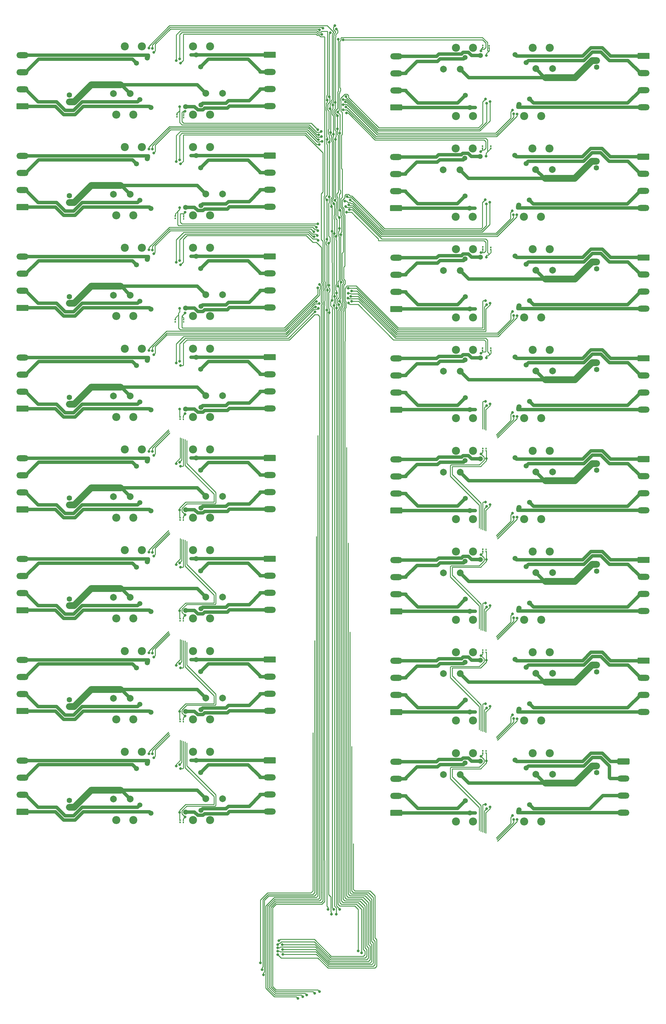
<source format=gbr>
G04 #@! TF.GenerationSoftware,KiCad,Pcbnew,5.1.0-060a0da~80~ubuntu16.04.1*
G04 #@! TF.CreationDate,2019-04-29T20:39:01+02:00*
G04 #@! TF.ProjectId,Motorteiber002,4d6f746f-7274-4656-9962-65723030322e,rev?*
G04 #@! TF.SameCoordinates,Original*
G04 #@! TF.FileFunction,Copper,L2,Bot*
G04 #@! TF.FilePolarity,Positive*
%FSLAX46Y46*%
G04 Gerber Fmt 4.6, Leading zero omitted, Abs format (unit mm)*
G04 Created by KiCad (PCBNEW 5.1.0-060a0da~80~ubuntu16.04.1) date 2019-04-29 20:39:01*
%MOMM*%
%LPD*%
G04 APERTURE LIST*
%ADD10O,2.400000X2.400000*%
%ADD11C,2.400000*%
%ADD12O,3.600000X1.800000*%
%ADD13C,0.350000*%
%ADD14C,1.800000*%
%ADD15C,0.400000*%
%ADD16C,1.600000*%
%ADD17R,1.600000X1.600000*%
%ADD18C,2.000000*%
%ADD19C,1.500000*%
%ADD20C,0.800000*%
%ADD21C,1.000000*%
%ADD22C,2.000000*%
%ADD23C,0.250000*%
%ADD24C,0.350000*%
G04 APERTURE END LIST*
D10*
X141700000Y-240360000D03*
D11*
X136620000Y-240360000D03*
D10*
X156940000Y-240360000D03*
D11*
X162020000Y-240360000D03*
D10*
X164560000Y-220040000D03*
D11*
X159480000Y-220040000D03*
D10*
X136620000Y-220040000D03*
D11*
X141700000Y-220040000D03*
D10*
X141700000Y-210360000D03*
D11*
X136620000Y-210360000D03*
D10*
X156940000Y-210360000D03*
D11*
X162020000Y-210360000D03*
D10*
X164560000Y-190040000D03*
D11*
X159480000Y-190040000D03*
D10*
X136620000Y-190040000D03*
D11*
X141700000Y-190040000D03*
D10*
X141700000Y-180360000D03*
D11*
X136620000Y-180360000D03*
D10*
X156940000Y-180360000D03*
D11*
X162020000Y-180360000D03*
D10*
X164560000Y-160040000D03*
D11*
X159480000Y-160040000D03*
D10*
X136620000Y-160040000D03*
D11*
X141700000Y-160040000D03*
D10*
X141700000Y-150360000D03*
D11*
X136620000Y-150360000D03*
D10*
X156940000Y-150360000D03*
D11*
X162020000Y-150360000D03*
D10*
X164560000Y-130040000D03*
D11*
X159480000Y-130040000D03*
D10*
X136620000Y-130040000D03*
D11*
X141700000Y-130040000D03*
D10*
X141700000Y-120360000D03*
D11*
X136620000Y-120360000D03*
D10*
X156940000Y-120360000D03*
D11*
X162020000Y-120360000D03*
D10*
X164560000Y-100040000D03*
D11*
X159480000Y-100040000D03*
D10*
X136620000Y-100040000D03*
D11*
X141700000Y-100040000D03*
D10*
X141700000Y-90360000D03*
D11*
X136620000Y-90360000D03*
D10*
X156940000Y-90360000D03*
D11*
X162020000Y-90360000D03*
D10*
X164560000Y-70040000D03*
D11*
X159480000Y-70040000D03*
D10*
X136620000Y-70040000D03*
D11*
X141700000Y-70040000D03*
D10*
X141700000Y-30360000D03*
D11*
X136620000Y-30360000D03*
D10*
X156940000Y-30360000D03*
D11*
X162020000Y-30360000D03*
D10*
X164560000Y-10040000D03*
D11*
X159480000Y-10040000D03*
D10*
X136620000Y-10040000D03*
D11*
X141700000Y-10040000D03*
D10*
X58300000Y-9639999D03*
D11*
X63380000Y-9639999D03*
D10*
X43060000Y-9639999D03*
D11*
X37980000Y-9639999D03*
D10*
X35440000Y-29959999D03*
D11*
X40520000Y-29959999D03*
D10*
X63380000Y-29959999D03*
D11*
X58300000Y-29959999D03*
D10*
X58300000Y-39639999D03*
D11*
X63380000Y-39639999D03*
D10*
X43060000Y-39640000D03*
D11*
X37980000Y-39640000D03*
D10*
X35440000Y-59959999D03*
D11*
X40520000Y-59959999D03*
D10*
X63380000Y-59959999D03*
D11*
X58300000Y-59959999D03*
D10*
X58300000Y-69639999D03*
D11*
X63380000Y-69639999D03*
D10*
X43060000Y-69639999D03*
D11*
X37980000Y-69639999D03*
D10*
X35440000Y-89959999D03*
D11*
X40520000Y-89959999D03*
D10*
X63380000Y-89959999D03*
D11*
X58300000Y-89959999D03*
D10*
X58300000Y-99640000D03*
D11*
X63380000Y-99640000D03*
D10*
X43060000Y-99640000D03*
D11*
X37980000Y-99640000D03*
D10*
X35440000Y-119960000D03*
D11*
X40520000Y-119960000D03*
D10*
X63380000Y-119960000D03*
D11*
X58300000Y-119960000D03*
D10*
X58300000Y-129640000D03*
D11*
X63380000Y-129640000D03*
D10*
X43060000Y-129640000D03*
D11*
X37980000Y-129640000D03*
D10*
X35440000Y-149960000D03*
D11*
X40520000Y-149960000D03*
D10*
X63380000Y-149960000D03*
D11*
X58300000Y-149960000D03*
D10*
X58300000Y-159640000D03*
D11*
X63380000Y-159640000D03*
D10*
X43060000Y-159640000D03*
D11*
X37980000Y-159640000D03*
D10*
X35440000Y-179960000D03*
D11*
X40520000Y-179960000D03*
D10*
X63380000Y-179960000D03*
D11*
X58300000Y-179960000D03*
D10*
X58300000Y-189640000D03*
D11*
X63380000Y-189640000D03*
D10*
X43060000Y-189640000D03*
D11*
X37980000Y-189640000D03*
D10*
X35440000Y-209960000D03*
D11*
X40520000Y-209960000D03*
D10*
X63380000Y-209960000D03*
D11*
X58300000Y-209960000D03*
D10*
X58300000Y-219640000D03*
D11*
X63380000Y-219640000D03*
D10*
X43060000Y-219640000D03*
D11*
X37980000Y-219640000D03*
D10*
X35440000Y-239960000D03*
D11*
X40520000Y-239960000D03*
D10*
X63380000Y-239960000D03*
D11*
X58300000Y-239960000D03*
D12*
X118840000Y-222580000D03*
X118840000Y-227660000D03*
X118840000Y-232740000D03*
D13*
G36*
X120414504Y-236921204D02*
G01*
X120438773Y-236924804D01*
X120462571Y-236930765D01*
X120485671Y-236939030D01*
X120507849Y-236949520D01*
X120528893Y-236962133D01*
X120548598Y-236976747D01*
X120566777Y-236993223D01*
X120583253Y-237011402D01*
X120597867Y-237031107D01*
X120610480Y-237052151D01*
X120620970Y-237074329D01*
X120629235Y-237097429D01*
X120635196Y-237121227D01*
X120638796Y-237145496D01*
X120640000Y-237170000D01*
X120640000Y-238470000D01*
X120638796Y-238494504D01*
X120635196Y-238518773D01*
X120629235Y-238542571D01*
X120620970Y-238565671D01*
X120610480Y-238587849D01*
X120597867Y-238608893D01*
X120583253Y-238628598D01*
X120566777Y-238646777D01*
X120548598Y-238663253D01*
X120528893Y-238677867D01*
X120507849Y-238690480D01*
X120485671Y-238700970D01*
X120462571Y-238709235D01*
X120438773Y-238715196D01*
X120414504Y-238718796D01*
X120390000Y-238720000D01*
X117290000Y-238720000D01*
X117265496Y-238718796D01*
X117241227Y-238715196D01*
X117217429Y-238709235D01*
X117194329Y-238700970D01*
X117172151Y-238690480D01*
X117151107Y-238677867D01*
X117131402Y-238663253D01*
X117113223Y-238646777D01*
X117096747Y-238628598D01*
X117082133Y-238608893D01*
X117069520Y-238587849D01*
X117059030Y-238565671D01*
X117050765Y-238542571D01*
X117044804Y-238518773D01*
X117041204Y-238494504D01*
X117040000Y-238470000D01*
X117040000Y-237170000D01*
X117041204Y-237145496D01*
X117044804Y-237121227D01*
X117050765Y-237097429D01*
X117059030Y-237074329D01*
X117069520Y-237052151D01*
X117082133Y-237031107D01*
X117096747Y-237011402D01*
X117113223Y-236993223D01*
X117131402Y-236976747D01*
X117151107Y-236962133D01*
X117172151Y-236949520D01*
X117194329Y-236939030D01*
X117217429Y-236930765D01*
X117241227Y-236924804D01*
X117265496Y-236921204D01*
X117290000Y-236920000D01*
X120390000Y-236920000D01*
X120414504Y-236921204D01*
X120414504Y-236921204D01*
G37*
D14*
X118840000Y-237820000D03*
D12*
X186500000Y-237740000D03*
X186500000Y-232660000D03*
X186500000Y-227580000D03*
D13*
G36*
X188074504Y-221601204D02*
G01*
X188098773Y-221604804D01*
X188122571Y-221610765D01*
X188145671Y-221619030D01*
X188167849Y-221629520D01*
X188188893Y-221642133D01*
X188208598Y-221656747D01*
X188226777Y-221673223D01*
X188243253Y-221691402D01*
X188257867Y-221711107D01*
X188270480Y-221732151D01*
X188280970Y-221754329D01*
X188289235Y-221777429D01*
X188295196Y-221801227D01*
X188298796Y-221825496D01*
X188300000Y-221850000D01*
X188300000Y-223150000D01*
X188298796Y-223174504D01*
X188295196Y-223198773D01*
X188289235Y-223222571D01*
X188280970Y-223245671D01*
X188270480Y-223267849D01*
X188257867Y-223288893D01*
X188243253Y-223308598D01*
X188226777Y-223326777D01*
X188208598Y-223343253D01*
X188188893Y-223357867D01*
X188167849Y-223370480D01*
X188145671Y-223380970D01*
X188122571Y-223389235D01*
X188098773Y-223395196D01*
X188074504Y-223398796D01*
X188050000Y-223400000D01*
X184950000Y-223400000D01*
X184925496Y-223398796D01*
X184901227Y-223395196D01*
X184877429Y-223389235D01*
X184854329Y-223380970D01*
X184832151Y-223370480D01*
X184811107Y-223357867D01*
X184791402Y-223343253D01*
X184773223Y-223326777D01*
X184756747Y-223308598D01*
X184742133Y-223288893D01*
X184729520Y-223267849D01*
X184719030Y-223245671D01*
X184710765Y-223222571D01*
X184704804Y-223198773D01*
X184701204Y-223174504D01*
X184700000Y-223150000D01*
X184700000Y-221850000D01*
X184701204Y-221825496D01*
X184704804Y-221801227D01*
X184710765Y-221777429D01*
X184719030Y-221754329D01*
X184729520Y-221732151D01*
X184742133Y-221711107D01*
X184756747Y-221691402D01*
X184773223Y-221673223D01*
X184791402Y-221656747D01*
X184811107Y-221642133D01*
X184832151Y-221629520D01*
X184854329Y-221619030D01*
X184877429Y-221610765D01*
X184901227Y-221604804D01*
X184925496Y-221601204D01*
X184950000Y-221600000D01*
X188050000Y-221600000D01*
X188074504Y-221601204D01*
X188074504Y-221601204D01*
G37*
D14*
X186500000Y-222500000D03*
D12*
X118840000Y-192580000D03*
X118840000Y-197660000D03*
X118840000Y-202740000D03*
D13*
G36*
X120414504Y-206921204D02*
G01*
X120438773Y-206924804D01*
X120462571Y-206930765D01*
X120485671Y-206939030D01*
X120507849Y-206949520D01*
X120528893Y-206962133D01*
X120548598Y-206976747D01*
X120566777Y-206993223D01*
X120583253Y-207011402D01*
X120597867Y-207031107D01*
X120610480Y-207052151D01*
X120620970Y-207074329D01*
X120629235Y-207097429D01*
X120635196Y-207121227D01*
X120638796Y-207145496D01*
X120640000Y-207170000D01*
X120640000Y-208470000D01*
X120638796Y-208494504D01*
X120635196Y-208518773D01*
X120629235Y-208542571D01*
X120620970Y-208565671D01*
X120610480Y-208587849D01*
X120597867Y-208608893D01*
X120583253Y-208628598D01*
X120566777Y-208646777D01*
X120548598Y-208663253D01*
X120528893Y-208677867D01*
X120507849Y-208690480D01*
X120485671Y-208700970D01*
X120462571Y-208709235D01*
X120438773Y-208715196D01*
X120414504Y-208718796D01*
X120390000Y-208720000D01*
X117290000Y-208720000D01*
X117265496Y-208718796D01*
X117241227Y-208715196D01*
X117217429Y-208709235D01*
X117194329Y-208700970D01*
X117172151Y-208690480D01*
X117151107Y-208677867D01*
X117131402Y-208663253D01*
X117113223Y-208646777D01*
X117096747Y-208628598D01*
X117082133Y-208608893D01*
X117069520Y-208587849D01*
X117059030Y-208565671D01*
X117050765Y-208542571D01*
X117044804Y-208518773D01*
X117041204Y-208494504D01*
X117040000Y-208470000D01*
X117040000Y-207170000D01*
X117041204Y-207145496D01*
X117044804Y-207121227D01*
X117050765Y-207097429D01*
X117059030Y-207074329D01*
X117069520Y-207052151D01*
X117082133Y-207031107D01*
X117096747Y-207011402D01*
X117113223Y-206993223D01*
X117131402Y-206976747D01*
X117151107Y-206962133D01*
X117172151Y-206949520D01*
X117194329Y-206939030D01*
X117217429Y-206930765D01*
X117241227Y-206924804D01*
X117265496Y-206921204D01*
X117290000Y-206920000D01*
X120390000Y-206920000D01*
X120414504Y-206921204D01*
X120414504Y-206921204D01*
G37*
D14*
X118840000Y-207820000D03*
D12*
X192500000Y-207740000D03*
X192500000Y-202660000D03*
X192500000Y-197580000D03*
D13*
G36*
X194074504Y-191601204D02*
G01*
X194098773Y-191604804D01*
X194122571Y-191610765D01*
X194145671Y-191619030D01*
X194167849Y-191629520D01*
X194188893Y-191642133D01*
X194208598Y-191656747D01*
X194226777Y-191673223D01*
X194243253Y-191691402D01*
X194257867Y-191711107D01*
X194270480Y-191732151D01*
X194280970Y-191754329D01*
X194289235Y-191777429D01*
X194295196Y-191801227D01*
X194298796Y-191825496D01*
X194300000Y-191850000D01*
X194300000Y-193150000D01*
X194298796Y-193174504D01*
X194295196Y-193198773D01*
X194289235Y-193222571D01*
X194280970Y-193245671D01*
X194270480Y-193267849D01*
X194257867Y-193288893D01*
X194243253Y-193308598D01*
X194226777Y-193326777D01*
X194208598Y-193343253D01*
X194188893Y-193357867D01*
X194167849Y-193370480D01*
X194145671Y-193380970D01*
X194122571Y-193389235D01*
X194098773Y-193395196D01*
X194074504Y-193398796D01*
X194050000Y-193400000D01*
X190950000Y-193400000D01*
X190925496Y-193398796D01*
X190901227Y-193395196D01*
X190877429Y-193389235D01*
X190854329Y-193380970D01*
X190832151Y-193370480D01*
X190811107Y-193357867D01*
X190791402Y-193343253D01*
X190773223Y-193326777D01*
X190756747Y-193308598D01*
X190742133Y-193288893D01*
X190729520Y-193267849D01*
X190719030Y-193245671D01*
X190710765Y-193222571D01*
X190704804Y-193198773D01*
X190701204Y-193174504D01*
X190700000Y-193150000D01*
X190700000Y-191850000D01*
X190701204Y-191825496D01*
X190704804Y-191801227D01*
X190710765Y-191777429D01*
X190719030Y-191754329D01*
X190729520Y-191732151D01*
X190742133Y-191711107D01*
X190756747Y-191691402D01*
X190773223Y-191673223D01*
X190791402Y-191656747D01*
X190811107Y-191642133D01*
X190832151Y-191629520D01*
X190854329Y-191619030D01*
X190877429Y-191610765D01*
X190901227Y-191604804D01*
X190925496Y-191601204D01*
X190950000Y-191600000D01*
X194050000Y-191600000D01*
X194074504Y-191601204D01*
X194074504Y-191601204D01*
G37*
D14*
X192500000Y-192500000D03*
D12*
X118840000Y-162580000D03*
X118840000Y-167660000D03*
X118840000Y-172740000D03*
D13*
G36*
X120414504Y-176921204D02*
G01*
X120438773Y-176924804D01*
X120462571Y-176930765D01*
X120485671Y-176939030D01*
X120507849Y-176949520D01*
X120528893Y-176962133D01*
X120548598Y-176976747D01*
X120566777Y-176993223D01*
X120583253Y-177011402D01*
X120597867Y-177031107D01*
X120610480Y-177052151D01*
X120620970Y-177074329D01*
X120629235Y-177097429D01*
X120635196Y-177121227D01*
X120638796Y-177145496D01*
X120640000Y-177170000D01*
X120640000Y-178470000D01*
X120638796Y-178494504D01*
X120635196Y-178518773D01*
X120629235Y-178542571D01*
X120620970Y-178565671D01*
X120610480Y-178587849D01*
X120597867Y-178608893D01*
X120583253Y-178628598D01*
X120566777Y-178646777D01*
X120548598Y-178663253D01*
X120528893Y-178677867D01*
X120507849Y-178690480D01*
X120485671Y-178700970D01*
X120462571Y-178709235D01*
X120438773Y-178715196D01*
X120414504Y-178718796D01*
X120390000Y-178720000D01*
X117290000Y-178720000D01*
X117265496Y-178718796D01*
X117241227Y-178715196D01*
X117217429Y-178709235D01*
X117194329Y-178700970D01*
X117172151Y-178690480D01*
X117151107Y-178677867D01*
X117131402Y-178663253D01*
X117113223Y-178646777D01*
X117096747Y-178628598D01*
X117082133Y-178608893D01*
X117069520Y-178587849D01*
X117059030Y-178565671D01*
X117050765Y-178542571D01*
X117044804Y-178518773D01*
X117041204Y-178494504D01*
X117040000Y-178470000D01*
X117040000Y-177170000D01*
X117041204Y-177145496D01*
X117044804Y-177121227D01*
X117050765Y-177097429D01*
X117059030Y-177074329D01*
X117069520Y-177052151D01*
X117082133Y-177031107D01*
X117096747Y-177011402D01*
X117113223Y-176993223D01*
X117131402Y-176976747D01*
X117151107Y-176962133D01*
X117172151Y-176949520D01*
X117194329Y-176939030D01*
X117217429Y-176930765D01*
X117241227Y-176924804D01*
X117265496Y-176921204D01*
X117290000Y-176920000D01*
X120390000Y-176920000D01*
X120414504Y-176921204D01*
X120414504Y-176921204D01*
G37*
D14*
X118840000Y-177820000D03*
D12*
X192500000Y-177740000D03*
X192500000Y-172660000D03*
X192500000Y-167580000D03*
D13*
G36*
X194074504Y-161601204D02*
G01*
X194098773Y-161604804D01*
X194122571Y-161610765D01*
X194145671Y-161619030D01*
X194167849Y-161629520D01*
X194188893Y-161642133D01*
X194208598Y-161656747D01*
X194226777Y-161673223D01*
X194243253Y-161691402D01*
X194257867Y-161711107D01*
X194270480Y-161732151D01*
X194280970Y-161754329D01*
X194289235Y-161777429D01*
X194295196Y-161801227D01*
X194298796Y-161825496D01*
X194300000Y-161850000D01*
X194300000Y-163150000D01*
X194298796Y-163174504D01*
X194295196Y-163198773D01*
X194289235Y-163222571D01*
X194280970Y-163245671D01*
X194270480Y-163267849D01*
X194257867Y-163288893D01*
X194243253Y-163308598D01*
X194226777Y-163326777D01*
X194208598Y-163343253D01*
X194188893Y-163357867D01*
X194167849Y-163370480D01*
X194145671Y-163380970D01*
X194122571Y-163389235D01*
X194098773Y-163395196D01*
X194074504Y-163398796D01*
X194050000Y-163400000D01*
X190950000Y-163400000D01*
X190925496Y-163398796D01*
X190901227Y-163395196D01*
X190877429Y-163389235D01*
X190854329Y-163380970D01*
X190832151Y-163370480D01*
X190811107Y-163357867D01*
X190791402Y-163343253D01*
X190773223Y-163326777D01*
X190756747Y-163308598D01*
X190742133Y-163288893D01*
X190729520Y-163267849D01*
X190719030Y-163245671D01*
X190710765Y-163222571D01*
X190704804Y-163198773D01*
X190701204Y-163174504D01*
X190700000Y-163150000D01*
X190700000Y-161850000D01*
X190701204Y-161825496D01*
X190704804Y-161801227D01*
X190710765Y-161777429D01*
X190719030Y-161754329D01*
X190729520Y-161732151D01*
X190742133Y-161711107D01*
X190756747Y-161691402D01*
X190773223Y-161673223D01*
X190791402Y-161656747D01*
X190811107Y-161642133D01*
X190832151Y-161629520D01*
X190854329Y-161619030D01*
X190877429Y-161610765D01*
X190901227Y-161604804D01*
X190925496Y-161601204D01*
X190950000Y-161600000D01*
X194050000Y-161600000D01*
X194074504Y-161601204D01*
X194074504Y-161601204D01*
G37*
D14*
X192500000Y-162500000D03*
D12*
X118840000Y-132580000D03*
X118840000Y-137660000D03*
X118840000Y-142740000D03*
D13*
G36*
X120414504Y-146921204D02*
G01*
X120438773Y-146924804D01*
X120462571Y-146930765D01*
X120485671Y-146939030D01*
X120507849Y-146949520D01*
X120528893Y-146962133D01*
X120548598Y-146976747D01*
X120566777Y-146993223D01*
X120583253Y-147011402D01*
X120597867Y-147031107D01*
X120610480Y-147052151D01*
X120620970Y-147074329D01*
X120629235Y-147097429D01*
X120635196Y-147121227D01*
X120638796Y-147145496D01*
X120640000Y-147170000D01*
X120640000Y-148470000D01*
X120638796Y-148494504D01*
X120635196Y-148518773D01*
X120629235Y-148542571D01*
X120620970Y-148565671D01*
X120610480Y-148587849D01*
X120597867Y-148608893D01*
X120583253Y-148628598D01*
X120566777Y-148646777D01*
X120548598Y-148663253D01*
X120528893Y-148677867D01*
X120507849Y-148690480D01*
X120485671Y-148700970D01*
X120462571Y-148709235D01*
X120438773Y-148715196D01*
X120414504Y-148718796D01*
X120390000Y-148720000D01*
X117290000Y-148720000D01*
X117265496Y-148718796D01*
X117241227Y-148715196D01*
X117217429Y-148709235D01*
X117194329Y-148700970D01*
X117172151Y-148690480D01*
X117151107Y-148677867D01*
X117131402Y-148663253D01*
X117113223Y-148646777D01*
X117096747Y-148628598D01*
X117082133Y-148608893D01*
X117069520Y-148587849D01*
X117059030Y-148565671D01*
X117050765Y-148542571D01*
X117044804Y-148518773D01*
X117041204Y-148494504D01*
X117040000Y-148470000D01*
X117040000Y-147170000D01*
X117041204Y-147145496D01*
X117044804Y-147121227D01*
X117050765Y-147097429D01*
X117059030Y-147074329D01*
X117069520Y-147052151D01*
X117082133Y-147031107D01*
X117096747Y-147011402D01*
X117113223Y-146993223D01*
X117131402Y-146976747D01*
X117151107Y-146962133D01*
X117172151Y-146949520D01*
X117194329Y-146939030D01*
X117217429Y-146930765D01*
X117241227Y-146924804D01*
X117265496Y-146921204D01*
X117290000Y-146920000D01*
X120390000Y-146920000D01*
X120414504Y-146921204D01*
X120414504Y-146921204D01*
G37*
D14*
X118840000Y-147820000D03*
D12*
X192500000Y-147740000D03*
X192500000Y-142660000D03*
X192500000Y-137580000D03*
D13*
G36*
X194074504Y-131601204D02*
G01*
X194098773Y-131604804D01*
X194122571Y-131610765D01*
X194145671Y-131619030D01*
X194167849Y-131629520D01*
X194188893Y-131642133D01*
X194208598Y-131656747D01*
X194226777Y-131673223D01*
X194243253Y-131691402D01*
X194257867Y-131711107D01*
X194270480Y-131732151D01*
X194280970Y-131754329D01*
X194289235Y-131777429D01*
X194295196Y-131801227D01*
X194298796Y-131825496D01*
X194300000Y-131850000D01*
X194300000Y-133150000D01*
X194298796Y-133174504D01*
X194295196Y-133198773D01*
X194289235Y-133222571D01*
X194280970Y-133245671D01*
X194270480Y-133267849D01*
X194257867Y-133288893D01*
X194243253Y-133308598D01*
X194226777Y-133326777D01*
X194208598Y-133343253D01*
X194188893Y-133357867D01*
X194167849Y-133370480D01*
X194145671Y-133380970D01*
X194122571Y-133389235D01*
X194098773Y-133395196D01*
X194074504Y-133398796D01*
X194050000Y-133400000D01*
X190950000Y-133400000D01*
X190925496Y-133398796D01*
X190901227Y-133395196D01*
X190877429Y-133389235D01*
X190854329Y-133380970D01*
X190832151Y-133370480D01*
X190811107Y-133357867D01*
X190791402Y-133343253D01*
X190773223Y-133326777D01*
X190756747Y-133308598D01*
X190742133Y-133288893D01*
X190729520Y-133267849D01*
X190719030Y-133245671D01*
X190710765Y-133222571D01*
X190704804Y-133198773D01*
X190701204Y-133174504D01*
X190700000Y-133150000D01*
X190700000Y-131850000D01*
X190701204Y-131825496D01*
X190704804Y-131801227D01*
X190710765Y-131777429D01*
X190719030Y-131754329D01*
X190729520Y-131732151D01*
X190742133Y-131711107D01*
X190756747Y-131691402D01*
X190773223Y-131673223D01*
X190791402Y-131656747D01*
X190811107Y-131642133D01*
X190832151Y-131629520D01*
X190854329Y-131619030D01*
X190877429Y-131610765D01*
X190901227Y-131604804D01*
X190925496Y-131601204D01*
X190950000Y-131600000D01*
X194050000Y-131600000D01*
X194074504Y-131601204D01*
X194074504Y-131601204D01*
G37*
D14*
X192500000Y-132500000D03*
D12*
X118840000Y-102580000D03*
X118840000Y-107660000D03*
X118840000Y-112740000D03*
D13*
G36*
X120414504Y-116921204D02*
G01*
X120438773Y-116924804D01*
X120462571Y-116930765D01*
X120485671Y-116939030D01*
X120507849Y-116949520D01*
X120528893Y-116962133D01*
X120548598Y-116976747D01*
X120566777Y-116993223D01*
X120583253Y-117011402D01*
X120597867Y-117031107D01*
X120610480Y-117052151D01*
X120620970Y-117074329D01*
X120629235Y-117097429D01*
X120635196Y-117121227D01*
X120638796Y-117145496D01*
X120640000Y-117170000D01*
X120640000Y-118470000D01*
X120638796Y-118494504D01*
X120635196Y-118518773D01*
X120629235Y-118542571D01*
X120620970Y-118565671D01*
X120610480Y-118587849D01*
X120597867Y-118608893D01*
X120583253Y-118628598D01*
X120566777Y-118646777D01*
X120548598Y-118663253D01*
X120528893Y-118677867D01*
X120507849Y-118690480D01*
X120485671Y-118700970D01*
X120462571Y-118709235D01*
X120438773Y-118715196D01*
X120414504Y-118718796D01*
X120390000Y-118720000D01*
X117290000Y-118720000D01*
X117265496Y-118718796D01*
X117241227Y-118715196D01*
X117217429Y-118709235D01*
X117194329Y-118700970D01*
X117172151Y-118690480D01*
X117151107Y-118677867D01*
X117131402Y-118663253D01*
X117113223Y-118646777D01*
X117096747Y-118628598D01*
X117082133Y-118608893D01*
X117069520Y-118587849D01*
X117059030Y-118565671D01*
X117050765Y-118542571D01*
X117044804Y-118518773D01*
X117041204Y-118494504D01*
X117040000Y-118470000D01*
X117040000Y-117170000D01*
X117041204Y-117145496D01*
X117044804Y-117121227D01*
X117050765Y-117097429D01*
X117059030Y-117074329D01*
X117069520Y-117052151D01*
X117082133Y-117031107D01*
X117096747Y-117011402D01*
X117113223Y-116993223D01*
X117131402Y-116976747D01*
X117151107Y-116962133D01*
X117172151Y-116949520D01*
X117194329Y-116939030D01*
X117217429Y-116930765D01*
X117241227Y-116924804D01*
X117265496Y-116921204D01*
X117290000Y-116920000D01*
X120390000Y-116920000D01*
X120414504Y-116921204D01*
X120414504Y-116921204D01*
G37*
D14*
X118840000Y-117820000D03*
D12*
X192500000Y-117740000D03*
X192500000Y-112660000D03*
X192500000Y-107580000D03*
D13*
G36*
X194074504Y-101601204D02*
G01*
X194098773Y-101604804D01*
X194122571Y-101610765D01*
X194145671Y-101619030D01*
X194167849Y-101629520D01*
X194188893Y-101642133D01*
X194208598Y-101656747D01*
X194226777Y-101673223D01*
X194243253Y-101691402D01*
X194257867Y-101711107D01*
X194270480Y-101732151D01*
X194280970Y-101754329D01*
X194289235Y-101777429D01*
X194295196Y-101801227D01*
X194298796Y-101825496D01*
X194300000Y-101850000D01*
X194300000Y-103150000D01*
X194298796Y-103174504D01*
X194295196Y-103198773D01*
X194289235Y-103222571D01*
X194280970Y-103245671D01*
X194270480Y-103267849D01*
X194257867Y-103288893D01*
X194243253Y-103308598D01*
X194226777Y-103326777D01*
X194208598Y-103343253D01*
X194188893Y-103357867D01*
X194167849Y-103370480D01*
X194145671Y-103380970D01*
X194122571Y-103389235D01*
X194098773Y-103395196D01*
X194074504Y-103398796D01*
X194050000Y-103400000D01*
X190950000Y-103400000D01*
X190925496Y-103398796D01*
X190901227Y-103395196D01*
X190877429Y-103389235D01*
X190854329Y-103380970D01*
X190832151Y-103370480D01*
X190811107Y-103357867D01*
X190791402Y-103343253D01*
X190773223Y-103326777D01*
X190756747Y-103308598D01*
X190742133Y-103288893D01*
X190729520Y-103267849D01*
X190719030Y-103245671D01*
X190710765Y-103222571D01*
X190704804Y-103198773D01*
X190701204Y-103174504D01*
X190700000Y-103150000D01*
X190700000Y-101850000D01*
X190701204Y-101825496D01*
X190704804Y-101801227D01*
X190710765Y-101777429D01*
X190719030Y-101754329D01*
X190729520Y-101732151D01*
X190742133Y-101711107D01*
X190756747Y-101691402D01*
X190773223Y-101673223D01*
X190791402Y-101656747D01*
X190811107Y-101642133D01*
X190832151Y-101629520D01*
X190854329Y-101619030D01*
X190877429Y-101610765D01*
X190901227Y-101604804D01*
X190925496Y-101601204D01*
X190950000Y-101600000D01*
X194050000Y-101600000D01*
X194074504Y-101601204D01*
X194074504Y-101601204D01*
G37*
D14*
X192500000Y-102500000D03*
D12*
X118840000Y-72580000D03*
X118840000Y-77660000D03*
X118840000Y-82740000D03*
D13*
G36*
X120414504Y-86921204D02*
G01*
X120438773Y-86924804D01*
X120462571Y-86930765D01*
X120485671Y-86939030D01*
X120507849Y-86949520D01*
X120528893Y-86962133D01*
X120548598Y-86976747D01*
X120566777Y-86993223D01*
X120583253Y-87011402D01*
X120597867Y-87031107D01*
X120610480Y-87052151D01*
X120620970Y-87074329D01*
X120629235Y-87097429D01*
X120635196Y-87121227D01*
X120638796Y-87145496D01*
X120640000Y-87170000D01*
X120640000Y-88470000D01*
X120638796Y-88494504D01*
X120635196Y-88518773D01*
X120629235Y-88542571D01*
X120620970Y-88565671D01*
X120610480Y-88587849D01*
X120597867Y-88608893D01*
X120583253Y-88628598D01*
X120566777Y-88646777D01*
X120548598Y-88663253D01*
X120528893Y-88677867D01*
X120507849Y-88690480D01*
X120485671Y-88700970D01*
X120462571Y-88709235D01*
X120438773Y-88715196D01*
X120414504Y-88718796D01*
X120390000Y-88720000D01*
X117290000Y-88720000D01*
X117265496Y-88718796D01*
X117241227Y-88715196D01*
X117217429Y-88709235D01*
X117194329Y-88700970D01*
X117172151Y-88690480D01*
X117151107Y-88677867D01*
X117131402Y-88663253D01*
X117113223Y-88646777D01*
X117096747Y-88628598D01*
X117082133Y-88608893D01*
X117069520Y-88587849D01*
X117059030Y-88565671D01*
X117050765Y-88542571D01*
X117044804Y-88518773D01*
X117041204Y-88494504D01*
X117040000Y-88470000D01*
X117040000Y-87170000D01*
X117041204Y-87145496D01*
X117044804Y-87121227D01*
X117050765Y-87097429D01*
X117059030Y-87074329D01*
X117069520Y-87052151D01*
X117082133Y-87031107D01*
X117096747Y-87011402D01*
X117113223Y-86993223D01*
X117131402Y-86976747D01*
X117151107Y-86962133D01*
X117172151Y-86949520D01*
X117194329Y-86939030D01*
X117217429Y-86930765D01*
X117241227Y-86924804D01*
X117265496Y-86921204D01*
X117290000Y-86920000D01*
X120390000Y-86920000D01*
X120414504Y-86921204D01*
X120414504Y-86921204D01*
G37*
D14*
X118840000Y-87820000D03*
D12*
X192500000Y-87740000D03*
X192500000Y-82660000D03*
X192500000Y-77580000D03*
D13*
G36*
X194074504Y-71601204D02*
G01*
X194098773Y-71604804D01*
X194122571Y-71610765D01*
X194145671Y-71619030D01*
X194167849Y-71629520D01*
X194188893Y-71642133D01*
X194208598Y-71656747D01*
X194226777Y-71673223D01*
X194243253Y-71691402D01*
X194257867Y-71711107D01*
X194270480Y-71732151D01*
X194280970Y-71754329D01*
X194289235Y-71777429D01*
X194295196Y-71801227D01*
X194298796Y-71825496D01*
X194300000Y-71850000D01*
X194300000Y-73150000D01*
X194298796Y-73174504D01*
X194295196Y-73198773D01*
X194289235Y-73222571D01*
X194280970Y-73245671D01*
X194270480Y-73267849D01*
X194257867Y-73288893D01*
X194243253Y-73308598D01*
X194226777Y-73326777D01*
X194208598Y-73343253D01*
X194188893Y-73357867D01*
X194167849Y-73370480D01*
X194145671Y-73380970D01*
X194122571Y-73389235D01*
X194098773Y-73395196D01*
X194074504Y-73398796D01*
X194050000Y-73400000D01*
X190950000Y-73400000D01*
X190925496Y-73398796D01*
X190901227Y-73395196D01*
X190877429Y-73389235D01*
X190854329Y-73380970D01*
X190832151Y-73370480D01*
X190811107Y-73357867D01*
X190791402Y-73343253D01*
X190773223Y-73326777D01*
X190756747Y-73308598D01*
X190742133Y-73288893D01*
X190729520Y-73267849D01*
X190719030Y-73245671D01*
X190710765Y-73222571D01*
X190704804Y-73198773D01*
X190701204Y-73174504D01*
X190700000Y-73150000D01*
X190700000Y-71850000D01*
X190701204Y-71825496D01*
X190704804Y-71801227D01*
X190710765Y-71777429D01*
X190719030Y-71754329D01*
X190729520Y-71732151D01*
X190742133Y-71711107D01*
X190756747Y-71691402D01*
X190773223Y-71673223D01*
X190791402Y-71656747D01*
X190811107Y-71642133D01*
X190832151Y-71629520D01*
X190854329Y-71619030D01*
X190877429Y-71610765D01*
X190901227Y-71604804D01*
X190925496Y-71601204D01*
X190950000Y-71600000D01*
X194050000Y-71600000D01*
X194074504Y-71601204D01*
X194074504Y-71601204D01*
G37*
D14*
X192500000Y-72500000D03*
D12*
X118840000Y-12580000D03*
X118840000Y-17660000D03*
X118840000Y-22740000D03*
D13*
G36*
X120414504Y-26921204D02*
G01*
X120438773Y-26924804D01*
X120462571Y-26930765D01*
X120485671Y-26939030D01*
X120507849Y-26949520D01*
X120528893Y-26962133D01*
X120548598Y-26976747D01*
X120566777Y-26993223D01*
X120583253Y-27011402D01*
X120597867Y-27031107D01*
X120610480Y-27052151D01*
X120620970Y-27074329D01*
X120629235Y-27097429D01*
X120635196Y-27121227D01*
X120638796Y-27145496D01*
X120640000Y-27170000D01*
X120640000Y-28470000D01*
X120638796Y-28494504D01*
X120635196Y-28518773D01*
X120629235Y-28542571D01*
X120620970Y-28565671D01*
X120610480Y-28587849D01*
X120597867Y-28608893D01*
X120583253Y-28628598D01*
X120566777Y-28646777D01*
X120548598Y-28663253D01*
X120528893Y-28677867D01*
X120507849Y-28690480D01*
X120485671Y-28700970D01*
X120462571Y-28709235D01*
X120438773Y-28715196D01*
X120414504Y-28718796D01*
X120390000Y-28720000D01*
X117290000Y-28720000D01*
X117265496Y-28718796D01*
X117241227Y-28715196D01*
X117217429Y-28709235D01*
X117194329Y-28700970D01*
X117172151Y-28690480D01*
X117151107Y-28677867D01*
X117131402Y-28663253D01*
X117113223Y-28646777D01*
X117096747Y-28628598D01*
X117082133Y-28608893D01*
X117069520Y-28587849D01*
X117059030Y-28565671D01*
X117050765Y-28542571D01*
X117044804Y-28518773D01*
X117041204Y-28494504D01*
X117040000Y-28470000D01*
X117040000Y-27170000D01*
X117041204Y-27145496D01*
X117044804Y-27121227D01*
X117050765Y-27097429D01*
X117059030Y-27074329D01*
X117069520Y-27052151D01*
X117082133Y-27031107D01*
X117096747Y-27011402D01*
X117113223Y-26993223D01*
X117131402Y-26976747D01*
X117151107Y-26962133D01*
X117172151Y-26949520D01*
X117194329Y-26939030D01*
X117217429Y-26930765D01*
X117241227Y-26924804D01*
X117265496Y-26921204D01*
X117290000Y-26920000D01*
X120390000Y-26920000D01*
X120414504Y-26921204D01*
X120414504Y-26921204D01*
G37*
D14*
X118840000Y-27820000D03*
D12*
X192500000Y-27740000D03*
X192500000Y-22660000D03*
X192500000Y-17580000D03*
D13*
G36*
X194074504Y-11601204D02*
G01*
X194098773Y-11604804D01*
X194122571Y-11610765D01*
X194145671Y-11619030D01*
X194167849Y-11629520D01*
X194188893Y-11642133D01*
X194208598Y-11656747D01*
X194226777Y-11673223D01*
X194243253Y-11691402D01*
X194257867Y-11711107D01*
X194270480Y-11732151D01*
X194280970Y-11754329D01*
X194289235Y-11777429D01*
X194295196Y-11801227D01*
X194298796Y-11825496D01*
X194300000Y-11850000D01*
X194300000Y-13150000D01*
X194298796Y-13174504D01*
X194295196Y-13198773D01*
X194289235Y-13222571D01*
X194280970Y-13245671D01*
X194270480Y-13267849D01*
X194257867Y-13288893D01*
X194243253Y-13308598D01*
X194226777Y-13326777D01*
X194208598Y-13343253D01*
X194188893Y-13357867D01*
X194167849Y-13370480D01*
X194145671Y-13380970D01*
X194122571Y-13389235D01*
X194098773Y-13395196D01*
X194074504Y-13398796D01*
X194050000Y-13400000D01*
X190950000Y-13400000D01*
X190925496Y-13398796D01*
X190901227Y-13395196D01*
X190877429Y-13389235D01*
X190854329Y-13380970D01*
X190832151Y-13370480D01*
X190811107Y-13357867D01*
X190791402Y-13343253D01*
X190773223Y-13326777D01*
X190756747Y-13308598D01*
X190742133Y-13288893D01*
X190729520Y-13267849D01*
X190719030Y-13245671D01*
X190710765Y-13222571D01*
X190704804Y-13198773D01*
X190701204Y-13174504D01*
X190700000Y-13150000D01*
X190700000Y-11850000D01*
X190701204Y-11825496D01*
X190704804Y-11801227D01*
X190710765Y-11777429D01*
X190719030Y-11754329D01*
X190729520Y-11732151D01*
X190742133Y-11711107D01*
X190756747Y-11691402D01*
X190773223Y-11673223D01*
X190791402Y-11656747D01*
X190811107Y-11642133D01*
X190832151Y-11629520D01*
X190854329Y-11619030D01*
X190877429Y-11610765D01*
X190901227Y-11604804D01*
X190925496Y-11601204D01*
X190950000Y-11600000D01*
X194050000Y-11600000D01*
X194074504Y-11601204D01*
X194074504Y-11601204D01*
G37*
D14*
X192500000Y-12500000D03*
D12*
X81160000Y-27419999D03*
X81160000Y-22339999D03*
X81160000Y-17259999D03*
D13*
G36*
X82734504Y-11281203D02*
G01*
X82758773Y-11284803D01*
X82782571Y-11290764D01*
X82805671Y-11299029D01*
X82827849Y-11309519D01*
X82848893Y-11322132D01*
X82868598Y-11336746D01*
X82886777Y-11353222D01*
X82903253Y-11371401D01*
X82917867Y-11391106D01*
X82930480Y-11412150D01*
X82940970Y-11434328D01*
X82949235Y-11457428D01*
X82955196Y-11481226D01*
X82958796Y-11505495D01*
X82960000Y-11529999D01*
X82960000Y-12829999D01*
X82958796Y-12854503D01*
X82955196Y-12878772D01*
X82949235Y-12902570D01*
X82940970Y-12925670D01*
X82930480Y-12947848D01*
X82917867Y-12968892D01*
X82903253Y-12988597D01*
X82886777Y-13006776D01*
X82868598Y-13023252D01*
X82848893Y-13037866D01*
X82827849Y-13050479D01*
X82805671Y-13060969D01*
X82782571Y-13069234D01*
X82758773Y-13075195D01*
X82734504Y-13078795D01*
X82710000Y-13079999D01*
X79610000Y-13079999D01*
X79585496Y-13078795D01*
X79561227Y-13075195D01*
X79537429Y-13069234D01*
X79514329Y-13060969D01*
X79492151Y-13050479D01*
X79471107Y-13037866D01*
X79451402Y-13023252D01*
X79433223Y-13006776D01*
X79416747Y-12988597D01*
X79402133Y-12968892D01*
X79389520Y-12947848D01*
X79379030Y-12925670D01*
X79370765Y-12902570D01*
X79364804Y-12878772D01*
X79361204Y-12854503D01*
X79360000Y-12829999D01*
X79360000Y-11529999D01*
X79361204Y-11505495D01*
X79364804Y-11481226D01*
X79370765Y-11457428D01*
X79379030Y-11434328D01*
X79389520Y-11412150D01*
X79402133Y-11391106D01*
X79416747Y-11371401D01*
X79433223Y-11353222D01*
X79451402Y-11336746D01*
X79471107Y-11322132D01*
X79492151Y-11309519D01*
X79514329Y-11299029D01*
X79537429Y-11290764D01*
X79561227Y-11284803D01*
X79585496Y-11281203D01*
X79610000Y-11279999D01*
X82710000Y-11279999D01*
X82734504Y-11281203D01*
X82734504Y-11281203D01*
G37*
D14*
X81160000Y-12179999D03*
D12*
X7500000Y-12260000D03*
X7500000Y-17340000D03*
X7500000Y-22420000D03*
D13*
G36*
X9074504Y-26601204D02*
G01*
X9098773Y-26604804D01*
X9122571Y-26610765D01*
X9145671Y-26619030D01*
X9167849Y-26629520D01*
X9188893Y-26642133D01*
X9208598Y-26656747D01*
X9226777Y-26673223D01*
X9243253Y-26691402D01*
X9257867Y-26711107D01*
X9270480Y-26732151D01*
X9280970Y-26754329D01*
X9289235Y-26777429D01*
X9295196Y-26801227D01*
X9298796Y-26825496D01*
X9300000Y-26850000D01*
X9300000Y-28150000D01*
X9298796Y-28174504D01*
X9295196Y-28198773D01*
X9289235Y-28222571D01*
X9280970Y-28245671D01*
X9270480Y-28267849D01*
X9257867Y-28288893D01*
X9243253Y-28308598D01*
X9226777Y-28326777D01*
X9208598Y-28343253D01*
X9188893Y-28357867D01*
X9167849Y-28370480D01*
X9145671Y-28380970D01*
X9122571Y-28389235D01*
X9098773Y-28395196D01*
X9074504Y-28398796D01*
X9050000Y-28400000D01*
X5950000Y-28400000D01*
X5925496Y-28398796D01*
X5901227Y-28395196D01*
X5877429Y-28389235D01*
X5854329Y-28380970D01*
X5832151Y-28370480D01*
X5811107Y-28357867D01*
X5791402Y-28343253D01*
X5773223Y-28326777D01*
X5756747Y-28308598D01*
X5742133Y-28288893D01*
X5729520Y-28267849D01*
X5719030Y-28245671D01*
X5710765Y-28222571D01*
X5704804Y-28198773D01*
X5701204Y-28174504D01*
X5700000Y-28150000D01*
X5700000Y-26850000D01*
X5701204Y-26825496D01*
X5704804Y-26801227D01*
X5710765Y-26777429D01*
X5719030Y-26754329D01*
X5729520Y-26732151D01*
X5742133Y-26711107D01*
X5756747Y-26691402D01*
X5773223Y-26673223D01*
X5791402Y-26656747D01*
X5811107Y-26642133D01*
X5832151Y-26629520D01*
X5854329Y-26619030D01*
X5877429Y-26610765D01*
X5901227Y-26604804D01*
X5925496Y-26601204D01*
X5950000Y-26600000D01*
X9050000Y-26600000D01*
X9074504Y-26601204D01*
X9074504Y-26601204D01*
G37*
D14*
X7500000Y-27500000D03*
D12*
X81160000Y-57419999D03*
X81160000Y-52339999D03*
X81160000Y-47259999D03*
D13*
G36*
X82734504Y-41281203D02*
G01*
X82758773Y-41284803D01*
X82782571Y-41290764D01*
X82805671Y-41299029D01*
X82827849Y-41309519D01*
X82848893Y-41322132D01*
X82868598Y-41336746D01*
X82886777Y-41353222D01*
X82903253Y-41371401D01*
X82917867Y-41391106D01*
X82930480Y-41412150D01*
X82940970Y-41434328D01*
X82949235Y-41457428D01*
X82955196Y-41481226D01*
X82958796Y-41505495D01*
X82960000Y-41529999D01*
X82960000Y-42829999D01*
X82958796Y-42854503D01*
X82955196Y-42878772D01*
X82949235Y-42902570D01*
X82940970Y-42925670D01*
X82930480Y-42947848D01*
X82917867Y-42968892D01*
X82903253Y-42988597D01*
X82886777Y-43006776D01*
X82868598Y-43023252D01*
X82848893Y-43037866D01*
X82827849Y-43050479D01*
X82805671Y-43060969D01*
X82782571Y-43069234D01*
X82758773Y-43075195D01*
X82734504Y-43078795D01*
X82710000Y-43079999D01*
X79610000Y-43079999D01*
X79585496Y-43078795D01*
X79561227Y-43075195D01*
X79537429Y-43069234D01*
X79514329Y-43060969D01*
X79492151Y-43050479D01*
X79471107Y-43037866D01*
X79451402Y-43023252D01*
X79433223Y-43006776D01*
X79416747Y-42988597D01*
X79402133Y-42968892D01*
X79389520Y-42947848D01*
X79379030Y-42925670D01*
X79370765Y-42902570D01*
X79364804Y-42878772D01*
X79361204Y-42854503D01*
X79360000Y-42829999D01*
X79360000Y-41529999D01*
X79361204Y-41505495D01*
X79364804Y-41481226D01*
X79370765Y-41457428D01*
X79379030Y-41434328D01*
X79389520Y-41412150D01*
X79402133Y-41391106D01*
X79416747Y-41371401D01*
X79433223Y-41353222D01*
X79451402Y-41336746D01*
X79471107Y-41322132D01*
X79492151Y-41309519D01*
X79514329Y-41299029D01*
X79537429Y-41290764D01*
X79561227Y-41284803D01*
X79585496Y-41281203D01*
X79610000Y-41279999D01*
X82710000Y-41279999D01*
X82734504Y-41281203D01*
X82734504Y-41281203D01*
G37*
D14*
X81160000Y-42179999D03*
D12*
X7500000Y-42260000D03*
X7500000Y-47340000D03*
X7500000Y-52420000D03*
D13*
G36*
X9074504Y-56601204D02*
G01*
X9098773Y-56604804D01*
X9122571Y-56610765D01*
X9145671Y-56619030D01*
X9167849Y-56629520D01*
X9188893Y-56642133D01*
X9208598Y-56656747D01*
X9226777Y-56673223D01*
X9243253Y-56691402D01*
X9257867Y-56711107D01*
X9270480Y-56732151D01*
X9280970Y-56754329D01*
X9289235Y-56777429D01*
X9295196Y-56801227D01*
X9298796Y-56825496D01*
X9300000Y-56850000D01*
X9300000Y-58150000D01*
X9298796Y-58174504D01*
X9295196Y-58198773D01*
X9289235Y-58222571D01*
X9280970Y-58245671D01*
X9270480Y-58267849D01*
X9257867Y-58288893D01*
X9243253Y-58308598D01*
X9226777Y-58326777D01*
X9208598Y-58343253D01*
X9188893Y-58357867D01*
X9167849Y-58370480D01*
X9145671Y-58380970D01*
X9122571Y-58389235D01*
X9098773Y-58395196D01*
X9074504Y-58398796D01*
X9050000Y-58400000D01*
X5950000Y-58400000D01*
X5925496Y-58398796D01*
X5901227Y-58395196D01*
X5877429Y-58389235D01*
X5854329Y-58380970D01*
X5832151Y-58370480D01*
X5811107Y-58357867D01*
X5791402Y-58343253D01*
X5773223Y-58326777D01*
X5756747Y-58308598D01*
X5742133Y-58288893D01*
X5729520Y-58267849D01*
X5719030Y-58245671D01*
X5710765Y-58222571D01*
X5704804Y-58198773D01*
X5701204Y-58174504D01*
X5700000Y-58150000D01*
X5700000Y-56850000D01*
X5701204Y-56825496D01*
X5704804Y-56801227D01*
X5710765Y-56777429D01*
X5719030Y-56754329D01*
X5729520Y-56732151D01*
X5742133Y-56711107D01*
X5756747Y-56691402D01*
X5773223Y-56673223D01*
X5791402Y-56656747D01*
X5811107Y-56642133D01*
X5832151Y-56629520D01*
X5854329Y-56619030D01*
X5877429Y-56610765D01*
X5901227Y-56604804D01*
X5925496Y-56601204D01*
X5950000Y-56600000D01*
X9050000Y-56600000D01*
X9074504Y-56601204D01*
X9074504Y-56601204D01*
G37*
D14*
X7500000Y-57500000D03*
D12*
X81160000Y-87419999D03*
X81160000Y-82339999D03*
X81160000Y-77259999D03*
D13*
G36*
X82734504Y-71281203D02*
G01*
X82758773Y-71284803D01*
X82782571Y-71290764D01*
X82805671Y-71299029D01*
X82827849Y-71309519D01*
X82848893Y-71322132D01*
X82868598Y-71336746D01*
X82886777Y-71353222D01*
X82903253Y-71371401D01*
X82917867Y-71391106D01*
X82930480Y-71412150D01*
X82940970Y-71434328D01*
X82949235Y-71457428D01*
X82955196Y-71481226D01*
X82958796Y-71505495D01*
X82960000Y-71529999D01*
X82960000Y-72829999D01*
X82958796Y-72854503D01*
X82955196Y-72878772D01*
X82949235Y-72902570D01*
X82940970Y-72925670D01*
X82930480Y-72947848D01*
X82917867Y-72968892D01*
X82903253Y-72988597D01*
X82886777Y-73006776D01*
X82868598Y-73023252D01*
X82848893Y-73037866D01*
X82827849Y-73050479D01*
X82805671Y-73060969D01*
X82782571Y-73069234D01*
X82758773Y-73075195D01*
X82734504Y-73078795D01*
X82710000Y-73079999D01*
X79610000Y-73079999D01*
X79585496Y-73078795D01*
X79561227Y-73075195D01*
X79537429Y-73069234D01*
X79514329Y-73060969D01*
X79492151Y-73050479D01*
X79471107Y-73037866D01*
X79451402Y-73023252D01*
X79433223Y-73006776D01*
X79416747Y-72988597D01*
X79402133Y-72968892D01*
X79389520Y-72947848D01*
X79379030Y-72925670D01*
X79370765Y-72902570D01*
X79364804Y-72878772D01*
X79361204Y-72854503D01*
X79360000Y-72829999D01*
X79360000Y-71529999D01*
X79361204Y-71505495D01*
X79364804Y-71481226D01*
X79370765Y-71457428D01*
X79379030Y-71434328D01*
X79389520Y-71412150D01*
X79402133Y-71391106D01*
X79416747Y-71371401D01*
X79433223Y-71353222D01*
X79451402Y-71336746D01*
X79471107Y-71322132D01*
X79492151Y-71309519D01*
X79514329Y-71299029D01*
X79537429Y-71290764D01*
X79561227Y-71284803D01*
X79585496Y-71281203D01*
X79610000Y-71279999D01*
X82710000Y-71279999D01*
X82734504Y-71281203D01*
X82734504Y-71281203D01*
G37*
D14*
X81160000Y-72179999D03*
D12*
X7500000Y-72260000D03*
X7500000Y-77340000D03*
X7500000Y-82420000D03*
D13*
G36*
X9074504Y-86601204D02*
G01*
X9098773Y-86604804D01*
X9122571Y-86610765D01*
X9145671Y-86619030D01*
X9167849Y-86629520D01*
X9188893Y-86642133D01*
X9208598Y-86656747D01*
X9226777Y-86673223D01*
X9243253Y-86691402D01*
X9257867Y-86711107D01*
X9270480Y-86732151D01*
X9280970Y-86754329D01*
X9289235Y-86777429D01*
X9295196Y-86801227D01*
X9298796Y-86825496D01*
X9300000Y-86850000D01*
X9300000Y-88150000D01*
X9298796Y-88174504D01*
X9295196Y-88198773D01*
X9289235Y-88222571D01*
X9280970Y-88245671D01*
X9270480Y-88267849D01*
X9257867Y-88288893D01*
X9243253Y-88308598D01*
X9226777Y-88326777D01*
X9208598Y-88343253D01*
X9188893Y-88357867D01*
X9167849Y-88370480D01*
X9145671Y-88380970D01*
X9122571Y-88389235D01*
X9098773Y-88395196D01*
X9074504Y-88398796D01*
X9050000Y-88400000D01*
X5950000Y-88400000D01*
X5925496Y-88398796D01*
X5901227Y-88395196D01*
X5877429Y-88389235D01*
X5854329Y-88380970D01*
X5832151Y-88370480D01*
X5811107Y-88357867D01*
X5791402Y-88343253D01*
X5773223Y-88326777D01*
X5756747Y-88308598D01*
X5742133Y-88288893D01*
X5729520Y-88267849D01*
X5719030Y-88245671D01*
X5710765Y-88222571D01*
X5704804Y-88198773D01*
X5701204Y-88174504D01*
X5700000Y-88150000D01*
X5700000Y-86850000D01*
X5701204Y-86825496D01*
X5704804Y-86801227D01*
X5710765Y-86777429D01*
X5719030Y-86754329D01*
X5729520Y-86732151D01*
X5742133Y-86711107D01*
X5756747Y-86691402D01*
X5773223Y-86673223D01*
X5791402Y-86656747D01*
X5811107Y-86642133D01*
X5832151Y-86629520D01*
X5854329Y-86619030D01*
X5877429Y-86610765D01*
X5901227Y-86604804D01*
X5925496Y-86601204D01*
X5950000Y-86600000D01*
X9050000Y-86600000D01*
X9074504Y-86601204D01*
X9074504Y-86601204D01*
G37*
D14*
X7500000Y-87500000D03*
D12*
X81160000Y-117419999D03*
X81160000Y-112339999D03*
X81160000Y-107259999D03*
D13*
G36*
X82734504Y-101281203D02*
G01*
X82758773Y-101284803D01*
X82782571Y-101290764D01*
X82805671Y-101299029D01*
X82827849Y-101309519D01*
X82848893Y-101322132D01*
X82868598Y-101336746D01*
X82886777Y-101353222D01*
X82903253Y-101371401D01*
X82917867Y-101391106D01*
X82930480Y-101412150D01*
X82940970Y-101434328D01*
X82949235Y-101457428D01*
X82955196Y-101481226D01*
X82958796Y-101505495D01*
X82960000Y-101529999D01*
X82960000Y-102829999D01*
X82958796Y-102854503D01*
X82955196Y-102878772D01*
X82949235Y-102902570D01*
X82940970Y-102925670D01*
X82930480Y-102947848D01*
X82917867Y-102968892D01*
X82903253Y-102988597D01*
X82886777Y-103006776D01*
X82868598Y-103023252D01*
X82848893Y-103037866D01*
X82827849Y-103050479D01*
X82805671Y-103060969D01*
X82782571Y-103069234D01*
X82758773Y-103075195D01*
X82734504Y-103078795D01*
X82710000Y-103079999D01*
X79610000Y-103079999D01*
X79585496Y-103078795D01*
X79561227Y-103075195D01*
X79537429Y-103069234D01*
X79514329Y-103060969D01*
X79492151Y-103050479D01*
X79471107Y-103037866D01*
X79451402Y-103023252D01*
X79433223Y-103006776D01*
X79416747Y-102988597D01*
X79402133Y-102968892D01*
X79389520Y-102947848D01*
X79379030Y-102925670D01*
X79370765Y-102902570D01*
X79364804Y-102878772D01*
X79361204Y-102854503D01*
X79360000Y-102829999D01*
X79360000Y-101529999D01*
X79361204Y-101505495D01*
X79364804Y-101481226D01*
X79370765Y-101457428D01*
X79379030Y-101434328D01*
X79389520Y-101412150D01*
X79402133Y-101391106D01*
X79416747Y-101371401D01*
X79433223Y-101353222D01*
X79451402Y-101336746D01*
X79471107Y-101322132D01*
X79492151Y-101309519D01*
X79514329Y-101299029D01*
X79537429Y-101290764D01*
X79561227Y-101284803D01*
X79585496Y-101281203D01*
X79610000Y-101279999D01*
X82710000Y-101279999D01*
X82734504Y-101281203D01*
X82734504Y-101281203D01*
G37*
D14*
X81160000Y-102179999D03*
D12*
X7500000Y-102260000D03*
X7500000Y-107340000D03*
X7500000Y-112420000D03*
D13*
G36*
X9074504Y-116601204D02*
G01*
X9098773Y-116604804D01*
X9122571Y-116610765D01*
X9145671Y-116619030D01*
X9167849Y-116629520D01*
X9188893Y-116642133D01*
X9208598Y-116656747D01*
X9226777Y-116673223D01*
X9243253Y-116691402D01*
X9257867Y-116711107D01*
X9270480Y-116732151D01*
X9280970Y-116754329D01*
X9289235Y-116777429D01*
X9295196Y-116801227D01*
X9298796Y-116825496D01*
X9300000Y-116850000D01*
X9300000Y-118150000D01*
X9298796Y-118174504D01*
X9295196Y-118198773D01*
X9289235Y-118222571D01*
X9280970Y-118245671D01*
X9270480Y-118267849D01*
X9257867Y-118288893D01*
X9243253Y-118308598D01*
X9226777Y-118326777D01*
X9208598Y-118343253D01*
X9188893Y-118357867D01*
X9167849Y-118370480D01*
X9145671Y-118380970D01*
X9122571Y-118389235D01*
X9098773Y-118395196D01*
X9074504Y-118398796D01*
X9050000Y-118400000D01*
X5950000Y-118400000D01*
X5925496Y-118398796D01*
X5901227Y-118395196D01*
X5877429Y-118389235D01*
X5854329Y-118380970D01*
X5832151Y-118370480D01*
X5811107Y-118357867D01*
X5791402Y-118343253D01*
X5773223Y-118326777D01*
X5756747Y-118308598D01*
X5742133Y-118288893D01*
X5729520Y-118267849D01*
X5719030Y-118245671D01*
X5710765Y-118222571D01*
X5704804Y-118198773D01*
X5701204Y-118174504D01*
X5700000Y-118150000D01*
X5700000Y-116850000D01*
X5701204Y-116825496D01*
X5704804Y-116801227D01*
X5710765Y-116777429D01*
X5719030Y-116754329D01*
X5729520Y-116732151D01*
X5742133Y-116711107D01*
X5756747Y-116691402D01*
X5773223Y-116673223D01*
X5791402Y-116656747D01*
X5811107Y-116642133D01*
X5832151Y-116629520D01*
X5854329Y-116619030D01*
X5877429Y-116610765D01*
X5901227Y-116604804D01*
X5925496Y-116601204D01*
X5950000Y-116600000D01*
X9050000Y-116600000D01*
X9074504Y-116601204D01*
X9074504Y-116601204D01*
G37*
D14*
X7500000Y-117500000D03*
D12*
X81160000Y-147419999D03*
X81160000Y-142339999D03*
X81160000Y-137259999D03*
D13*
G36*
X82734504Y-131281203D02*
G01*
X82758773Y-131284803D01*
X82782571Y-131290764D01*
X82805671Y-131299029D01*
X82827849Y-131309519D01*
X82848893Y-131322132D01*
X82868598Y-131336746D01*
X82886777Y-131353222D01*
X82903253Y-131371401D01*
X82917867Y-131391106D01*
X82930480Y-131412150D01*
X82940970Y-131434328D01*
X82949235Y-131457428D01*
X82955196Y-131481226D01*
X82958796Y-131505495D01*
X82960000Y-131529999D01*
X82960000Y-132829999D01*
X82958796Y-132854503D01*
X82955196Y-132878772D01*
X82949235Y-132902570D01*
X82940970Y-132925670D01*
X82930480Y-132947848D01*
X82917867Y-132968892D01*
X82903253Y-132988597D01*
X82886777Y-133006776D01*
X82868598Y-133023252D01*
X82848893Y-133037866D01*
X82827849Y-133050479D01*
X82805671Y-133060969D01*
X82782571Y-133069234D01*
X82758773Y-133075195D01*
X82734504Y-133078795D01*
X82710000Y-133079999D01*
X79610000Y-133079999D01*
X79585496Y-133078795D01*
X79561227Y-133075195D01*
X79537429Y-133069234D01*
X79514329Y-133060969D01*
X79492151Y-133050479D01*
X79471107Y-133037866D01*
X79451402Y-133023252D01*
X79433223Y-133006776D01*
X79416747Y-132988597D01*
X79402133Y-132968892D01*
X79389520Y-132947848D01*
X79379030Y-132925670D01*
X79370765Y-132902570D01*
X79364804Y-132878772D01*
X79361204Y-132854503D01*
X79360000Y-132829999D01*
X79360000Y-131529999D01*
X79361204Y-131505495D01*
X79364804Y-131481226D01*
X79370765Y-131457428D01*
X79379030Y-131434328D01*
X79389520Y-131412150D01*
X79402133Y-131391106D01*
X79416747Y-131371401D01*
X79433223Y-131353222D01*
X79451402Y-131336746D01*
X79471107Y-131322132D01*
X79492151Y-131309519D01*
X79514329Y-131299029D01*
X79537429Y-131290764D01*
X79561227Y-131284803D01*
X79585496Y-131281203D01*
X79610000Y-131279999D01*
X82710000Y-131279999D01*
X82734504Y-131281203D01*
X82734504Y-131281203D01*
G37*
D14*
X81160000Y-132179999D03*
D12*
X7500000Y-132260000D03*
X7500000Y-137340000D03*
X7500000Y-142420000D03*
D13*
G36*
X9074504Y-146601204D02*
G01*
X9098773Y-146604804D01*
X9122571Y-146610765D01*
X9145671Y-146619030D01*
X9167849Y-146629520D01*
X9188893Y-146642133D01*
X9208598Y-146656747D01*
X9226777Y-146673223D01*
X9243253Y-146691402D01*
X9257867Y-146711107D01*
X9270480Y-146732151D01*
X9280970Y-146754329D01*
X9289235Y-146777429D01*
X9295196Y-146801227D01*
X9298796Y-146825496D01*
X9300000Y-146850000D01*
X9300000Y-148150000D01*
X9298796Y-148174504D01*
X9295196Y-148198773D01*
X9289235Y-148222571D01*
X9280970Y-148245671D01*
X9270480Y-148267849D01*
X9257867Y-148288893D01*
X9243253Y-148308598D01*
X9226777Y-148326777D01*
X9208598Y-148343253D01*
X9188893Y-148357867D01*
X9167849Y-148370480D01*
X9145671Y-148380970D01*
X9122571Y-148389235D01*
X9098773Y-148395196D01*
X9074504Y-148398796D01*
X9050000Y-148400000D01*
X5950000Y-148400000D01*
X5925496Y-148398796D01*
X5901227Y-148395196D01*
X5877429Y-148389235D01*
X5854329Y-148380970D01*
X5832151Y-148370480D01*
X5811107Y-148357867D01*
X5791402Y-148343253D01*
X5773223Y-148326777D01*
X5756747Y-148308598D01*
X5742133Y-148288893D01*
X5729520Y-148267849D01*
X5719030Y-148245671D01*
X5710765Y-148222571D01*
X5704804Y-148198773D01*
X5701204Y-148174504D01*
X5700000Y-148150000D01*
X5700000Y-146850000D01*
X5701204Y-146825496D01*
X5704804Y-146801227D01*
X5710765Y-146777429D01*
X5719030Y-146754329D01*
X5729520Y-146732151D01*
X5742133Y-146711107D01*
X5756747Y-146691402D01*
X5773223Y-146673223D01*
X5791402Y-146656747D01*
X5811107Y-146642133D01*
X5832151Y-146629520D01*
X5854329Y-146619030D01*
X5877429Y-146610765D01*
X5901227Y-146604804D01*
X5925496Y-146601204D01*
X5950000Y-146600000D01*
X9050000Y-146600000D01*
X9074504Y-146601204D01*
X9074504Y-146601204D01*
G37*
D14*
X7500000Y-147500000D03*
D12*
X81160000Y-177420000D03*
X81160000Y-172340000D03*
X81160000Y-167260000D03*
D13*
G36*
X82734504Y-161281204D02*
G01*
X82758773Y-161284804D01*
X82782571Y-161290765D01*
X82805671Y-161299030D01*
X82827849Y-161309520D01*
X82848893Y-161322133D01*
X82868598Y-161336747D01*
X82886777Y-161353223D01*
X82903253Y-161371402D01*
X82917867Y-161391107D01*
X82930480Y-161412151D01*
X82940970Y-161434329D01*
X82949235Y-161457429D01*
X82955196Y-161481227D01*
X82958796Y-161505496D01*
X82960000Y-161530000D01*
X82960000Y-162830000D01*
X82958796Y-162854504D01*
X82955196Y-162878773D01*
X82949235Y-162902571D01*
X82940970Y-162925671D01*
X82930480Y-162947849D01*
X82917867Y-162968893D01*
X82903253Y-162988598D01*
X82886777Y-163006777D01*
X82868598Y-163023253D01*
X82848893Y-163037867D01*
X82827849Y-163050480D01*
X82805671Y-163060970D01*
X82782571Y-163069235D01*
X82758773Y-163075196D01*
X82734504Y-163078796D01*
X82710000Y-163080000D01*
X79610000Y-163080000D01*
X79585496Y-163078796D01*
X79561227Y-163075196D01*
X79537429Y-163069235D01*
X79514329Y-163060970D01*
X79492151Y-163050480D01*
X79471107Y-163037867D01*
X79451402Y-163023253D01*
X79433223Y-163006777D01*
X79416747Y-162988598D01*
X79402133Y-162968893D01*
X79389520Y-162947849D01*
X79379030Y-162925671D01*
X79370765Y-162902571D01*
X79364804Y-162878773D01*
X79361204Y-162854504D01*
X79360000Y-162830000D01*
X79360000Y-161530000D01*
X79361204Y-161505496D01*
X79364804Y-161481227D01*
X79370765Y-161457429D01*
X79379030Y-161434329D01*
X79389520Y-161412151D01*
X79402133Y-161391107D01*
X79416747Y-161371402D01*
X79433223Y-161353223D01*
X79451402Y-161336747D01*
X79471107Y-161322133D01*
X79492151Y-161309520D01*
X79514329Y-161299030D01*
X79537429Y-161290765D01*
X79561227Y-161284804D01*
X79585496Y-161281204D01*
X79610000Y-161280000D01*
X82710000Y-161280000D01*
X82734504Y-161281204D01*
X82734504Y-161281204D01*
G37*
D14*
X81160000Y-162180000D03*
D12*
X7500000Y-162260000D03*
X7500000Y-167340000D03*
X7500000Y-172420000D03*
D13*
G36*
X9074504Y-176601204D02*
G01*
X9098773Y-176604804D01*
X9122571Y-176610765D01*
X9145671Y-176619030D01*
X9167849Y-176629520D01*
X9188893Y-176642133D01*
X9208598Y-176656747D01*
X9226777Y-176673223D01*
X9243253Y-176691402D01*
X9257867Y-176711107D01*
X9270480Y-176732151D01*
X9280970Y-176754329D01*
X9289235Y-176777429D01*
X9295196Y-176801227D01*
X9298796Y-176825496D01*
X9300000Y-176850000D01*
X9300000Y-178150000D01*
X9298796Y-178174504D01*
X9295196Y-178198773D01*
X9289235Y-178222571D01*
X9280970Y-178245671D01*
X9270480Y-178267849D01*
X9257867Y-178288893D01*
X9243253Y-178308598D01*
X9226777Y-178326777D01*
X9208598Y-178343253D01*
X9188893Y-178357867D01*
X9167849Y-178370480D01*
X9145671Y-178380970D01*
X9122571Y-178389235D01*
X9098773Y-178395196D01*
X9074504Y-178398796D01*
X9050000Y-178400000D01*
X5950000Y-178400000D01*
X5925496Y-178398796D01*
X5901227Y-178395196D01*
X5877429Y-178389235D01*
X5854329Y-178380970D01*
X5832151Y-178370480D01*
X5811107Y-178357867D01*
X5791402Y-178343253D01*
X5773223Y-178326777D01*
X5756747Y-178308598D01*
X5742133Y-178288893D01*
X5729520Y-178267849D01*
X5719030Y-178245671D01*
X5710765Y-178222571D01*
X5704804Y-178198773D01*
X5701204Y-178174504D01*
X5700000Y-178150000D01*
X5700000Y-176850000D01*
X5701204Y-176825496D01*
X5704804Y-176801227D01*
X5710765Y-176777429D01*
X5719030Y-176754329D01*
X5729520Y-176732151D01*
X5742133Y-176711107D01*
X5756747Y-176691402D01*
X5773223Y-176673223D01*
X5791402Y-176656747D01*
X5811107Y-176642133D01*
X5832151Y-176629520D01*
X5854329Y-176619030D01*
X5877429Y-176610765D01*
X5901227Y-176604804D01*
X5925496Y-176601204D01*
X5950000Y-176600000D01*
X9050000Y-176600000D01*
X9074504Y-176601204D01*
X9074504Y-176601204D01*
G37*
D14*
X7500000Y-177500000D03*
D12*
X81160000Y-207420000D03*
X81160000Y-202340000D03*
X81160000Y-197260000D03*
D13*
G36*
X82734504Y-191281204D02*
G01*
X82758773Y-191284804D01*
X82782571Y-191290765D01*
X82805671Y-191299030D01*
X82827849Y-191309520D01*
X82848893Y-191322133D01*
X82868598Y-191336747D01*
X82886777Y-191353223D01*
X82903253Y-191371402D01*
X82917867Y-191391107D01*
X82930480Y-191412151D01*
X82940970Y-191434329D01*
X82949235Y-191457429D01*
X82955196Y-191481227D01*
X82958796Y-191505496D01*
X82960000Y-191530000D01*
X82960000Y-192830000D01*
X82958796Y-192854504D01*
X82955196Y-192878773D01*
X82949235Y-192902571D01*
X82940970Y-192925671D01*
X82930480Y-192947849D01*
X82917867Y-192968893D01*
X82903253Y-192988598D01*
X82886777Y-193006777D01*
X82868598Y-193023253D01*
X82848893Y-193037867D01*
X82827849Y-193050480D01*
X82805671Y-193060970D01*
X82782571Y-193069235D01*
X82758773Y-193075196D01*
X82734504Y-193078796D01*
X82710000Y-193080000D01*
X79610000Y-193080000D01*
X79585496Y-193078796D01*
X79561227Y-193075196D01*
X79537429Y-193069235D01*
X79514329Y-193060970D01*
X79492151Y-193050480D01*
X79471107Y-193037867D01*
X79451402Y-193023253D01*
X79433223Y-193006777D01*
X79416747Y-192988598D01*
X79402133Y-192968893D01*
X79389520Y-192947849D01*
X79379030Y-192925671D01*
X79370765Y-192902571D01*
X79364804Y-192878773D01*
X79361204Y-192854504D01*
X79360000Y-192830000D01*
X79360000Y-191530000D01*
X79361204Y-191505496D01*
X79364804Y-191481227D01*
X79370765Y-191457429D01*
X79379030Y-191434329D01*
X79389520Y-191412151D01*
X79402133Y-191391107D01*
X79416747Y-191371402D01*
X79433223Y-191353223D01*
X79451402Y-191336747D01*
X79471107Y-191322133D01*
X79492151Y-191309520D01*
X79514329Y-191299030D01*
X79537429Y-191290765D01*
X79561227Y-191284804D01*
X79585496Y-191281204D01*
X79610000Y-191280000D01*
X82710000Y-191280000D01*
X82734504Y-191281204D01*
X82734504Y-191281204D01*
G37*
D14*
X81160000Y-192180000D03*
D12*
X7500000Y-192260000D03*
X7500000Y-197340000D03*
X7500000Y-202420000D03*
D13*
G36*
X9074504Y-206601204D02*
G01*
X9098773Y-206604804D01*
X9122571Y-206610765D01*
X9145671Y-206619030D01*
X9167849Y-206629520D01*
X9188893Y-206642133D01*
X9208598Y-206656747D01*
X9226777Y-206673223D01*
X9243253Y-206691402D01*
X9257867Y-206711107D01*
X9270480Y-206732151D01*
X9280970Y-206754329D01*
X9289235Y-206777429D01*
X9295196Y-206801227D01*
X9298796Y-206825496D01*
X9300000Y-206850000D01*
X9300000Y-208150000D01*
X9298796Y-208174504D01*
X9295196Y-208198773D01*
X9289235Y-208222571D01*
X9280970Y-208245671D01*
X9270480Y-208267849D01*
X9257867Y-208288893D01*
X9243253Y-208308598D01*
X9226777Y-208326777D01*
X9208598Y-208343253D01*
X9188893Y-208357867D01*
X9167849Y-208370480D01*
X9145671Y-208380970D01*
X9122571Y-208389235D01*
X9098773Y-208395196D01*
X9074504Y-208398796D01*
X9050000Y-208400000D01*
X5950000Y-208400000D01*
X5925496Y-208398796D01*
X5901227Y-208395196D01*
X5877429Y-208389235D01*
X5854329Y-208380970D01*
X5832151Y-208370480D01*
X5811107Y-208357867D01*
X5791402Y-208343253D01*
X5773223Y-208326777D01*
X5756747Y-208308598D01*
X5742133Y-208288893D01*
X5729520Y-208267849D01*
X5719030Y-208245671D01*
X5710765Y-208222571D01*
X5704804Y-208198773D01*
X5701204Y-208174504D01*
X5700000Y-208150000D01*
X5700000Y-206850000D01*
X5701204Y-206825496D01*
X5704804Y-206801227D01*
X5710765Y-206777429D01*
X5719030Y-206754329D01*
X5729520Y-206732151D01*
X5742133Y-206711107D01*
X5756747Y-206691402D01*
X5773223Y-206673223D01*
X5791402Y-206656747D01*
X5811107Y-206642133D01*
X5832151Y-206629520D01*
X5854329Y-206619030D01*
X5877429Y-206610765D01*
X5901227Y-206604804D01*
X5925496Y-206601204D01*
X5950000Y-206600000D01*
X9050000Y-206600000D01*
X9074504Y-206601204D01*
X9074504Y-206601204D01*
G37*
D14*
X7500000Y-207500000D03*
D12*
X81160000Y-237420000D03*
X81160000Y-232340000D03*
X81160000Y-227260000D03*
D13*
G36*
X82734504Y-221281204D02*
G01*
X82758773Y-221284804D01*
X82782571Y-221290765D01*
X82805671Y-221299030D01*
X82827849Y-221309520D01*
X82848893Y-221322133D01*
X82868598Y-221336747D01*
X82886777Y-221353223D01*
X82903253Y-221371402D01*
X82917867Y-221391107D01*
X82930480Y-221412151D01*
X82940970Y-221434329D01*
X82949235Y-221457429D01*
X82955196Y-221481227D01*
X82958796Y-221505496D01*
X82960000Y-221530000D01*
X82960000Y-222830000D01*
X82958796Y-222854504D01*
X82955196Y-222878773D01*
X82949235Y-222902571D01*
X82940970Y-222925671D01*
X82930480Y-222947849D01*
X82917867Y-222968893D01*
X82903253Y-222988598D01*
X82886777Y-223006777D01*
X82868598Y-223023253D01*
X82848893Y-223037867D01*
X82827849Y-223050480D01*
X82805671Y-223060970D01*
X82782571Y-223069235D01*
X82758773Y-223075196D01*
X82734504Y-223078796D01*
X82710000Y-223080000D01*
X79610000Y-223080000D01*
X79585496Y-223078796D01*
X79561227Y-223075196D01*
X79537429Y-223069235D01*
X79514329Y-223060970D01*
X79492151Y-223050480D01*
X79471107Y-223037867D01*
X79451402Y-223023253D01*
X79433223Y-223006777D01*
X79416747Y-222988598D01*
X79402133Y-222968893D01*
X79389520Y-222947849D01*
X79379030Y-222925671D01*
X79370765Y-222902571D01*
X79364804Y-222878773D01*
X79361204Y-222854504D01*
X79360000Y-222830000D01*
X79360000Y-221530000D01*
X79361204Y-221505496D01*
X79364804Y-221481227D01*
X79370765Y-221457429D01*
X79379030Y-221434329D01*
X79389520Y-221412151D01*
X79402133Y-221391107D01*
X79416747Y-221371402D01*
X79433223Y-221353223D01*
X79451402Y-221336747D01*
X79471107Y-221322133D01*
X79492151Y-221309520D01*
X79514329Y-221299030D01*
X79537429Y-221290765D01*
X79561227Y-221284804D01*
X79585496Y-221281204D01*
X79610000Y-221280000D01*
X82710000Y-221280000D01*
X82734504Y-221281204D01*
X82734504Y-221281204D01*
G37*
D14*
X81160000Y-222180000D03*
D12*
X7500000Y-222260000D03*
X7500000Y-227340000D03*
X7500000Y-232420000D03*
D13*
G36*
X9074504Y-236601204D02*
G01*
X9098773Y-236604804D01*
X9122571Y-236610765D01*
X9145671Y-236619030D01*
X9167849Y-236629520D01*
X9188893Y-236642133D01*
X9208598Y-236656747D01*
X9226777Y-236673223D01*
X9243253Y-236691402D01*
X9257867Y-236711107D01*
X9270480Y-236732151D01*
X9280970Y-236754329D01*
X9289235Y-236777429D01*
X9295196Y-236801227D01*
X9298796Y-236825496D01*
X9300000Y-236850000D01*
X9300000Y-238150000D01*
X9298796Y-238174504D01*
X9295196Y-238198773D01*
X9289235Y-238222571D01*
X9280970Y-238245671D01*
X9270480Y-238267849D01*
X9257867Y-238288893D01*
X9243253Y-238308598D01*
X9226777Y-238326777D01*
X9208598Y-238343253D01*
X9188893Y-238357867D01*
X9167849Y-238370480D01*
X9145671Y-238380970D01*
X9122571Y-238389235D01*
X9098773Y-238395196D01*
X9074504Y-238398796D01*
X9050000Y-238400000D01*
X5950000Y-238400000D01*
X5925496Y-238398796D01*
X5901227Y-238395196D01*
X5877429Y-238389235D01*
X5854329Y-238380970D01*
X5832151Y-238370480D01*
X5811107Y-238357867D01*
X5791402Y-238343253D01*
X5773223Y-238326777D01*
X5756747Y-238308598D01*
X5742133Y-238288893D01*
X5729520Y-238267849D01*
X5719030Y-238245671D01*
X5710765Y-238222571D01*
X5704804Y-238198773D01*
X5701204Y-238174504D01*
X5700000Y-238150000D01*
X5700000Y-236850000D01*
X5701204Y-236825496D01*
X5704804Y-236801227D01*
X5710765Y-236777429D01*
X5719030Y-236754329D01*
X5729520Y-236732151D01*
X5742133Y-236711107D01*
X5756747Y-236691402D01*
X5773223Y-236673223D01*
X5791402Y-236656747D01*
X5811107Y-236642133D01*
X5832151Y-236629520D01*
X5854329Y-236619030D01*
X5877429Y-236610765D01*
X5901227Y-236604804D01*
X5925496Y-236601204D01*
X5950000Y-236600000D01*
X9050000Y-236600000D01*
X9074504Y-236601204D01*
X9074504Y-236601204D01*
G37*
D14*
X7500000Y-237500000D03*
D13*
G36*
X144689802Y-219770482D02*
G01*
X144699509Y-219771921D01*
X144709028Y-219774306D01*
X144718268Y-219777612D01*
X144727140Y-219781808D01*
X144735557Y-219786853D01*
X144743439Y-219792699D01*
X144750711Y-219799289D01*
X144757301Y-219806561D01*
X144763147Y-219814443D01*
X144768192Y-219822860D01*
X144772388Y-219831732D01*
X144775694Y-219840972D01*
X144778079Y-219850491D01*
X144779518Y-219860198D01*
X144780000Y-219870000D01*
X144780000Y-220130000D01*
X144779518Y-220139802D01*
X144778079Y-220149509D01*
X144775694Y-220159028D01*
X144772388Y-220168268D01*
X144768192Y-220177140D01*
X144763147Y-220185557D01*
X144757301Y-220193439D01*
X144750711Y-220200711D01*
X144743439Y-220207301D01*
X144735557Y-220213147D01*
X144727140Y-220218192D01*
X144718268Y-220222388D01*
X144709028Y-220225694D01*
X144699509Y-220228079D01*
X144689802Y-220229518D01*
X144680000Y-220230000D01*
X144480000Y-220230000D01*
X144470198Y-220229518D01*
X144460491Y-220228079D01*
X144450972Y-220225694D01*
X144441732Y-220222388D01*
X144432860Y-220218192D01*
X144424443Y-220213147D01*
X144416561Y-220207301D01*
X144409289Y-220200711D01*
X144402699Y-220193439D01*
X144396853Y-220185557D01*
X144391808Y-220177140D01*
X144387612Y-220168268D01*
X144384306Y-220159028D01*
X144381921Y-220149509D01*
X144380482Y-220139802D01*
X144380000Y-220130000D01*
X144380000Y-219870000D01*
X144380482Y-219860198D01*
X144381921Y-219850491D01*
X144384306Y-219840972D01*
X144387612Y-219831732D01*
X144391808Y-219822860D01*
X144396853Y-219814443D01*
X144402699Y-219806561D01*
X144409289Y-219799289D01*
X144416561Y-219792699D01*
X144424443Y-219786853D01*
X144432860Y-219781808D01*
X144441732Y-219777612D01*
X144450972Y-219774306D01*
X144460491Y-219771921D01*
X144470198Y-219770482D01*
X144480000Y-219770000D01*
X144680000Y-219770000D01*
X144689802Y-219770482D01*
X144689802Y-219770482D01*
G37*
D15*
X144580000Y-220000000D03*
D13*
G36*
X144689802Y-219130482D02*
G01*
X144699509Y-219131921D01*
X144709028Y-219134306D01*
X144718268Y-219137612D01*
X144727140Y-219141808D01*
X144735557Y-219146853D01*
X144743439Y-219152699D01*
X144750711Y-219159289D01*
X144757301Y-219166561D01*
X144763147Y-219174443D01*
X144768192Y-219182860D01*
X144772388Y-219191732D01*
X144775694Y-219200972D01*
X144778079Y-219210491D01*
X144779518Y-219220198D01*
X144780000Y-219230000D01*
X144780000Y-219490000D01*
X144779518Y-219499802D01*
X144778079Y-219509509D01*
X144775694Y-219519028D01*
X144772388Y-219528268D01*
X144768192Y-219537140D01*
X144763147Y-219545557D01*
X144757301Y-219553439D01*
X144750711Y-219560711D01*
X144743439Y-219567301D01*
X144735557Y-219573147D01*
X144727140Y-219578192D01*
X144718268Y-219582388D01*
X144709028Y-219585694D01*
X144699509Y-219588079D01*
X144689802Y-219589518D01*
X144680000Y-219590000D01*
X144480000Y-219590000D01*
X144470198Y-219589518D01*
X144460491Y-219588079D01*
X144450972Y-219585694D01*
X144441732Y-219582388D01*
X144432860Y-219578192D01*
X144424443Y-219573147D01*
X144416561Y-219567301D01*
X144409289Y-219560711D01*
X144402699Y-219553439D01*
X144396853Y-219545557D01*
X144391808Y-219537140D01*
X144387612Y-219528268D01*
X144384306Y-219519028D01*
X144381921Y-219509509D01*
X144380482Y-219499802D01*
X144380000Y-219490000D01*
X144380000Y-219230000D01*
X144380482Y-219220198D01*
X144381921Y-219210491D01*
X144384306Y-219200972D01*
X144387612Y-219191732D01*
X144391808Y-219182860D01*
X144396853Y-219174443D01*
X144402699Y-219166561D01*
X144409289Y-219159289D01*
X144416561Y-219152699D01*
X144424443Y-219146853D01*
X144432860Y-219141808D01*
X144441732Y-219137612D01*
X144450972Y-219134306D01*
X144460491Y-219131921D01*
X144470198Y-219130482D01*
X144480000Y-219130000D01*
X144680000Y-219130000D01*
X144689802Y-219130482D01*
X144689802Y-219130482D01*
G37*
D15*
X144580000Y-219360000D03*
D16*
X178530000Y-225850000D03*
D17*
X178530000Y-223850000D03*
D13*
G36*
X145689802Y-219790482D02*
G01*
X145699509Y-219791921D01*
X145709028Y-219794306D01*
X145718268Y-219797612D01*
X145727140Y-219801808D01*
X145735557Y-219806853D01*
X145743439Y-219812699D01*
X145750711Y-219819289D01*
X145757301Y-219826561D01*
X145763147Y-219834443D01*
X145768192Y-219842860D01*
X145772388Y-219851732D01*
X145775694Y-219860972D01*
X145778079Y-219870491D01*
X145779518Y-219880198D01*
X145780000Y-219890000D01*
X145780000Y-220150000D01*
X145779518Y-220159802D01*
X145778079Y-220169509D01*
X145775694Y-220179028D01*
X145772388Y-220188268D01*
X145768192Y-220197140D01*
X145763147Y-220205557D01*
X145757301Y-220213439D01*
X145750711Y-220220711D01*
X145743439Y-220227301D01*
X145735557Y-220233147D01*
X145727140Y-220238192D01*
X145718268Y-220242388D01*
X145709028Y-220245694D01*
X145699509Y-220248079D01*
X145689802Y-220249518D01*
X145680000Y-220250000D01*
X145480000Y-220250000D01*
X145470198Y-220249518D01*
X145460491Y-220248079D01*
X145450972Y-220245694D01*
X145441732Y-220242388D01*
X145432860Y-220238192D01*
X145424443Y-220233147D01*
X145416561Y-220227301D01*
X145409289Y-220220711D01*
X145402699Y-220213439D01*
X145396853Y-220205557D01*
X145391808Y-220197140D01*
X145387612Y-220188268D01*
X145384306Y-220179028D01*
X145381921Y-220169509D01*
X145380482Y-220159802D01*
X145380000Y-220150000D01*
X145380000Y-219890000D01*
X145380482Y-219880198D01*
X145381921Y-219870491D01*
X145384306Y-219860972D01*
X145387612Y-219851732D01*
X145391808Y-219842860D01*
X145396853Y-219834443D01*
X145402699Y-219826561D01*
X145409289Y-219819289D01*
X145416561Y-219812699D01*
X145424443Y-219806853D01*
X145432860Y-219801808D01*
X145441732Y-219797612D01*
X145450972Y-219794306D01*
X145460491Y-219791921D01*
X145470198Y-219790482D01*
X145480000Y-219790000D01*
X145680000Y-219790000D01*
X145689802Y-219790482D01*
X145689802Y-219790482D01*
G37*
D15*
X145580000Y-220020000D03*
D13*
G36*
X145689802Y-219150482D02*
G01*
X145699509Y-219151921D01*
X145709028Y-219154306D01*
X145718268Y-219157612D01*
X145727140Y-219161808D01*
X145735557Y-219166853D01*
X145743439Y-219172699D01*
X145750711Y-219179289D01*
X145757301Y-219186561D01*
X145763147Y-219194443D01*
X145768192Y-219202860D01*
X145772388Y-219211732D01*
X145775694Y-219220972D01*
X145778079Y-219230491D01*
X145779518Y-219240198D01*
X145780000Y-219250000D01*
X145780000Y-219510000D01*
X145779518Y-219519802D01*
X145778079Y-219529509D01*
X145775694Y-219539028D01*
X145772388Y-219548268D01*
X145768192Y-219557140D01*
X145763147Y-219565557D01*
X145757301Y-219573439D01*
X145750711Y-219580711D01*
X145743439Y-219587301D01*
X145735557Y-219593147D01*
X145727140Y-219598192D01*
X145718268Y-219602388D01*
X145709028Y-219605694D01*
X145699509Y-219608079D01*
X145689802Y-219609518D01*
X145680000Y-219610000D01*
X145480000Y-219610000D01*
X145470198Y-219609518D01*
X145460491Y-219608079D01*
X145450972Y-219605694D01*
X145441732Y-219602388D01*
X145432860Y-219598192D01*
X145424443Y-219593147D01*
X145416561Y-219587301D01*
X145409289Y-219580711D01*
X145402699Y-219573439D01*
X145396853Y-219565557D01*
X145391808Y-219557140D01*
X145387612Y-219548268D01*
X145384306Y-219539028D01*
X145381921Y-219529509D01*
X145380482Y-219519802D01*
X145380000Y-219510000D01*
X145380000Y-219250000D01*
X145380482Y-219240198D01*
X145381921Y-219230491D01*
X145384306Y-219220972D01*
X145387612Y-219211732D01*
X145391808Y-219202860D01*
X145396853Y-219194443D01*
X145402699Y-219186561D01*
X145409289Y-219179289D01*
X145416561Y-219172699D01*
X145424443Y-219166853D01*
X145432860Y-219161808D01*
X145441732Y-219157612D01*
X145450972Y-219154306D01*
X145460491Y-219151921D01*
X145470198Y-219150482D01*
X145480000Y-219150000D01*
X145680000Y-219150000D01*
X145689802Y-219150482D01*
X145689802Y-219150482D01*
G37*
D15*
X145580000Y-219380000D03*
D18*
X132890000Y-226390000D03*
X137890000Y-226390000D03*
X165430000Y-226300000D03*
X160430000Y-226300000D03*
D13*
G36*
X144689802Y-189770482D02*
G01*
X144699509Y-189771921D01*
X144709028Y-189774306D01*
X144718268Y-189777612D01*
X144727140Y-189781808D01*
X144735557Y-189786853D01*
X144743439Y-189792699D01*
X144750711Y-189799289D01*
X144757301Y-189806561D01*
X144763147Y-189814443D01*
X144768192Y-189822860D01*
X144772388Y-189831732D01*
X144775694Y-189840972D01*
X144778079Y-189850491D01*
X144779518Y-189860198D01*
X144780000Y-189870000D01*
X144780000Y-190130000D01*
X144779518Y-190139802D01*
X144778079Y-190149509D01*
X144775694Y-190159028D01*
X144772388Y-190168268D01*
X144768192Y-190177140D01*
X144763147Y-190185557D01*
X144757301Y-190193439D01*
X144750711Y-190200711D01*
X144743439Y-190207301D01*
X144735557Y-190213147D01*
X144727140Y-190218192D01*
X144718268Y-190222388D01*
X144709028Y-190225694D01*
X144699509Y-190228079D01*
X144689802Y-190229518D01*
X144680000Y-190230000D01*
X144480000Y-190230000D01*
X144470198Y-190229518D01*
X144460491Y-190228079D01*
X144450972Y-190225694D01*
X144441732Y-190222388D01*
X144432860Y-190218192D01*
X144424443Y-190213147D01*
X144416561Y-190207301D01*
X144409289Y-190200711D01*
X144402699Y-190193439D01*
X144396853Y-190185557D01*
X144391808Y-190177140D01*
X144387612Y-190168268D01*
X144384306Y-190159028D01*
X144381921Y-190149509D01*
X144380482Y-190139802D01*
X144380000Y-190130000D01*
X144380000Y-189870000D01*
X144380482Y-189860198D01*
X144381921Y-189850491D01*
X144384306Y-189840972D01*
X144387612Y-189831732D01*
X144391808Y-189822860D01*
X144396853Y-189814443D01*
X144402699Y-189806561D01*
X144409289Y-189799289D01*
X144416561Y-189792699D01*
X144424443Y-189786853D01*
X144432860Y-189781808D01*
X144441732Y-189777612D01*
X144450972Y-189774306D01*
X144460491Y-189771921D01*
X144470198Y-189770482D01*
X144480000Y-189770000D01*
X144680000Y-189770000D01*
X144689802Y-189770482D01*
X144689802Y-189770482D01*
G37*
D15*
X144580000Y-190000000D03*
D13*
G36*
X144689802Y-189130482D02*
G01*
X144699509Y-189131921D01*
X144709028Y-189134306D01*
X144718268Y-189137612D01*
X144727140Y-189141808D01*
X144735557Y-189146853D01*
X144743439Y-189152699D01*
X144750711Y-189159289D01*
X144757301Y-189166561D01*
X144763147Y-189174443D01*
X144768192Y-189182860D01*
X144772388Y-189191732D01*
X144775694Y-189200972D01*
X144778079Y-189210491D01*
X144779518Y-189220198D01*
X144780000Y-189230000D01*
X144780000Y-189490000D01*
X144779518Y-189499802D01*
X144778079Y-189509509D01*
X144775694Y-189519028D01*
X144772388Y-189528268D01*
X144768192Y-189537140D01*
X144763147Y-189545557D01*
X144757301Y-189553439D01*
X144750711Y-189560711D01*
X144743439Y-189567301D01*
X144735557Y-189573147D01*
X144727140Y-189578192D01*
X144718268Y-189582388D01*
X144709028Y-189585694D01*
X144699509Y-189588079D01*
X144689802Y-189589518D01*
X144680000Y-189590000D01*
X144480000Y-189590000D01*
X144470198Y-189589518D01*
X144460491Y-189588079D01*
X144450972Y-189585694D01*
X144441732Y-189582388D01*
X144432860Y-189578192D01*
X144424443Y-189573147D01*
X144416561Y-189567301D01*
X144409289Y-189560711D01*
X144402699Y-189553439D01*
X144396853Y-189545557D01*
X144391808Y-189537140D01*
X144387612Y-189528268D01*
X144384306Y-189519028D01*
X144381921Y-189509509D01*
X144380482Y-189499802D01*
X144380000Y-189490000D01*
X144380000Y-189230000D01*
X144380482Y-189220198D01*
X144381921Y-189210491D01*
X144384306Y-189200972D01*
X144387612Y-189191732D01*
X144391808Y-189182860D01*
X144396853Y-189174443D01*
X144402699Y-189166561D01*
X144409289Y-189159289D01*
X144416561Y-189152699D01*
X144424443Y-189146853D01*
X144432860Y-189141808D01*
X144441732Y-189137612D01*
X144450972Y-189134306D01*
X144460491Y-189131921D01*
X144470198Y-189130482D01*
X144480000Y-189130000D01*
X144680000Y-189130000D01*
X144689802Y-189130482D01*
X144689802Y-189130482D01*
G37*
D15*
X144580000Y-189360000D03*
D16*
X178530000Y-195850000D03*
D17*
X178530000Y-193850000D03*
D13*
G36*
X145689802Y-189790482D02*
G01*
X145699509Y-189791921D01*
X145709028Y-189794306D01*
X145718268Y-189797612D01*
X145727140Y-189801808D01*
X145735557Y-189806853D01*
X145743439Y-189812699D01*
X145750711Y-189819289D01*
X145757301Y-189826561D01*
X145763147Y-189834443D01*
X145768192Y-189842860D01*
X145772388Y-189851732D01*
X145775694Y-189860972D01*
X145778079Y-189870491D01*
X145779518Y-189880198D01*
X145780000Y-189890000D01*
X145780000Y-190150000D01*
X145779518Y-190159802D01*
X145778079Y-190169509D01*
X145775694Y-190179028D01*
X145772388Y-190188268D01*
X145768192Y-190197140D01*
X145763147Y-190205557D01*
X145757301Y-190213439D01*
X145750711Y-190220711D01*
X145743439Y-190227301D01*
X145735557Y-190233147D01*
X145727140Y-190238192D01*
X145718268Y-190242388D01*
X145709028Y-190245694D01*
X145699509Y-190248079D01*
X145689802Y-190249518D01*
X145680000Y-190250000D01*
X145480000Y-190250000D01*
X145470198Y-190249518D01*
X145460491Y-190248079D01*
X145450972Y-190245694D01*
X145441732Y-190242388D01*
X145432860Y-190238192D01*
X145424443Y-190233147D01*
X145416561Y-190227301D01*
X145409289Y-190220711D01*
X145402699Y-190213439D01*
X145396853Y-190205557D01*
X145391808Y-190197140D01*
X145387612Y-190188268D01*
X145384306Y-190179028D01*
X145381921Y-190169509D01*
X145380482Y-190159802D01*
X145380000Y-190150000D01*
X145380000Y-189890000D01*
X145380482Y-189880198D01*
X145381921Y-189870491D01*
X145384306Y-189860972D01*
X145387612Y-189851732D01*
X145391808Y-189842860D01*
X145396853Y-189834443D01*
X145402699Y-189826561D01*
X145409289Y-189819289D01*
X145416561Y-189812699D01*
X145424443Y-189806853D01*
X145432860Y-189801808D01*
X145441732Y-189797612D01*
X145450972Y-189794306D01*
X145460491Y-189791921D01*
X145470198Y-189790482D01*
X145480000Y-189790000D01*
X145680000Y-189790000D01*
X145689802Y-189790482D01*
X145689802Y-189790482D01*
G37*
D15*
X145580000Y-190020000D03*
D13*
G36*
X145689802Y-189150482D02*
G01*
X145699509Y-189151921D01*
X145709028Y-189154306D01*
X145718268Y-189157612D01*
X145727140Y-189161808D01*
X145735557Y-189166853D01*
X145743439Y-189172699D01*
X145750711Y-189179289D01*
X145757301Y-189186561D01*
X145763147Y-189194443D01*
X145768192Y-189202860D01*
X145772388Y-189211732D01*
X145775694Y-189220972D01*
X145778079Y-189230491D01*
X145779518Y-189240198D01*
X145780000Y-189250000D01*
X145780000Y-189510000D01*
X145779518Y-189519802D01*
X145778079Y-189529509D01*
X145775694Y-189539028D01*
X145772388Y-189548268D01*
X145768192Y-189557140D01*
X145763147Y-189565557D01*
X145757301Y-189573439D01*
X145750711Y-189580711D01*
X145743439Y-189587301D01*
X145735557Y-189593147D01*
X145727140Y-189598192D01*
X145718268Y-189602388D01*
X145709028Y-189605694D01*
X145699509Y-189608079D01*
X145689802Y-189609518D01*
X145680000Y-189610000D01*
X145480000Y-189610000D01*
X145470198Y-189609518D01*
X145460491Y-189608079D01*
X145450972Y-189605694D01*
X145441732Y-189602388D01*
X145432860Y-189598192D01*
X145424443Y-189593147D01*
X145416561Y-189587301D01*
X145409289Y-189580711D01*
X145402699Y-189573439D01*
X145396853Y-189565557D01*
X145391808Y-189557140D01*
X145387612Y-189548268D01*
X145384306Y-189539028D01*
X145381921Y-189529509D01*
X145380482Y-189519802D01*
X145380000Y-189510000D01*
X145380000Y-189250000D01*
X145380482Y-189240198D01*
X145381921Y-189230491D01*
X145384306Y-189220972D01*
X145387612Y-189211732D01*
X145391808Y-189202860D01*
X145396853Y-189194443D01*
X145402699Y-189186561D01*
X145409289Y-189179289D01*
X145416561Y-189172699D01*
X145424443Y-189166853D01*
X145432860Y-189161808D01*
X145441732Y-189157612D01*
X145450972Y-189154306D01*
X145460491Y-189151921D01*
X145470198Y-189150482D01*
X145480000Y-189150000D01*
X145680000Y-189150000D01*
X145689802Y-189150482D01*
X145689802Y-189150482D01*
G37*
D15*
X145580000Y-189380000D03*
D18*
X132890000Y-196390000D03*
X137890000Y-196390000D03*
X165430000Y-196300000D03*
X160430000Y-196300000D03*
D13*
G36*
X144689802Y-159770482D02*
G01*
X144699509Y-159771921D01*
X144709028Y-159774306D01*
X144718268Y-159777612D01*
X144727140Y-159781808D01*
X144735557Y-159786853D01*
X144743439Y-159792699D01*
X144750711Y-159799289D01*
X144757301Y-159806561D01*
X144763147Y-159814443D01*
X144768192Y-159822860D01*
X144772388Y-159831732D01*
X144775694Y-159840972D01*
X144778079Y-159850491D01*
X144779518Y-159860198D01*
X144780000Y-159870000D01*
X144780000Y-160130000D01*
X144779518Y-160139802D01*
X144778079Y-160149509D01*
X144775694Y-160159028D01*
X144772388Y-160168268D01*
X144768192Y-160177140D01*
X144763147Y-160185557D01*
X144757301Y-160193439D01*
X144750711Y-160200711D01*
X144743439Y-160207301D01*
X144735557Y-160213147D01*
X144727140Y-160218192D01*
X144718268Y-160222388D01*
X144709028Y-160225694D01*
X144699509Y-160228079D01*
X144689802Y-160229518D01*
X144680000Y-160230000D01*
X144480000Y-160230000D01*
X144470198Y-160229518D01*
X144460491Y-160228079D01*
X144450972Y-160225694D01*
X144441732Y-160222388D01*
X144432860Y-160218192D01*
X144424443Y-160213147D01*
X144416561Y-160207301D01*
X144409289Y-160200711D01*
X144402699Y-160193439D01*
X144396853Y-160185557D01*
X144391808Y-160177140D01*
X144387612Y-160168268D01*
X144384306Y-160159028D01*
X144381921Y-160149509D01*
X144380482Y-160139802D01*
X144380000Y-160130000D01*
X144380000Y-159870000D01*
X144380482Y-159860198D01*
X144381921Y-159850491D01*
X144384306Y-159840972D01*
X144387612Y-159831732D01*
X144391808Y-159822860D01*
X144396853Y-159814443D01*
X144402699Y-159806561D01*
X144409289Y-159799289D01*
X144416561Y-159792699D01*
X144424443Y-159786853D01*
X144432860Y-159781808D01*
X144441732Y-159777612D01*
X144450972Y-159774306D01*
X144460491Y-159771921D01*
X144470198Y-159770482D01*
X144480000Y-159770000D01*
X144680000Y-159770000D01*
X144689802Y-159770482D01*
X144689802Y-159770482D01*
G37*
D15*
X144580000Y-160000000D03*
D13*
G36*
X144689802Y-159130482D02*
G01*
X144699509Y-159131921D01*
X144709028Y-159134306D01*
X144718268Y-159137612D01*
X144727140Y-159141808D01*
X144735557Y-159146853D01*
X144743439Y-159152699D01*
X144750711Y-159159289D01*
X144757301Y-159166561D01*
X144763147Y-159174443D01*
X144768192Y-159182860D01*
X144772388Y-159191732D01*
X144775694Y-159200972D01*
X144778079Y-159210491D01*
X144779518Y-159220198D01*
X144780000Y-159230000D01*
X144780000Y-159490000D01*
X144779518Y-159499802D01*
X144778079Y-159509509D01*
X144775694Y-159519028D01*
X144772388Y-159528268D01*
X144768192Y-159537140D01*
X144763147Y-159545557D01*
X144757301Y-159553439D01*
X144750711Y-159560711D01*
X144743439Y-159567301D01*
X144735557Y-159573147D01*
X144727140Y-159578192D01*
X144718268Y-159582388D01*
X144709028Y-159585694D01*
X144699509Y-159588079D01*
X144689802Y-159589518D01*
X144680000Y-159590000D01*
X144480000Y-159590000D01*
X144470198Y-159589518D01*
X144460491Y-159588079D01*
X144450972Y-159585694D01*
X144441732Y-159582388D01*
X144432860Y-159578192D01*
X144424443Y-159573147D01*
X144416561Y-159567301D01*
X144409289Y-159560711D01*
X144402699Y-159553439D01*
X144396853Y-159545557D01*
X144391808Y-159537140D01*
X144387612Y-159528268D01*
X144384306Y-159519028D01*
X144381921Y-159509509D01*
X144380482Y-159499802D01*
X144380000Y-159490000D01*
X144380000Y-159230000D01*
X144380482Y-159220198D01*
X144381921Y-159210491D01*
X144384306Y-159200972D01*
X144387612Y-159191732D01*
X144391808Y-159182860D01*
X144396853Y-159174443D01*
X144402699Y-159166561D01*
X144409289Y-159159289D01*
X144416561Y-159152699D01*
X144424443Y-159146853D01*
X144432860Y-159141808D01*
X144441732Y-159137612D01*
X144450972Y-159134306D01*
X144460491Y-159131921D01*
X144470198Y-159130482D01*
X144480000Y-159130000D01*
X144680000Y-159130000D01*
X144689802Y-159130482D01*
X144689802Y-159130482D01*
G37*
D15*
X144580000Y-159360000D03*
D16*
X178530000Y-165850000D03*
D17*
X178530000Y-163850000D03*
D13*
G36*
X145689802Y-159790482D02*
G01*
X145699509Y-159791921D01*
X145709028Y-159794306D01*
X145718268Y-159797612D01*
X145727140Y-159801808D01*
X145735557Y-159806853D01*
X145743439Y-159812699D01*
X145750711Y-159819289D01*
X145757301Y-159826561D01*
X145763147Y-159834443D01*
X145768192Y-159842860D01*
X145772388Y-159851732D01*
X145775694Y-159860972D01*
X145778079Y-159870491D01*
X145779518Y-159880198D01*
X145780000Y-159890000D01*
X145780000Y-160150000D01*
X145779518Y-160159802D01*
X145778079Y-160169509D01*
X145775694Y-160179028D01*
X145772388Y-160188268D01*
X145768192Y-160197140D01*
X145763147Y-160205557D01*
X145757301Y-160213439D01*
X145750711Y-160220711D01*
X145743439Y-160227301D01*
X145735557Y-160233147D01*
X145727140Y-160238192D01*
X145718268Y-160242388D01*
X145709028Y-160245694D01*
X145699509Y-160248079D01*
X145689802Y-160249518D01*
X145680000Y-160250000D01*
X145480000Y-160250000D01*
X145470198Y-160249518D01*
X145460491Y-160248079D01*
X145450972Y-160245694D01*
X145441732Y-160242388D01*
X145432860Y-160238192D01*
X145424443Y-160233147D01*
X145416561Y-160227301D01*
X145409289Y-160220711D01*
X145402699Y-160213439D01*
X145396853Y-160205557D01*
X145391808Y-160197140D01*
X145387612Y-160188268D01*
X145384306Y-160179028D01*
X145381921Y-160169509D01*
X145380482Y-160159802D01*
X145380000Y-160150000D01*
X145380000Y-159890000D01*
X145380482Y-159880198D01*
X145381921Y-159870491D01*
X145384306Y-159860972D01*
X145387612Y-159851732D01*
X145391808Y-159842860D01*
X145396853Y-159834443D01*
X145402699Y-159826561D01*
X145409289Y-159819289D01*
X145416561Y-159812699D01*
X145424443Y-159806853D01*
X145432860Y-159801808D01*
X145441732Y-159797612D01*
X145450972Y-159794306D01*
X145460491Y-159791921D01*
X145470198Y-159790482D01*
X145480000Y-159790000D01*
X145680000Y-159790000D01*
X145689802Y-159790482D01*
X145689802Y-159790482D01*
G37*
D15*
X145580000Y-160020000D03*
D13*
G36*
X145689802Y-159150482D02*
G01*
X145699509Y-159151921D01*
X145709028Y-159154306D01*
X145718268Y-159157612D01*
X145727140Y-159161808D01*
X145735557Y-159166853D01*
X145743439Y-159172699D01*
X145750711Y-159179289D01*
X145757301Y-159186561D01*
X145763147Y-159194443D01*
X145768192Y-159202860D01*
X145772388Y-159211732D01*
X145775694Y-159220972D01*
X145778079Y-159230491D01*
X145779518Y-159240198D01*
X145780000Y-159250000D01*
X145780000Y-159510000D01*
X145779518Y-159519802D01*
X145778079Y-159529509D01*
X145775694Y-159539028D01*
X145772388Y-159548268D01*
X145768192Y-159557140D01*
X145763147Y-159565557D01*
X145757301Y-159573439D01*
X145750711Y-159580711D01*
X145743439Y-159587301D01*
X145735557Y-159593147D01*
X145727140Y-159598192D01*
X145718268Y-159602388D01*
X145709028Y-159605694D01*
X145699509Y-159608079D01*
X145689802Y-159609518D01*
X145680000Y-159610000D01*
X145480000Y-159610000D01*
X145470198Y-159609518D01*
X145460491Y-159608079D01*
X145450972Y-159605694D01*
X145441732Y-159602388D01*
X145432860Y-159598192D01*
X145424443Y-159593147D01*
X145416561Y-159587301D01*
X145409289Y-159580711D01*
X145402699Y-159573439D01*
X145396853Y-159565557D01*
X145391808Y-159557140D01*
X145387612Y-159548268D01*
X145384306Y-159539028D01*
X145381921Y-159529509D01*
X145380482Y-159519802D01*
X145380000Y-159510000D01*
X145380000Y-159250000D01*
X145380482Y-159240198D01*
X145381921Y-159230491D01*
X145384306Y-159220972D01*
X145387612Y-159211732D01*
X145391808Y-159202860D01*
X145396853Y-159194443D01*
X145402699Y-159186561D01*
X145409289Y-159179289D01*
X145416561Y-159172699D01*
X145424443Y-159166853D01*
X145432860Y-159161808D01*
X145441732Y-159157612D01*
X145450972Y-159154306D01*
X145460491Y-159151921D01*
X145470198Y-159150482D01*
X145480000Y-159150000D01*
X145680000Y-159150000D01*
X145689802Y-159150482D01*
X145689802Y-159150482D01*
G37*
D15*
X145580000Y-159380000D03*
D18*
X132890000Y-166390000D03*
X137890000Y-166390000D03*
X165430000Y-166300000D03*
X160430000Y-166300000D03*
D13*
G36*
X144689802Y-129770482D02*
G01*
X144699509Y-129771921D01*
X144709028Y-129774306D01*
X144718268Y-129777612D01*
X144727140Y-129781808D01*
X144735557Y-129786853D01*
X144743439Y-129792699D01*
X144750711Y-129799289D01*
X144757301Y-129806561D01*
X144763147Y-129814443D01*
X144768192Y-129822860D01*
X144772388Y-129831732D01*
X144775694Y-129840972D01*
X144778079Y-129850491D01*
X144779518Y-129860198D01*
X144780000Y-129870000D01*
X144780000Y-130130000D01*
X144779518Y-130139802D01*
X144778079Y-130149509D01*
X144775694Y-130159028D01*
X144772388Y-130168268D01*
X144768192Y-130177140D01*
X144763147Y-130185557D01*
X144757301Y-130193439D01*
X144750711Y-130200711D01*
X144743439Y-130207301D01*
X144735557Y-130213147D01*
X144727140Y-130218192D01*
X144718268Y-130222388D01*
X144709028Y-130225694D01*
X144699509Y-130228079D01*
X144689802Y-130229518D01*
X144680000Y-130230000D01*
X144480000Y-130230000D01*
X144470198Y-130229518D01*
X144460491Y-130228079D01*
X144450972Y-130225694D01*
X144441732Y-130222388D01*
X144432860Y-130218192D01*
X144424443Y-130213147D01*
X144416561Y-130207301D01*
X144409289Y-130200711D01*
X144402699Y-130193439D01*
X144396853Y-130185557D01*
X144391808Y-130177140D01*
X144387612Y-130168268D01*
X144384306Y-130159028D01*
X144381921Y-130149509D01*
X144380482Y-130139802D01*
X144380000Y-130130000D01*
X144380000Y-129870000D01*
X144380482Y-129860198D01*
X144381921Y-129850491D01*
X144384306Y-129840972D01*
X144387612Y-129831732D01*
X144391808Y-129822860D01*
X144396853Y-129814443D01*
X144402699Y-129806561D01*
X144409289Y-129799289D01*
X144416561Y-129792699D01*
X144424443Y-129786853D01*
X144432860Y-129781808D01*
X144441732Y-129777612D01*
X144450972Y-129774306D01*
X144460491Y-129771921D01*
X144470198Y-129770482D01*
X144480000Y-129770000D01*
X144680000Y-129770000D01*
X144689802Y-129770482D01*
X144689802Y-129770482D01*
G37*
D15*
X144580000Y-130000000D03*
D13*
G36*
X144689802Y-129130482D02*
G01*
X144699509Y-129131921D01*
X144709028Y-129134306D01*
X144718268Y-129137612D01*
X144727140Y-129141808D01*
X144735557Y-129146853D01*
X144743439Y-129152699D01*
X144750711Y-129159289D01*
X144757301Y-129166561D01*
X144763147Y-129174443D01*
X144768192Y-129182860D01*
X144772388Y-129191732D01*
X144775694Y-129200972D01*
X144778079Y-129210491D01*
X144779518Y-129220198D01*
X144780000Y-129230000D01*
X144780000Y-129490000D01*
X144779518Y-129499802D01*
X144778079Y-129509509D01*
X144775694Y-129519028D01*
X144772388Y-129528268D01*
X144768192Y-129537140D01*
X144763147Y-129545557D01*
X144757301Y-129553439D01*
X144750711Y-129560711D01*
X144743439Y-129567301D01*
X144735557Y-129573147D01*
X144727140Y-129578192D01*
X144718268Y-129582388D01*
X144709028Y-129585694D01*
X144699509Y-129588079D01*
X144689802Y-129589518D01*
X144680000Y-129590000D01*
X144480000Y-129590000D01*
X144470198Y-129589518D01*
X144460491Y-129588079D01*
X144450972Y-129585694D01*
X144441732Y-129582388D01*
X144432860Y-129578192D01*
X144424443Y-129573147D01*
X144416561Y-129567301D01*
X144409289Y-129560711D01*
X144402699Y-129553439D01*
X144396853Y-129545557D01*
X144391808Y-129537140D01*
X144387612Y-129528268D01*
X144384306Y-129519028D01*
X144381921Y-129509509D01*
X144380482Y-129499802D01*
X144380000Y-129490000D01*
X144380000Y-129230000D01*
X144380482Y-129220198D01*
X144381921Y-129210491D01*
X144384306Y-129200972D01*
X144387612Y-129191732D01*
X144391808Y-129182860D01*
X144396853Y-129174443D01*
X144402699Y-129166561D01*
X144409289Y-129159289D01*
X144416561Y-129152699D01*
X144424443Y-129146853D01*
X144432860Y-129141808D01*
X144441732Y-129137612D01*
X144450972Y-129134306D01*
X144460491Y-129131921D01*
X144470198Y-129130482D01*
X144480000Y-129130000D01*
X144680000Y-129130000D01*
X144689802Y-129130482D01*
X144689802Y-129130482D01*
G37*
D15*
X144580000Y-129360000D03*
D16*
X178530000Y-135850000D03*
D17*
X178530000Y-133850000D03*
D13*
G36*
X145689802Y-129790482D02*
G01*
X145699509Y-129791921D01*
X145709028Y-129794306D01*
X145718268Y-129797612D01*
X145727140Y-129801808D01*
X145735557Y-129806853D01*
X145743439Y-129812699D01*
X145750711Y-129819289D01*
X145757301Y-129826561D01*
X145763147Y-129834443D01*
X145768192Y-129842860D01*
X145772388Y-129851732D01*
X145775694Y-129860972D01*
X145778079Y-129870491D01*
X145779518Y-129880198D01*
X145780000Y-129890000D01*
X145780000Y-130150000D01*
X145779518Y-130159802D01*
X145778079Y-130169509D01*
X145775694Y-130179028D01*
X145772388Y-130188268D01*
X145768192Y-130197140D01*
X145763147Y-130205557D01*
X145757301Y-130213439D01*
X145750711Y-130220711D01*
X145743439Y-130227301D01*
X145735557Y-130233147D01*
X145727140Y-130238192D01*
X145718268Y-130242388D01*
X145709028Y-130245694D01*
X145699509Y-130248079D01*
X145689802Y-130249518D01*
X145680000Y-130250000D01*
X145480000Y-130250000D01*
X145470198Y-130249518D01*
X145460491Y-130248079D01*
X145450972Y-130245694D01*
X145441732Y-130242388D01*
X145432860Y-130238192D01*
X145424443Y-130233147D01*
X145416561Y-130227301D01*
X145409289Y-130220711D01*
X145402699Y-130213439D01*
X145396853Y-130205557D01*
X145391808Y-130197140D01*
X145387612Y-130188268D01*
X145384306Y-130179028D01*
X145381921Y-130169509D01*
X145380482Y-130159802D01*
X145380000Y-130150000D01*
X145380000Y-129890000D01*
X145380482Y-129880198D01*
X145381921Y-129870491D01*
X145384306Y-129860972D01*
X145387612Y-129851732D01*
X145391808Y-129842860D01*
X145396853Y-129834443D01*
X145402699Y-129826561D01*
X145409289Y-129819289D01*
X145416561Y-129812699D01*
X145424443Y-129806853D01*
X145432860Y-129801808D01*
X145441732Y-129797612D01*
X145450972Y-129794306D01*
X145460491Y-129791921D01*
X145470198Y-129790482D01*
X145480000Y-129790000D01*
X145680000Y-129790000D01*
X145689802Y-129790482D01*
X145689802Y-129790482D01*
G37*
D15*
X145580000Y-130020000D03*
D13*
G36*
X145689802Y-129150482D02*
G01*
X145699509Y-129151921D01*
X145709028Y-129154306D01*
X145718268Y-129157612D01*
X145727140Y-129161808D01*
X145735557Y-129166853D01*
X145743439Y-129172699D01*
X145750711Y-129179289D01*
X145757301Y-129186561D01*
X145763147Y-129194443D01*
X145768192Y-129202860D01*
X145772388Y-129211732D01*
X145775694Y-129220972D01*
X145778079Y-129230491D01*
X145779518Y-129240198D01*
X145780000Y-129250000D01*
X145780000Y-129510000D01*
X145779518Y-129519802D01*
X145778079Y-129529509D01*
X145775694Y-129539028D01*
X145772388Y-129548268D01*
X145768192Y-129557140D01*
X145763147Y-129565557D01*
X145757301Y-129573439D01*
X145750711Y-129580711D01*
X145743439Y-129587301D01*
X145735557Y-129593147D01*
X145727140Y-129598192D01*
X145718268Y-129602388D01*
X145709028Y-129605694D01*
X145699509Y-129608079D01*
X145689802Y-129609518D01*
X145680000Y-129610000D01*
X145480000Y-129610000D01*
X145470198Y-129609518D01*
X145460491Y-129608079D01*
X145450972Y-129605694D01*
X145441732Y-129602388D01*
X145432860Y-129598192D01*
X145424443Y-129593147D01*
X145416561Y-129587301D01*
X145409289Y-129580711D01*
X145402699Y-129573439D01*
X145396853Y-129565557D01*
X145391808Y-129557140D01*
X145387612Y-129548268D01*
X145384306Y-129539028D01*
X145381921Y-129529509D01*
X145380482Y-129519802D01*
X145380000Y-129510000D01*
X145380000Y-129250000D01*
X145380482Y-129240198D01*
X145381921Y-129230491D01*
X145384306Y-129220972D01*
X145387612Y-129211732D01*
X145391808Y-129202860D01*
X145396853Y-129194443D01*
X145402699Y-129186561D01*
X145409289Y-129179289D01*
X145416561Y-129172699D01*
X145424443Y-129166853D01*
X145432860Y-129161808D01*
X145441732Y-129157612D01*
X145450972Y-129154306D01*
X145460491Y-129151921D01*
X145470198Y-129150482D01*
X145480000Y-129150000D01*
X145680000Y-129150000D01*
X145689802Y-129150482D01*
X145689802Y-129150482D01*
G37*
D15*
X145580000Y-129380000D03*
D18*
X132890000Y-136390000D03*
X137890000Y-136390000D03*
X165430000Y-136300000D03*
X160430000Y-136300000D03*
D13*
G36*
X144609802Y-99270482D02*
G01*
X144619509Y-99271921D01*
X144629028Y-99274306D01*
X144638268Y-99277612D01*
X144647140Y-99281808D01*
X144655557Y-99286853D01*
X144663439Y-99292699D01*
X144670711Y-99299289D01*
X144677301Y-99306561D01*
X144683147Y-99314443D01*
X144688192Y-99322860D01*
X144692388Y-99331732D01*
X144695694Y-99340972D01*
X144698079Y-99350491D01*
X144699518Y-99360198D01*
X144700000Y-99370000D01*
X144700000Y-99630000D01*
X144699518Y-99639802D01*
X144698079Y-99649509D01*
X144695694Y-99659028D01*
X144692388Y-99668268D01*
X144688192Y-99677140D01*
X144683147Y-99685557D01*
X144677301Y-99693439D01*
X144670711Y-99700711D01*
X144663439Y-99707301D01*
X144655557Y-99713147D01*
X144647140Y-99718192D01*
X144638268Y-99722388D01*
X144629028Y-99725694D01*
X144619509Y-99728079D01*
X144609802Y-99729518D01*
X144600000Y-99730000D01*
X144400000Y-99730000D01*
X144390198Y-99729518D01*
X144380491Y-99728079D01*
X144370972Y-99725694D01*
X144361732Y-99722388D01*
X144352860Y-99718192D01*
X144344443Y-99713147D01*
X144336561Y-99707301D01*
X144329289Y-99700711D01*
X144322699Y-99693439D01*
X144316853Y-99685557D01*
X144311808Y-99677140D01*
X144307612Y-99668268D01*
X144304306Y-99659028D01*
X144301921Y-99649509D01*
X144300482Y-99639802D01*
X144300000Y-99630000D01*
X144300000Y-99370000D01*
X144300482Y-99360198D01*
X144301921Y-99350491D01*
X144304306Y-99340972D01*
X144307612Y-99331732D01*
X144311808Y-99322860D01*
X144316853Y-99314443D01*
X144322699Y-99306561D01*
X144329289Y-99299289D01*
X144336561Y-99292699D01*
X144344443Y-99286853D01*
X144352860Y-99281808D01*
X144361732Y-99277612D01*
X144370972Y-99274306D01*
X144380491Y-99271921D01*
X144390198Y-99270482D01*
X144400000Y-99270000D01*
X144600000Y-99270000D01*
X144609802Y-99270482D01*
X144609802Y-99270482D01*
G37*
D15*
X144500000Y-99500000D03*
D13*
G36*
X144609802Y-99910482D02*
G01*
X144619509Y-99911921D01*
X144629028Y-99914306D01*
X144638268Y-99917612D01*
X144647140Y-99921808D01*
X144655557Y-99926853D01*
X144663439Y-99932699D01*
X144670711Y-99939289D01*
X144677301Y-99946561D01*
X144683147Y-99954443D01*
X144688192Y-99962860D01*
X144692388Y-99971732D01*
X144695694Y-99980972D01*
X144698079Y-99990491D01*
X144699518Y-100000198D01*
X144700000Y-100010000D01*
X144700000Y-100270000D01*
X144699518Y-100279802D01*
X144698079Y-100289509D01*
X144695694Y-100299028D01*
X144692388Y-100308268D01*
X144688192Y-100317140D01*
X144683147Y-100325557D01*
X144677301Y-100333439D01*
X144670711Y-100340711D01*
X144663439Y-100347301D01*
X144655557Y-100353147D01*
X144647140Y-100358192D01*
X144638268Y-100362388D01*
X144629028Y-100365694D01*
X144619509Y-100368079D01*
X144609802Y-100369518D01*
X144600000Y-100370000D01*
X144400000Y-100370000D01*
X144390198Y-100369518D01*
X144380491Y-100368079D01*
X144370972Y-100365694D01*
X144361732Y-100362388D01*
X144352860Y-100358192D01*
X144344443Y-100353147D01*
X144336561Y-100347301D01*
X144329289Y-100340711D01*
X144322699Y-100333439D01*
X144316853Y-100325557D01*
X144311808Y-100317140D01*
X144307612Y-100308268D01*
X144304306Y-100299028D01*
X144301921Y-100289509D01*
X144300482Y-100279802D01*
X144300000Y-100270000D01*
X144300000Y-100010000D01*
X144300482Y-100000198D01*
X144301921Y-99990491D01*
X144304306Y-99980972D01*
X144307612Y-99971732D01*
X144311808Y-99962860D01*
X144316853Y-99954443D01*
X144322699Y-99946561D01*
X144329289Y-99939289D01*
X144336561Y-99932699D01*
X144344443Y-99926853D01*
X144352860Y-99921808D01*
X144361732Y-99917612D01*
X144370972Y-99914306D01*
X144380491Y-99911921D01*
X144390198Y-99910482D01*
X144400000Y-99910000D01*
X144600000Y-99910000D01*
X144609802Y-99910482D01*
X144609802Y-99910482D01*
G37*
D15*
X144500000Y-100140000D03*
D16*
X178530000Y-105850000D03*
D17*
X178530000Y-103850000D03*
D13*
G36*
X147109802Y-99270482D02*
G01*
X147119509Y-99271921D01*
X147129028Y-99274306D01*
X147138268Y-99277612D01*
X147147140Y-99281808D01*
X147155557Y-99286853D01*
X147163439Y-99292699D01*
X147170711Y-99299289D01*
X147177301Y-99306561D01*
X147183147Y-99314443D01*
X147188192Y-99322860D01*
X147192388Y-99331732D01*
X147195694Y-99340972D01*
X147198079Y-99350491D01*
X147199518Y-99360198D01*
X147200000Y-99370000D01*
X147200000Y-99630000D01*
X147199518Y-99639802D01*
X147198079Y-99649509D01*
X147195694Y-99659028D01*
X147192388Y-99668268D01*
X147188192Y-99677140D01*
X147183147Y-99685557D01*
X147177301Y-99693439D01*
X147170711Y-99700711D01*
X147163439Y-99707301D01*
X147155557Y-99713147D01*
X147147140Y-99718192D01*
X147138268Y-99722388D01*
X147129028Y-99725694D01*
X147119509Y-99728079D01*
X147109802Y-99729518D01*
X147100000Y-99730000D01*
X146900000Y-99730000D01*
X146890198Y-99729518D01*
X146880491Y-99728079D01*
X146870972Y-99725694D01*
X146861732Y-99722388D01*
X146852860Y-99718192D01*
X146844443Y-99713147D01*
X146836561Y-99707301D01*
X146829289Y-99700711D01*
X146822699Y-99693439D01*
X146816853Y-99685557D01*
X146811808Y-99677140D01*
X146807612Y-99668268D01*
X146804306Y-99659028D01*
X146801921Y-99649509D01*
X146800482Y-99639802D01*
X146800000Y-99630000D01*
X146800000Y-99370000D01*
X146800482Y-99360198D01*
X146801921Y-99350491D01*
X146804306Y-99340972D01*
X146807612Y-99331732D01*
X146811808Y-99322860D01*
X146816853Y-99314443D01*
X146822699Y-99306561D01*
X146829289Y-99299289D01*
X146836561Y-99292699D01*
X146844443Y-99286853D01*
X146852860Y-99281808D01*
X146861732Y-99277612D01*
X146870972Y-99274306D01*
X146880491Y-99271921D01*
X146890198Y-99270482D01*
X146900000Y-99270000D01*
X147100000Y-99270000D01*
X147109802Y-99270482D01*
X147109802Y-99270482D01*
G37*
D15*
X147000000Y-99500000D03*
D13*
G36*
X147109802Y-99910482D02*
G01*
X147119509Y-99911921D01*
X147129028Y-99914306D01*
X147138268Y-99917612D01*
X147147140Y-99921808D01*
X147155557Y-99926853D01*
X147163439Y-99932699D01*
X147170711Y-99939289D01*
X147177301Y-99946561D01*
X147183147Y-99954443D01*
X147188192Y-99962860D01*
X147192388Y-99971732D01*
X147195694Y-99980972D01*
X147198079Y-99990491D01*
X147199518Y-100000198D01*
X147200000Y-100010000D01*
X147200000Y-100270000D01*
X147199518Y-100279802D01*
X147198079Y-100289509D01*
X147195694Y-100299028D01*
X147192388Y-100308268D01*
X147188192Y-100317140D01*
X147183147Y-100325557D01*
X147177301Y-100333439D01*
X147170711Y-100340711D01*
X147163439Y-100347301D01*
X147155557Y-100353147D01*
X147147140Y-100358192D01*
X147138268Y-100362388D01*
X147129028Y-100365694D01*
X147119509Y-100368079D01*
X147109802Y-100369518D01*
X147100000Y-100370000D01*
X146900000Y-100370000D01*
X146890198Y-100369518D01*
X146880491Y-100368079D01*
X146870972Y-100365694D01*
X146861732Y-100362388D01*
X146852860Y-100358192D01*
X146844443Y-100353147D01*
X146836561Y-100347301D01*
X146829289Y-100340711D01*
X146822699Y-100333439D01*
X146816853Y-100325557D01*
X146811808Y-100317140D01*
X146807612Y-100308268D01*
X146804306Y-100299028D01*
X146801921Y-100289509D01*
X146800482Y-100279802D01*
X146800000Y-100270000D01*
X146800000Y-100010000D01*
X146800482Y-100000198D01*
X146801921Y-99990491D01*
X146804306Y-99980972D01*
X146807612Y-99971732D01*
X146811808Y-99962860D01*
X146816853Y-99954443D01*
X146822699Y-99946561D01*
X146829289Y-99939289D01*
X146836561Y-99932699D01*
X146844443Y-99926853D01*
X146852860Y-99921808D01*
X146861732Y-99917612D01*
X146870972Y-99914306D01*
X146880491Y-99911921D01*
X146890198Y-99910482D01*
X146900000Y-99910000D01*
X147100000Y-99910000D01*
X147109802Y-99910482D01*
X147109802Y-99910482D01*
G37*
D15*
X147000000Y-100140000D03*
D18*
X132890000Y-106390000D03*
X137890000Y-106390000D03*
X165430000Y-106300000D03*
X160430000Y-106300000D03*
D13*
G36*
X144689802Y-69130482D02*
G01*
X144699509Y-69131921D01*
X144709028Y-69134306D01*
X144718268Y-69137612D01*
X144727140Y-69141808D01*
X144735557Y-69146853D01*
X144743439Y-69152699D01*
X144750711Y-69159289D01*
X144757301Y-69166561D01*
X144763147Y-69174443D01*
X144768192Y-69182860D01*
X144772388Y-69191732D01*
X144775694Y-69200972D01*
X144778079Y-69210491D01*
X144779518Y-69220198D01*
X144780000Y-69230000D01*
X144780000Y-69490000D01*
X144779518Y-69499802D01*
X144778079Y-69509509D01*
X144775694Y-69519028D01*
X144772388Y-69528268D01*
X144768192Y-69537140D01*
X144763147Y-69545557D01*
X144757301Y-69553439D01*
X144750711Y-69560711D01*
X144743439Y-69567301D01*
X144735557Y-69573147D01*
X144727140Y-69578192D01*
X144718268Y-69582388D01*
X144709028Y-69585694D01*
X144699509Y-69588079D01*
X144689802Y-69589518D01*
X144680000Y-69590000D01*
X144480000Y-69590000D01*
X144470198Y-69589518D01*
X144460491Y-69588079D01*
X144450972Y-69585694D01*
X144441732Y-69582388D01*
X144432860Y-69578192D01*
X144424443Y-69573147D01*
X144416561Y-69567301D01*
X144409289Y-69560711D01*
X144402699Y-69553439D01*
X144396853Y-69545557D01*
X144391808Y-69537140D01*
X144387612Y-69528268D01*
X144384306Y-69519028D01*
X144381921Y-69509509D01*
X144380482Y-69499802D01*
X144380000Y-69490000D01*
X144380000Y-69230000D01*
X144380482Y-69220198D01*
X144381921Y-69210491D01*
X144384306Y-69200972D01*
X144387612Y-69191732D01*
X144391808Y-69182860D01*
X144396853Y-69174443D01*
X144402699Y-69166561D01*
X144409289Y-69159289D01*
X144416561Y-69152699D01*
X144424443Y-69146853D01*
X144432860Y-69141808D01*
X144441732Y-69137612D01*
X144450972Y-69134306D01*
X144460491Y-69131921D01*
X144470198Y-69130482D01*
X144480000Y-69130000D01*
X144680000Y-69130000D01*
X144689802Y-69130482D01*
X144689802Y-69130482D01*
G37*
D15*
X144580000Y-69360000D03*
D13*
G36*
X144689802Y-69770482D02*
G01*
X144699509Y-69771921D01*
X144709028Y-69774306D01*
X144718268Y-69777612D01*
X144727140Y-69781808D01*
X144735557Y-69786853D01*
X144743439Y-69792699D01*
X144750711Y-69799289D01*
X144757301Y-69806561D01*
X144763147Y-69814443D01*
X144768192Y-69822860D01*
X144772388Y-69831732D01*
X144775694Y-69840972D01*
X144778079Y-69850491D01*
X144779518Y-69860198D01*
X144780000Y-69870000D01*
X144780000Y-70130000D01*
X144779518Y-70139802D01*
X144778079Y-70149509D01*
X144775694Y-70159028D01*
X144772388Y-70168268D01*
X144768192Y-70177140D01*
X144763147Y-70185557D01*
X144757301Y-70193439D01*
X144750711Y-70200711D01*
X144743439Y-70207301D01*
X144735557Y-70213147D01*
X144727140Y-70218192D01*
X144718268Y-70222388D01*
X144709028Y-70225694D01*
X144699509Y-70228079D01*
X144689802Y-70229518D01*
X144680000Y-70230000D01*
X144480000Y-70230000D01*
X144470198Y-70229518D01*
X144460491Y-70228079D01*
X144450972Y-70225694D01*
X144441732Y-70222388D01*
X144432860Y-70218192D01*
X144424443Y-70213147D01*
X144416561Y-70207301D01*
X144409289Y-70200711D01*
X144402699Y-70193439D01*
X144396853Y-70185557D01*
X144391808Y-70177140D01*
X144387612Y-70168268D01*
X144384306Y-70159028D01*
X144381921Y-70149509D01*
X144380482Y-70139802D01*
X144380000Y-70130000D01*
X144380000Y-69870000D01*
X144380482Y-69860198D01*
X144381921Y-69850491D01*
X144384306Y-69840972D01*
X144387612Y-69831732D01*
X144391808Y-69822860D01*
X144396853Y-69814443D01*
X144402699Y-69806561D01*
X144409289Y-69799289D01*
X144416561Y-69792699D01*
X144424443Y-69786853D01*
X144432860Y-69781808D01*
X144441732Y-69777612D01*
X144450972Y-69774306D01*
X144460491Y-69771921D01*
X144470198Y-69770482D01*
X144480000Y-69770000D01*
X144680000Y-69770000D01*
X144689802Y-69770482D01*
X144689802Y-69770482D01*
G37*
D15*
X144580000Y-70000000D03*
D16*
X178530000Y-75850000D03*
D17*
X178530000Y-73850000D03*
D13*
G36*
X147109802Y-69270482D02*
G01*
X147119509Y-69271921D01*
X147129028Y-69274306D01*
X147138268Y-69277612D01*
X147147140Y-69281808D01*
X147155557Y-69286853D01*
X147163439Y-69292699D01*
X147170711Y-69299289D01*
X147177301Y-69306561D01*
X147183147Y-69314443D01*
X147188192Y-69322860D01*
X147192388Y-69331732D01*
X147195694Y-69340972D01*
X147198079Y-69350491D01*
X147199518Y-69360198D01*
X147200000Y-69370000D01*
X147200000Y-69630000D01*
X147199518Y-69639802D01*
X147198079Y-69649509D01*
X147195694Y-69659028D01*
X147192388Y-69668268D01*
X147188192Y-69677140D01*
X147183147Y-69685557D01*
X147177301Y-69693439D01*
X147170711Y-69700711D01*
X147163439Y-69707301D01*
X147155557Y-69713147D01*
X147147140Y-69718192D01*
X147138268Y-69722388D01*
X147129028Y-69725694D01*
X147119509Y-69728079D01*
X147109802Y-69729518D01*
X147100000Y-69730000D01*
X146900000Y-69730000D01*
X146890198Y-69729518D01*
X146880491Y-69728079D01*
X146870972Y-69725694D01*
X146861732Y-69722388D01*
X146852860Y-69718192D01*
X146844443Y-69713147D01*
X146836561Y-69707301D01*
X146829289Y-69700711D01*
X146822699Y-69693439D01*
X146816853Y-69685557D01*
X146811808Y-69677140D01*
X146807612Y-69668268D01*
X146804306Y-69659028D01*
X146801921Y-69649509D01*
X146800482Y-69639802D01*
X146800000Y-69630000D01*
X146800000Y-69370000D01*
X146800482Y-69360198D01*
X146801921Y-69350491D01*
X146804306Y-69340972D01*
X146807612Y-69331732D01*
X146811808Y-69322860D01*
X146816853Y-69314443D01*
X146822699Y-69306561D01*
X146829289Y-69299289D01*
X146836561Y-69292699D01*
X146844443Y-69286853D01*
X146852860Y-69281808D01*
X146861732Y-69277612D01*
X146870972Y-69274306D01*
X146880491Y-69271921D01*
X146890198Y-69270482D01*
X146900000Y-69270000D01*
X147100000Y-69270000D01*
X147109802Y-69270482D01*
X147109802Y-69270482D01*
G37*
D15*
X147000000Y-69500000D03*
D13*
G36*
X147109802Y-69910482D02*
G01*
X147119509Y-69911921D01*
X147129028Y-69914306D01*
X147138268Y-69917612D01*
X147147140Y-69921808D01*
X147155557Y-69926853D01*
X147163439Y-69932699D01*
X147170711Y-69939289D01*
X147177301Y-69946561D01*
X147183147Y-69954443D01*
X147188192Y-69962860D01*
X147192388Y-69971732D01*
X147195694Y-69980972D01*
X147198079Y-69990491D01*
X147199518Y-70000198D01*
X147200000Y-70010000D01*
X147200000Y-70270000D01*
X147199518Y-70279802D01*
X147198079Y-70289509D01*
X147195694Y-70299028D01*
X147192388Y-70308268D01*
X147188192Y-70317140D01*
X147183147Y-70325557D01*
X147177301Y-70333439D01*
X147170711Y-70340711D01*
X147163439Y-70347301D01*
X147155557Y-70353147D01*
X147147140Y-70358192D01*
X147138268Y-70362388D01*
X147129028Y-70365694D01*
X147119509Y-70368079D01*
X147109802Y-70369518D01*
X147100000Y-70370000D01*
X146900000Y-70370000D01*
X146890198Y-70369518D01*
X146880491Y-70368079D01*
X146870972Y-70365694D01*
X146861732Y-70362388D01*
X146852860Y-70358192D01*
X146844443Y-70353147D01*
X146836561Y-70347301D01*
X146829289Y-70340711D01*
X146822699Y-70333439D01*
X146816853Y-70325557D01*
X146811808Y-70317140D01*
X146807612Y-70308268D01*
X146804306Y-70299028D01*
X146801921Y-70289509D01*
X146800482Y-70279802D01*
X146800000Y-70270000D01*
X146800000Y-70010000D01*
X146800482Y-70000198D01*
X146801921Y-69990491D01*
X146804306Y-69980972D01*
X146807612Y-69971732D01*
X146811808Y-69962860D01*
X146816853Y-69954443D01*
X146822699Y-69946561D01*
X146829289Y-69939289D01*
X146836561Y-69932699D01*
X146844443Y-69926853D01*
X146852860Y-69921808D01*
X146861732Y-69917612D01*
X146870972Y-69914306D01*
X146880491Y-69911921D01*
X146890198Y-69910482D01*
X146900000Y-69910000D01*
X147100000Y-69910000D01*
X147109802Y-69910482D01*
X147109802Y-69910482D01*
G37*
D15*
X147000000Y-70140000D03*
D18*
X132890000Y-76390000D03*
X137890000Y-76390000D03*
X165430000Y-76300000D03*
X160430000Y-76300000D03*
D13*
G36*
X144689802Y-9130482D02*
G01*
X144699509Y-9131921D01*
X144709028Y-9134306D01*
X144718268Y-9137612D01*
X144727140Y-9141808D01*
X144735557Y-9146853D01*
X144743439Y-9152699D01*
X144750711Y-9159289D01*
X144757301Y-9166561D01*
X144763147Y-9174443D01*
X144768192Y-9182860D01*
X144772388Y-9191732D01*
X144775694Y-9200972D01*
X144778079Y-9210491D01*
X144779518Y-9220198D01*
X144780000Y-9230000D01*
X144780000Y-9490000D01*
X144779518Y-9499802D01*
X144778079Y-9509509D01*
X144775694Y-9519028D01*
X144772388Y-9528268D01*
X144768192Y-9537140D01*
X144763147Y-9545557D01*
X144757301Y-9553439D01*
X144750711Y-9560711D01*
X144743439Y-9567301D01*
X144735557Y-9573147D01*
X144727140Y-9578192D01*
X144718268Y-9582388D01*
X144709028Y-9585694D01*
X144699509Y-9588079D01*
X144689802Y-9589518D01*
X144680000Y-9590000D01*
X144480000Y-9590000D01*
X144470198Y-9589518D01*
X144460491Y-9588079D01*
X144450972Y-9585694D01*
X144441732Y-9582388D01*
X144432860Y-9578192D01*
X144424443Y-9573147D01*
X144416561Y-9567301D01*
X144409289Y-9560711D01*
X144402699Y-9553439D01*
X144396853Y-9545557D01*
X144391808Y-9537140D01*
X144387612Y-9528268D01*
X144384306Y-9519028D01*
X144381921Y-9509509D01*
X144380482Y-9499802D01*
X144380000Y-9490000D01*
X144380000Y-9230000D01*
X144380482Y-9220198D01*
X144381921Y-9210491D01*
X144384306Y-9200972D01*
X144387612Y-9191732D01*
X144391808Y-9182860D01*
X144396853Y-9174443D01*
X144402699Y-9166561D01*
X144409289Y-9159289D01*
X144416561Y-9152699D01*
X144424443Y-9146853D01*
X144432860Y-9141808D01*
X144441732Y-9137612D01*
X144450972Y-9134306D01*
X144460491Y-9131921D01*
X144470198Y-9130482D01*
X144480000Y-9130000D01*
X144680000Y-9130000D01*
X144689802Y-9130482D01*
X144689802Y-9130482D01*
G37*
D15*
X144580000Y-9360000D03*
D13*
G36*
X144689802Y-9770482D02*
G01*
X144699509Y-9771921D01*
X144709028Y-9774306D01*
X144718268Y-9777612D01*
X144727140Y-9781808D01*
X144735557Y-9786853D01*
X144743439Y-9792699D01*
X144750711Y-9799289D01*
X144757301Y-9806561D01*
X144763147Y-9814443D01*
X144768192Y-9822860D01*
X144772388Y-9831732D01*
X144775694Y-9840972D01*
X144778079Y-9850491D01*
X144779518Y-9860198D01*
X144780000Y-9870000D01*
X144780000Y-10130000D01*
X144779518Y-10139802D01*
X144778079Y-10149509D01*
X144775694Y-10159028D01*
X144772388Y-10168268D01*
X144768192Y-10177140D01*
X144763147Y-10185557D01*
X144757301Y-10193439D01*
X144750711Y-10200711D01*
X144743439Y-10207301D01*
X144735557Y-10213147D01*
X144727140Y-10218192D01*
X144718268Y-10222388D01*
X144709028Y-10225694D01*
X144699509Y-10228079D01*
X144689802Y-10229518D01*
X144680000Y-10230000D01*
X144480000Y-10230000D01*
X144470198Y-10229518D01*
X144460491Y-10228079D01*
X144450972Y-10225694D01*
X144441732Y-10222388D01*
X144432860Y-10218192D01*
X144424443Y-10213147D01*
X144416561Y-10207301D01*
X144409289Y-10200711D01*
X144402699Y-10193439D01*
X144396853Y-10185557D01*
X144391808Y-10177140D01*
X144387612Y-10168268D01*
X144384306Y-10159028D01*
X144381921Y-10149509D01*
X144380482Y-10139802D01*
X144380000Y-10130000D01*
X144380000Y-9870000D01*
X144380482Y-9860198D01*
X144381921Y-9850491D01*
X144384306Y-9840972D01*
X144387612Y-9831732D01*
X144391808Y-9822860D01*
X144396853Y-9814443D01*
X144402699Y-9806561D01*
X144409289Y-9799289D01*
X144416561Y-9792699D01*
X144424443Y-9786853D01*
X144432860Y-9781808D01*
X144441732Y-9777612D01*
X144450972Y-9774306D01*
X144460491Y-9771921D01*
X144470198Y-9770482D01*
X144480000Y-9770000D01*
X144680000Y-9770000D01*
X144689802Y-9770482D01*
X144689802Y-9770482D01*
G37*
D15*
X144580000Y-10000000D03*
D16*
X178530000Y-15850000D03*
D17*
X178530000Y-13850000D03*
D13*
G36*
X146609802Y-9270482D02*
G01*
X146619509Y-9271921D01*
X146629028Y-9274306D01*
X146638268Y-9277612D01*
X146647140Y-9281808D01*
X146655557Y-9286853D01*
X146663439Y-9292699D01*
X146670711Y-9299289D01*
X146677301Y-9306561D01*
X146683147Y-9314443D01*
X146688192Y-9322860D01*
X146692388Y-9331732D01*
X146695694Y-9340972D01*
X146698079Y-9350491D01*
X146699518Y-9360198D01*
X146700000Y-9370000D01*
X146700000Y-9630000D01*
X146699518Y-9639802D01*
X146698079Y-9649509D01*
X146695694Y-9659028D01*
X146692388Y-9668268D01*
X146688192Y-9677140D01*
X146683147Y-9685557D01*
X146677301Y-9693439D01*
X146670711Y-9700711D01*
X146663439Y-9707301D01*
X146655557Y-9713147D01*
X146647140Y-9718192D01*
X146638268Y-9722388D01*
X146629028Y-9725694D01*
X146619509Y-9728079D01*
X146609802Y-9729518D01*
X146600000Y-9730000D01*
X146400000Y-9730000D01*
X146390198Y-9729518D01*
X146380491Y-9728079D01*
X146370972Y-9725694D01*
X146361732Y-9722388D01*
X146352860Y-9718192D01*
X146344443Y-9713147D01*
X146336561Y-9707301D01*
X146329289Y-9700711D01*
X146322699Y-9693439D01*
X146316853Y-9685557D01*
X146311808Y-9677140D01*
X146307612Y-9668268D01*
X146304306Y-9659028D01*
X146301921Y-9649509D01*
X146300482Y-9639802D01*
X146300000Y-9630000D01*
X146300000Y-9370000D01*
X146300482Y-9360198D01*
X146301921Y-9350491D01*
X146304306Y-9340972D01*
X146307612Y-9331732D01*
X146311808Y-9322860D01*
X146316853Y-9314443D01*
X146322699Y-9306561D01*
X146329289Y-9299289D01*
X146336561Y-9292699D01*
X146344443Y-9286853D01*
X146352860Y-9281808D01*
X146361732Y-9277612D01*
X146370972Y-9274306D01*
X146380491Y-9271921D01*
X146390198Y-9270482D01*
X146400000Y-9270000D01*
X146600000Y-9270000D01*
X146609802Y-9270482D01*
X146609802Y-9270482D01*
G37*
D15*
X146500000Y-9500000D03*
D13*
G36*
X146609802Y-9910482D02*
G01*
X146619509Y-9911921D01*
X146629028Y-9914306D01*
X146638268Y-9917612D01*
X146647140Y-9921808D01*
X146655557Y-9926853D01*
X146663439Y-9932699D01*
X146670711Y-9939289D01*
X146677301Y-9946561D01*
X146683147Y-9954443D01*
X146688192Y-9962860D01*
X146692388Y-9971732D01*
X146695694Y-9980972D01*
X146698079Y-9990491D01*
X146699518Y-10000198D01*
X146700000Y-10010000D01*
X146700000Y-10270000D01*
X146699518Y-10279802D01*
X146698079Y-10289509D01*
X146695694Y-10299028D01*
X146692388Y-10308268D01*
X146688192Y-10317140D01*
X146683147Y-10325557D01*
X146677301Y-10333439D01*
X146670711Y-10340711D01*
X146663439Y-10347301D01*
X146655557Y-10353147D01*
X146647140Y-10358192D01*
X146638268Y-10362388D01*
X146629028Y-10365694D01*
X146619509Y-10368079D01*
X146609802Y-10369518D01*
X146600000Y-10370000D01*
X146400000Y-10370000D01*
X146390198Y-10369518D01*
X146380491Y-10368079D01*
X146370972Y-10365694D01*
X146361732Y-10362388D01*
X146352860Y-10358192D01*
X146344443Y-10353147D01*
X146336561Y-10347301D01*
X146329289Y-10340711D01*
X146322699Y-10333439D01*
X146316853Y-10325557D01*
X146311808Y-10317140D01*
X146307612Y-10308268D01*
X146304306Y-10299028D01*
X146301921Y-10289509D01*
X146300482Y-10279802D01*
X146300000Y-10270000D01*
X146300000Y-10010000D01*
X146300482Y-10000198D01*
X146301921Y-9990491D01*
X146304306Y-9980972D01*
X146307612Y-9971732D01*
X146311808Y-9962860D01*
X146316853Y-9954443D01*
X146322699Y-9946561D01*
X146329289Y-9939289D01*
X146336561Y-9932699D01*
X146344443Y-9926853D01*
X146352860Y-9921808D01*
X146361732Y-9917612D01*
X146370972Y-9914306D01*
X146380491Y-9911921D01*
X146390198Y-9910482D01*
X146400000Y-9910000D01*
X146600000Y-9910000D01*
X146609802Y-9910482D01*
X146609802Y-9910482D01*
G37*
D15*
X146500000Y-10140000D03*
D18*
X132890000Y-16390000D03*
X137890000Y-16390000D03*
X165430000Y-16300000D03*
X160430000Y-16300000D03*
D13*
G36*
X55609802Y-30590482D02*
G01*
X55619509Y-30591921D01*
X55629028Y-30594306D01*
X55638268Y-30597612D01*
X55647140Y-30601808D01*
X55655557Y-30606853D01*
X55663439Y-30612699D01*
X55670711Y-30619289D01*
X55677301Y-30626561D01*
X55683147Y-30634443D01*
X55688192Y-30642860D01*
X55692388Y-30651732D01*
X55695694Y-30660972D01*
X55698079Y-30670491D01*
X55699518Y-30680198D01*
X55700000Y-30690000D01*
X55700000Y-30950000D01*
X55699518Y-30959802D01*
X55698079Y-30969509D01*
X55695694Y-30979028D01*
X55692388Y-30988268D01*
X55688192Y-30997140D01*
X55683147Y-31005557D01*
X55677301Y-31013439D01*
X55670711Y-31020711D01*
X55663439Y-31027301D01*
X55655557Y-31033147D01*
X55647140Y-31038192D01*
X55638268Y-31042388D01*
X55629028Y-31045694D01*
X55619509Y-31048079D01*
X55609802Y-31049518D01*
X55600000Y-31050000D01*
X55400000Y-31050000D01*
X55390198Y-31049518D01*
X55380491Y-31048079D01*
X55370972Y-31045694D01*
X55361732Y-31042388D01*
X55352860Y-31038192D01*
X55344443Y-31033147D01*
X55336561Y-31027301D01*
X55329289Y-31020711D01*
X55322699Y-31013439D01*
X55316853Y-31005557D01*
X55311808Y-30997140D01*
X55307612Y-30988268D01*
X55304306Y-30979028D01*
X55301921Y-30969509D01*
X55300482Y-30959802D01*
X55300000Y-30950000D01*
X55300000Y-30690000D01*
X55300482Y-30680198D01*
X55301921Y-30670491D01*
X55304306Y-30660972D01*
X55307612Y-30651732D01*
X55311808Y-30642860D01*
X55316853Y-30634443D01*
X55322699Y-30626561D01*
X55329289Y-30619289D01*
X55336561Y-30612699D01*
X55344443Y-30606853D01*
X55352860Y-30601808D01*
X55361732Y-30597612D01*
X55370972Y-30594306D01*
X55380491Y-30591921D01*
X55390198Y-30590482D01*
X55400000Y-30590000D01*
X55600000Y-30590000D01*
X55609802Y-30590482D01*
X55609802Y-30590482D01*
G37*
D15*
X55500000Y-30820000D03*
D13*
G36*
X55609802Y-29950482D02*
G01*
X55619509Y-29951921D01*
X55629028Y-29954306D01*
X55638268Y-29957612D01*
X55647140Y-29961808D01*
X55655557Y-29966853D01*
X55663439Y-29972699D01*
X55670711Y-29979289D01*
X55677301Y-29986561D01*
X55683147Y-29994443D01*
X55688192Y-30002860D01*
X55692388Y-30011732D01*
X55695694Y-30020972D01*
X55698079Y-30030491D01*
X55699518Y-30040198D01*
X55700000Y-30050000D01*
X55700000Y-30310000D01*
X55699518Y-30319802D01*
X55698079Y-30329509D01*
X55695694Y-30339028D01*
X55692388Y-30348268D01*
X55688192Y-30357140D01*
X55683147Y-30365557D01*
X55677301Y-30373439D01*
X55670711Y-30380711D01*
X55663439Y-30387301D01*
X55655557Y-30393147D01*
X55647140Y-30398192D01*
X55638268Y-30402388D01*
X55629028Y-30405694D01*
X55619509Y-30408079D01*
X55609802Y-30409518D01*
X55600000Y-30410000D01*
X55400000Y-30410000D01*
X55390198Y-30409518D01*
X55380491Y-30408079D01*
X55370972Y-30405694D01*
X55361732Y-30402388D01*
X55352860Y-30398192D01*
X55344443Y-30393147D01*
X55336561Y-30387301D01*
X55329289Y-30380711D01*
X55322699Y-30373439D01*
X55316853Y-30365557D01*
X55311808Y-30357140D01*
X55307612Y-30348268D01*
X55304306Y-30339028D01*
X55301921Y-30329509D01*
X55300482Y-30319802D01*
X55300000Y-30310000D01*
X55300000Y-30050000D01*
X55300482Y-30040198D01*
X55301921Y-30030491D01*
X55304306Y-30020972D01*
X55307612Y-30011732D01*
X55311808Y-30002860D01*
X55316853Y-29994443D01*
X55322699Y-29986561D01*
X55329289Y-29979289D01*
X55336561Y-29972699D01*
X55344443Y-29966853D01*
X55352860Y-29961808D01*
X55361732Y-29957612D01*
X55370972Y-29954306D01*
X55380491Y-29951921D01*
X55390198Y-29950482D01*
X55400000Y-29950000D01*
X55600000Y-29950000D01*
X55609802Y-29950482D01*
X55609802Y-29950482D01*
G37*
D15*
X55500000Y-30180000D03*
D16*
X21470000Y-24150000D03*
D17*
X21470000Y-26150000D03*
D13*
G36*
X53609802Y-30390481D02*
G01*
X53619509Y-30391920D01*
X53629028Y-30394305D01*
X53638268Y-30397611D01*
X53647140Y-30401807D01*
X53655557Y-30406852D01*
X53663439Y-30412698D01*
X53670711Y-30419288D01*
X53677301Y-30426560D01*
X53683147Y-30434442D01*
X53688192Y-30442859D01*
X53692388Y-30451731D01*
X53695694Y-30460971D01*
X53698079Y-30470490D01*
X53699518Y-30480197D01*
X53700000Y-30489999D01*
X53700000Y-30749999D01*
X53699518Y-30759801D01*
X53698079Y-30769508D01*
X53695694Y-30779027D01*
X53692388Y-30788267D01*
X53688192Y-30797139D01*
X53683147Y-30805556D01*
X53677301Y-30813438D01*
X53670711Y-30820710D01*
X53663439Y-30827300D01*
X53655557Y-30833146D01*
X53647140Y-30838191D01*
X53638268Y-30842387D01*
X53629028Y-30845693D01*
X53619509Y-30848078D01*
X53609802Y-30849517D01*
X53600000Y-30849999D01*
X53400000Y-30849999D01*
X53390198Y-30849517D01*
X53380491Y-30848078D01*
X53370972Y-30845693D01*
X53361732Y-30842387D01*
X53352860Y-30838191D01*
X53344443Y-30833146D01*
X53336561Y-30827300D01*
X53329289Y-30820710D01*
X53322699Y-30813438D01*
X53316853Y-30805556D01*
X53311808Y-30797139D01*
X53307612Y-30788267D01*
X53304306Y-30779027D01*
X53301921Y-30769508D01*
X53300482Y-30759801D01*
X53300000Y-30749999D01*
X53300000Y-30489999D01*
X53300482Y-30480197D01*
X53301921Y-30470490D01*
X53304306Y-30460971D01*
X53307612Y-30451731D01*
X53311808Y-30442859D01*
X53316853Y-30434442D01*
X53322699Y-30426560D01*
X53329289Y-30419288D01*
X53336561Y-30412698D01*
X53344443Y-30406852D01*
X53352860Y-30401807D01*
X53361732Y-30397611D01*
X53370972Y-30394305D01*
X53380491Y-30391920D01*
X53390198Y-30390481D01*
X53400000Y-30389999D01*
X53600000Y-30389999D01*
X53609802Y-30390481D01*
X53609802Y-30390481D01*
G37*
D15*
X53500000Y-30619999D03*
D13*
G36*
X53609802Y-29750481D02*
G01*
X53619509Y-29751920D01*
X53629028Y-29754305D01*
X53638268Y-29757611D01*
X53647140Y-29761807D01*
X53655557Y-29766852D01*
X53663439Y-29772698D01*
X53670711Y-29779288D01*
X53677301Y-29786560D01*
X53683147Y-29794442D01*
X53688192Y-29802859D01*
X53692388Y-29811731D01*
X53695694Y-29820971D01*
X53698079Y-29830490D01*
X53699518Y-29840197D01*
X53700000Y-29849999D01*
X53700000Y-30109999D01*
X53699518Y-30119801D01*
X53698079Y-30129508D01*
X53695694Y-30139027D01*
X53692388Y-30148267D01*
X53688192Y-30157139D01*
X53683147Y-30165556D01*
X53677301Y-30173438D01*
X53670711Y-30180710D01*
X53663439Y-30187300D01*
X53655557Y-30193146D01*
X53647140Y-30198191D01*
X53638268Y-30202387D01*
X53629028Y-30205693D01*
X53619509Y-30208078D01*
X53609802Y-30209517D01*
X53600000Y-30209999D01*
X53400000Y-30209999D01*
X53390198Y-30209517D01*
X53380491Y-30208078D01*
X53370972Y-30205693D01*
X53361732Y-30202387D01*
X53352860Y-30198191D01*
X53344443Y-30193146D01*
X53336561Y-30187300D01*
X53329289Y-30180710D01*
X53322699Y-30173438D01*
X53316853Y-30165556D01*
X53311808Y-30157139D01*
X53307612Y-30148267D01*
X53304306Y-30139027D01*
X53301921Y-30129508D01*
X53300482Y-30119801D01*
X53300000Y-30109999D01*
X53300000Y-29849999D01*
X53300482Y-29840197D01*
X53301921Y-29830490D01*
X53304306Y-29820971D01*
X53307612Y-29811731D01*
X53311808Y-29802859D01*
X53316853Y-29794442D01*
X53322699Y-29786560D01*
X53329289Y-29779288D01*
X53336561Y-29772698D01*
X53344443Y-29766852D01*
X53352860Y-29761807D01*
X53361732Y-29757611D01*
X53370972Y-29754305D01*
X53380491Y-29751920D01*
X53390198Y-29750481D01*
X53400000Y-29749999D01*
X53600000Y-29749999D01*
X53609802Y-29750481D01*
X53609802Y-29750481D01*
G37*
D15*
X53500000Y-29979999D03*
D18*
X67110000Y-23609999D03*
X62110000Y-23609999D03*
X34570000Y-23699999D03*
X39570000Y-23699999D03*
D13*
G36*
X55609802Y-60770482D02*
G01*
X55619509Y-60771921D01*
X55629028Y-60774306D01*
X55638268Y-60777612D01*
X55647140Y-60781808D01*
X55655557Y-60786853D01*
X55663439Y-60792699D01*
X55670711Y-60799289D01*
X55677301Y-60806561D01*
X55683147Y-60814443D01*
X55688192Y-60822860D01*
X55692388Y-60831732D01*
X55695694Y-60840972D01*
X55698079Y-60850491D01*
X55699518Y-60860198D01*
X55700000Y-60870000D01*
X55700000Y-61130000D01*
X55699518Y-61139802D01*
X55698079Y-61149509D01*
X55695694Y-61159028D01*
X55692388Y-61168268D01*
X55688192Y-61177140D01*
X55683147Y-61185557D01*
X55677301Y-61193439D01*
X55670711Y-61200711D01*
X55663439Y-61207301D01*
X55655557Y-61213147D01*
X55647140Y-61218192D01*
X55638268Y-61222388D01*
X55629028Y-61225694D01*
X55619509Y-61228079D01*
X55609802Y-61229518D01*
X55600000Y-61230000D01*
X55400000Y-61230000D01*
X55390198Y-61229518D01*
X55380491Y-61228079D01*
X55370972Y-61225694D01*
X55361732Y-61222388D01*
X55352860Y-61218192D01*
X55344443Y-61213147D01*
X55336561Y-61207301D01*
X55329289Y-61200711D01*
X55322699Y-61193439D01*
X55316853Y-61185557D01*
X55311808Y-61177140D01*
X55307612Y-61168268D01*
X55304306Y-61159028D01*
X55301921Y-61149509D01*
X55300482Y-61139802D01*
X55300000Y-61130000D01*
X55300000Y-60870000D01*
X55300482Y-60860198D01*
X55301921Y-60850491D01*
X55304306Y-60840972D01*
X55307612Y-60831732D01*
X55311808Y-60822860D01*
X55316853Y-60814443D01*
X55322699Y-60806561D01*
X55329289Y-60799289D01*
X55336561Y-60792699D01*
X55344443Y-60786853D01*
X55352860Y-60781808D01*
X55361732Y-60777612D01*
X55370972Y-60774306D01*
X55380491Y-60771921D01*
X55390198Y-60770482D01*
X55400000Y-60770000D01*
X55600000Y-60770000D01*
X55609802Y-60770482D01*
X55609802Y-60770482D01*
G37*
D15*
X55500000Y-61000000D03*
D13*
G36*
X55609802Y-60130482D02*
G01*
X55619509Y-60131921D01*
X55629028Y-60134306D01*
X55638268Y-60137612D01*
X55647140Y-60141808D01*
X55655557Y-60146853D01*
X55663439Y-60152699D01*
X55670711Y-60159289D01*
X55677301Y-60166561D01*
X55683147Y-60174443D01*
X55688192Y-60182860D01*
X55692388Y-60191732D01*
X55695694Y-60200972D01*
X55698079Y-60210491D01*
X55699518Y-60220198D01*
X55700000Y-60230000D01*
X55700000Y-60490000D01*
X55699518Y-60499802D01*
X55698079Y-60509509D01*
X55695694Y-60519028D01*
X55692388Y-60528268D01*
X55688192Y-60537140D01*
X55683147Y-60545557D01*
X55677301Y-60553439D01*
X55670711Y-60560711D01*
X55663439Y-60567301D01*
X55655557Y-60573147D01*
X55647140Y-60578192D01*
X55638268Y-60582388D01*
X55629028Y-60585694D01*
X55619509Y-60588079D01*
X55609802Y-60589518D01*
X55600000Y-60590000D01*
X55400000Y-60590000D01*
X55390198Y-60589518D01*
X55380491Y-60588079D01*
X55370972Y-60585694D01*
X55361732Y-60582388D01*
X55352860Y-60578192D01*
X55344443Y-60573147D01*
X55336561Y-60567301D01*
X55329289Y-60560711D01*
X55322699Y-60553439D01*
X55316853Y-60545557D01*
X55311808Y-60537140D01*
X55307612Y-60528268D01*
X55304306Y-60519028D01*
X55301921Y-60509509D01*
X55300482Y-60499802D01*
X55300000Y-60490000D01*
X55300000Y-60230000D01*
X55300482Y-60220198D01*
X55301921Y-60210491D01*
X55304306Y-60200972D01*
X55307612Y-60191732D01*
X55311808Y-60182860D01*
X55316853Y-60174443D01*
X55322699Y-60166561D01*
X55329289Y-60159289D01*
X55336561Y-60152699D01*
X55344443Y-60146853D01*
X55352860Y-60141808D01*
X55361732Y-60137612D01*
X55370972Y-60134306D01*
X55380491Y-60131921D01*
X55390198Y-60130482D01*
X55400000Y-60130000D01*
X55600000Y-60130000D01*
X55609802Y-60130482D01*
X55609802Y-60130482D01*
G37*
D15*
X55500000Y-60360000D03*
D16*
X21470000Y-54150000D03*
D17*
X21470000Y-56150000D03*
D13*
G36*
X53109802Y-60590482D02*
G01*
X53119509Y-60591921D01*
X53129028Y-60594306D01*
X53138268Y-60597612D01*
X53147140Y-60601808D01*
X53155557Y-60606853D01*
X53163439Y-60612699D01*
X53170711Y-60619289D01*
X53177301Y-60626561D01*
X53183147Y-60634443D01*
X53188192Y-60642860D01*
X53192388Y-60651732D01*
X53195694Y-60660972D01*
X53198079Y-60670491D01*
X53199518Y-60680198D01*
X53200000Y-60690000D01*
X53200000Y-60950000D01*
X53199518Y-60959802D01*
X53198079Y-60969509D01*
X53195694Y-60979028D01*
X53192388Y-60988268D01*
X53188192Y-60997140D01*
X53183147Y-61005557D01*
X53177301Y-61013439D01*
X53170711Y-61020711D01*
X53163439Y-61027301D01*
X53155557Y-61033147D01*
X53147140Y-61038192D01*
X53138268Y-61042388D01*
X53129028Y-61045694D01*
X53119509Y-61048079D01*
X53109802Y-61049518D01*
X53100000Y-61050000D01*
X52900000Y-61050000D01*
X52890198Y-61049518D01*
X52880491Y-61048079D01*
X52870972Y-61045694D01*
X52861732Y-61042388D01*
X52852860Y-61038192D01*
X52844443Y-61033147D01*
X52836561Y-61027301D01*
X52829289Y-61020711D01*
X52822699Y-61013439D01*
X52816853Y-61005557D01*
X52811808Y-60997140D01*
X52807612Y-60988268D01*
X52804306Y-60979028D01*
X52801921Y-60969509D01*
X52800482Y-60959802D01*
X52800000Y-60950000D01*
X52800000Y-60690000D01*
X52800482Y-60680198D01*
X52801921Y-60670491D01*
X52804306Y-60660972D01*
X52807612Y-60651732D01*
X52811808Y-60642860D01*
X52816853Y-60634443D01*
X52822699Y-60626561D01*
X52829289Y-60619289D01*
X52836561Y-60612699D01*
X52844443Y-60606853D01*
X52852860Y-60601808D01*
X52861732Y-60597612D01*
X52870972Y-60594306D01*
X52880491Y-60591921D01*
X52890198Y-60590482D01*
X52900000Y-60590000D01*
X53100000Y-60590000D01*
X53109802Y-60590482D01*
X53109802Y-60590482D01*
G37*
D15*
X53000000Y-60820000D03*
D13*
G36*
X53109802Y-59950482D02*
G01*
X53119509Y-59951921D01*
X53129028Y-59954306D01*
X53138268Y-59957612D01*
X53147140Y-59961808D01*
X53155557Y-59966853D01*
X53163439Y-59972699D01*
X53170711Y-59979289D01*
X53177301Y-59986561D01*
X53183147Y-59994443D01*
X53188192Y-60002860D01*
X53192388Y-60011732D01*
X53195694Y-60020972D01*
X53198079Y-60030491D01*
X53199518Y-60040198D01*
X53200000Y-60050000D01*
X53200000Y-60310000D01*
X53199518Y-60319802D01*
X53198079Y-60329509D01*
X53195694Y-60339028D01*
X53192388Y-60348268D01*
X53188192Y-60357140D01*
X53183147Y-60365557D01*
X53177301Y-60373439D01*
X53170711Y-60380711D01*
X53163439Y-60387301D01*
X53155557Y-60393147D01*
X53147140Y-60398192D01*
X53138268Y-60402388D01*
X53129028Y-60405694D01*
X53119509Y-60408079D01*
X53109802Y-60409518D01*
X53100000Y-60410000D01*
X52900000Y-60410000D01*
X52890198Y-60409518D01*
X52880491Y-60408079D01*
X52870972Y-60405694D01*
X52861732Y-60402388D01*
X52852860Y-60398192D01*
X52844443Y-60393147D01*
X52836561Y-60387301D01*
X52829289Y-60380711D01*
X52822699Y-60373439D01*
X52816853Y-60365557D01*
X52811808Y-60357140D01*
X52807612Y-60348268D01*
X52804306Y-60339028D01*
X52801921Y-60329509D01*
X52800482Y-60319802D01*
X52800000Y-60310000D01*
X52800000Y-60050000D01*
X52800482Y-60040198D01*
X52801921Y-60030491D01*
X52804306Y-60020972D01*
X52807612Y-60011732D01*
X52811808Y-60002860D01*
X52816853Y-59994443D01*
X52822699Y-59986561D01*
X52829289Y-59979289D01*
X52836561Y-59972699D01*
X52844443Y-59966853D01*
X52852860Y-59961808D01*
X52861732Y-59957612D01*
X52870972Y-59954306D01*
X52880491Y-59951921D01*
X52890198Y-59950482D01*
X52900000Y-59950000D01*
X53100000Y-59950000D01*
X53109802Y-59950482D01*
X53109802Y-59950482D01*
G37*
D15*
X53000000Y-60180000D03*
D18*
X67110000Y-53609999D03*
X62110000Y-53609999D03*
X34570000Y-53700000D03*
X39570000Y-53700000D03*
D13*
G36*
X55609802Y-91410482D02*
G01*
X55619509Y-91411921D01*
X55629028Y-91414306D01*
X55638268Y-91417612D01*
X55647140Y-91421808D01*
X55655557Y-91426853D01*
X55663439Y-91432699D01*
X55670711Y-91439289D01*
X55677301Y-91446561D01*
X55683147Y-91454443D01*
X55688192Y-91462860D01*
X55692388Y-91471732D01*
X55695694Y-91480972D01*
X55698079Y-91490491D01*
X55699518Y-91500198D01*
X55700000Y-91510000D01*
X55700000Y-91770000D01*
X55699518Y-91779802D01*
X55698079Y-91789509D01*
X55695694Y-91799028D01*
X55692388Y-91808268D01*
X55688192Y-91817140D01*
X55683147Y-91825557D01*
X55677301Y-91833439D01*
X55670711Y-91840711D01*
X55663439Y-91847301D01*
X55655557Y-91853147D01*
X55647140Y-91858192D01*
X55638268Y-91862388D01*
X55629028Y-91865694D01*
X55619509Y-91868079D01*
X55609802Y-91869518D01*
X55600000Y-91870000D01*
X55400000Y-91870000D01*
X55390198Y-91869518D01*
X55380491Y-91868079D01*
X55370972Y-91865694D01*
X55361732Y-91862388D01*
X55352860Y-91858192D01*
X55344443Y-91853147D01*
X55336561Y-91847301D01*
X55329289Y-91840711D01*
X55322699Y-91833439D01*
X55316853Y-91825557D01*
X55311808Y-91817140D01*
X55307612Y-91808268D01*
X55304306Y-91799028D01*
X55301921Y-91789509D01*
X55300482Y-91779802D01*
X55300000Y-91770000D01*
X55300000Y-91510000D01*
X55300482Y-91500198D01*
X55301921Y-91490491D01*
X55304306Y-91480972D01*
X55307612Y-91471732D01*
X55311808Y-91462860D01*
X55316853Y-91454443D01*
X55322699Y-91446561D01*
X55329289Y-91439289D01*
X55336561Y-91432699D01*
X55344443Y-91426853D01*
X55352860Y-91421808D01*
X55361732Y-91417612D01*
X55370972Y-91414306D01*
X55380491Y-91411921D01*
X55390198Y-91410482D01*
X55400000Y-91410000D01*
X55600000Y-91410000D01*
X55609802Y-91410482D01*
X55609802Y-91410482D01*
G37*
D15*
X55500000Y-91640000D03*
D13*
G36*
X55609802Y-90770482D02*
G01*
X55619509Y-90771921D01*
X55629028Y-90774306D01*
X55638268Y-90777612D01*
X55647140Y-90781808D01*
X55655557Y-90786853D01*
X55663439Y-90792699D01*
X55670711Y-90799289D01*
X55677301Y-90806561D01*
X55683147Y-90814443D01*
X55688192Y-90822860D01*
X55692388Y-90831732D01*
X55695694Y-90840972D01*
X55698079Y-90850491D01*
X55699518Y-90860198D01*
X55700000Y-90870000D01*
X55700000Y-91130000D01*
X55699518Y-91139802D01*
X55698079Y-91149509D01*
X55695694Y-91159028D01*
X55692388Y-91168268D01*
X55688192Y-91177140D01*
X55683147Y-91185557D01*
X55677301Y-91193439D01*
X55670711Y-91200711D01*
X55663439Y-91207301D01*
X55655557Y-91213147D01*
X55647140Y-91218192D01*
X55638268Y-91222388D01*
X55629028Y-91225694D01*
X55619509Y-91228079D01*
X55609802Y-91229518D01*
X55600000Y-91230000D01*
X55400000Y-91230000D01*
X55390198Y-91229518D01*
X55380491Y-91228079D01*
X55370972Y-91225694D01*
X55361732Y-91222388D01*
X55352860Y-91218192D01*
X55344443Y-91213147D01*
X55336561Y-91207301D01*
X55329289Y-91200711D01*
X55322699Y-91193439D01*
X55316853Y-91185557D01*
X55311808Y-91177140D01*
X55307612Y-91168268D01*
X55304306Y-91159028D01*
X55301921Y-91149509D01*
X55300482Y-91139802D01*
X55300000Y-91130000D01*
X55300000Y-90870000D01*
X55300482Y-90860198D01*
X55301921Y-90850491D01*
X55304306Y-90840972D01*
X55307612Y-90831732D01*
X55311808Y-90822860D01*
X55316853Y-90814443D01*
X55322699Y-90806561D01*
X55329289Y-90799289D01*
X55336561Y-90792699D01*
X55344443Y-90786853D01*
X55352860Y-90781808D01*
X55361732Y-90777612D01*
X55370972Y-90774306D01*
X55380491Y-90771921D01*
X55390198Y-90770482D01*
X55400000Y-90770000D01*
X55600000Y-90770000D01*
X55609802Y-90770482D01*
X55609802Y-90770482D01*
G37*
D15*
X55500000Y-91000000D03*
D16*
X21470000Y-84150000D03*
D17*
X21470000Y-86150000D03*
D13*
G36*
X53109802Y-91410482D02*
G01*
X53119509Y-91411921D01*
X53129028Y-91414306D01*
X53138268Y-91417612D01*
X53147140Y-91421808D01*
X53155557Y-91426853D01*
X53163439Y-91432699D01*
X53170711Y-91439289D01*
X53177301Y-91446561D01*
X53183147Y-91454443D01*
X53188192Y-91462860D01*
X53192388Y-91471732D01*
X53195694Y-91480972D01*
X53198079Y-91490491D01*
X53199518Y-91500198D01*
X53200000Y-91510000D01*
X53200000Y-91770000D01*
X53199518Y-91779802D01*
X53198079Y-91789509D01*
X53195694Y-91799028D01*
X53192388Y-91808268D01*
X53188192Y-91817140D01*
X53183147Y-91825557D01*
X53177301Y-91833439D01*
X53170711Y-91840711D01*
X53163439Y-91847301D01*
X53155557Y-91853147D01*
X53147140Y-91858192D01*
X53138268Y-91862388D01*
X53129028Y-91865694D01*
X53119509Y-91868079D01*
X53109802Y-91869518D01*
X53100000Y-91870000D01*
X52900000Y-91870000D01*
X52890198Y-91869518D01*
X52880491Y-91868079D01*
X52870972Y-91865694D01*
X52861732Y-91862388D01*
X52852860Y-91858192D01*
X52844443Y-91853147D01*
X52836561Y-91847301D01*
X52829289Y-91840711D01*
X52822699Y-91833439D01*
X52816853Y-91825557D01*
X52811808Y-91817140D01*
X52807612Y-91808268D01*
X52804306Y-91799028D01*
X52801921Y-91789509D01*
X52800482Y-91779802D01*
X52800000Y-91770000D01*
X52800000Y-91510000D01*
X52800482Y-91500198D01*
X52801921Y-91490491D01*
X52804306Y-91480972D01*
X52807612Y-91471732D01*
X52811808Y-91462860D01*
X52816853Y-91454443D01*
X52822699Y-91446561D01*
X52829289Y-91439289D01*
X52836561Y-91432699D01*
X52844443Y-91426853D01*
X52852860Y-91421808D01*
X52861732Y-91417612D01*
X52870972Y-91414306D01*
X52880491Y-91411921D01*
X52890198Y-91410482D01*
X52900000Y-91410000D01*
X53100000Y-91410000D01*
X53109802Y-91410482D01*
X53109802Y-91410482D01*
G37*
D15*
X53000000Y-91640000D03*
D13*
G36*
X53109802Y-90770482D02*
G01*
X53119509Y-90771921D01*
X53129028Y-90774306D01*
X53138268Y-90777612D01*
X53147140Y-90781808D01*
X53155557Y-90786853D01*
X53163439Y-90792699D01*
X53170711Y-90799289D01*
X53177301Y-90806561D01*
X53183147Y-90814443D01*
X53188192Y-90822860D01*
X53192388Y-90831732D01*
X53195694Y-90840972D01*
X53198079Y-90850491D01*
X53199518Y-90860198D01*
X53200000Y-90870000D01*
X53200000Y-91130000D01*
X53199518Y-91139802D01*
X53198079Y-91149509D01*
X53195694Y-91159028D01*
X53192388Y-91168268D01*
X53188192Y-91177140D01*
X53183147Y-91185557D01*
X53177301Y-91193439D01*
X53170711Y-91200711D01*
X53163439Y-91207301D01*
X53155557Y-91213147D01*
X53147140Y-91218192D01*
X53138268Y-91222388D01*
X53129028Y-91225694D01*
X53119509Y-91228079D01*
X53109802Y-91229518D01*
X53100000Y-91230000D01*
X52900000Y-91230000D01*
X52890198Y-91229518D01*
X52880491Y-91228079D01*
X52870972Y-91225694D01*
X52861732Y-91222388D01*
X52852860Y-91218192D01*
X52844443Y-91213147D01*
X52836561Y-91207301D01*
X52829289Y-91200711D01*
X52822699Y-91193439D01*
X52816853Y-91185557D01*
X52811808Y-91177140D01*
X52807612Y-91168268D01*
X52804306Y-91159028D01*
X52801921Y-91149509D01*
X52800482Y-91139802D01*
X52800000Y-91130000D01*
X52800000Y-90870000D01*
X52800482Y-90860198D01*
X52801921Y-90850491D01*
X52804306Y-90840972D01*
X52807612Y-90831732D01*
X52811808Y-90822860D01*
X52816853Y-90814443D01*
X52822699Y-90806561D01*
X52829289Y-90799289D01*
X52836561Y-90792699D01*
X52844443Y-90786853D01*
X52852860Y-90781808D01*
X52861732Y-90777612D01*
X52870972Y-90774306D01*
X52880491Y-90771921D01*
X52890198Y-90770482D01*
X52900000Y-90770000D01*
X53100000Y-90770000D01*
X53109802Y-90770482D01*
X53109802Y-90770482D01*
G37*
D15*
X53000000Y-91000000D03*
D18*
X67110000Y-83609999D03*
X62110000Y-83609999D03*
X34570000Y-83699999D03*
X39570000Y-83699999D03*
D13*
G36*
X55529802Y-119770482D02*
G01*
X55539509Y-119771921D01*
X55549028Y-119774306D01*
X55558268Y-119777612D01*
X55567140Y-119781808D01*
X55575557Y-119786853D01*
X55583439Y-119792699D01*
X55590711Y-119799289D01*
X55597301Y-119806561D01*
X55603147Y-119814443D01*
X55608192Y-119822860D01*
X55612388Y-119831732D01*
X55615694Y-119840972D01*
X55618079Y-119850491D01*
X55619518Y-119860198D01*
X55620000Y-119870000D01*
X55620000Y-120130000D01*
X55619518Y-120139802D01*
X55618079Y-120149509D01*
X55615694Y-120159028D01*
X55612388Y-120168268D01*
X55608192Y-120177140D01*
X55603147Y-120185557D01*
X55597301Y-120193439D01*
X55590711Y-120200711D01*
X55583439Y-120207301D01*
X55575557Y-120213147D01*
X55567140Y-120218192D01*
X55558268Y-120222388D01*
X55549028Y-120225694D01*
X55539509Y-120228079D01*
X55529802Y-120229518D01*
X55520000Y-120230000D01*
X55320000Y-120230000D01*
X55310198Y-120229518D01*
X55300491Y-120228079D01*
X55290972Y-120225694D01*
X55281732Y-120222388D01*
X55272860Y-120218192D01*
X55264443Y-120213147D01*
X55256561Y-120207301D01*
X55249289Y-120200711D01*
X55242699Y-120193439D01*
X55236853Y-120185557D01*
X55231808Y-120177140D01*
X55227612Y-120168268D01*
X55224306Y-120159028D01*
X55221921Y-120149509D01*
X55220482Y-120139802D01*
X55220000Y-120130000D01*
X55220000Y-119870000D01*
X55220482Y-119860198D01*
X55221921Y-119850491D01*
X55224306Y-119840972D01*
X55227612Y-119831732D01*
X55231808Y-119822860D01*
X55236853Y-119814443D01*
X55242699Y-119806561D01*
X55249289Y-119799289D01*
X55256561Y-119792699D01*
X55264443Y-119786853D01*
X55272860Y-119781808D01*
X55281732Y-119777612D01*
X55290972Y-119774306D01*
X55300491Y-119771921D01*
X55310198Y-119770482D01*
X55320000Y-119770000D01*
X55520000Y-119770000D01*
X55529802Y-119770482D01*
X55529802Y-119770482D01*
G37*
D15*
X55420000Y-120000000D03*
D13*
G36*
X55529802Y-120410482D02*
G01*
X55539509Y-120411921D01*
X55549028Y-120414306D01*
X55558268Y-120417612D01*
X55567140Y-120421808D01*
X55575557Y-120426853D01*
X55583439Y-120432699D01*
X55590711Y-120439289D01*
X55597301Y-120446561D01*
X55603147Y-120454443D01*
X55608192Y-120462860D01*
X55612388Y-120471732D01*
X55615694Y-120480972D01*
X55618079Y-120490491D01*
X55619518Y-120500198D01*
X55620000Y-120510000D01*
X55620000Y-120770000D01*
X55619518Y-120779802D01*
X55618079Y-120789509D01*
X55615694Y-120799028D01*
X55612388Y-120808268D01*
X55608192Y-120817140D01*
X55603147Y-120825557D01*
X55597301Y-120833439D01*
X55590711Y-120840711D01*
X55583439Y-120847301D01*
X55575557Y-120853147D01*
X55567140Y-120858192D01*
X55558268Y-120862388D01*
X55549028Y-120865694D01*
X55539509Y-120868079D01*
X55529802Y-120869518D01*
X55520000Y-120870000D01*
X55320000Y-120870000D01*
X55310198Y-120869518D01*
X55300491Y-120868079D01*
X55290972Y-120865694D01*
X55281732Y-120862388D01*
X55272860Y-120858192D01*
X55264443Y-120853147D01*
X55256561Y-120847301D01*
X55249289Y-120840711D01*
X55242699Y-120833439D01*
X55236853Y-120825557D01*
X55231808Y-120817140D01*
X55227612Y-120808268D01*
X55224306Y-120799028D01*
X55221921Y-120789509D01*
X55220482Y-120779802D01*
X55220000Y-120770000D01*
X55220000Y-120510000D01*
X55220482Y-120500198D01*
X55221921Y-120490491D01*
X55224306Y-120480972D01*
X55227612Y-120471732D01*
X55231808Y-120462860D01*
X55236853Y-120454443D01*
X55242699Y-120446561D01*
X55249289Y-120439289D01*
X55256561Y-120432699D01*
X55264443Y-120426853D01*
X55272860Y-120421808D01*
X55281732Y-120417612D01*
X55290972Y-120414306D01*
X55300491Y-120411921D01*
X55310198Y-120410482D01*
X55320000Y-120410000D01*
X55520000Y-120410000D01*
X55529802Y-120410482D01*
X55529802Y-120410482D01*
G37*
D15*
X55420000Y-120640000D03*
D16*
X21470000Y-114150000D03*
D17*
X21470000Y-116150000D03*
D13*
G36*
X54529802Y-119750482D02*
G01*
X54539509Y-119751921D01*
X54549028Y-119754306D01*
X54558268Y-119757612D01*
X54567140Y-119761808D01*
X54575557Y-119766853D01*
X54583439Y-119772699D01*
X54590711Y-119779289D01*
X54597301Y-119786561D01*
X54603147Y-119794443D01*
X54608192Y-119802860D01*
X54612388Y-119811732D01*
X54615694Y-119820972D01*
X54618079Y-119830491D01*
X54619518Y-119840198D01*
X54620000Y-119850000D01*
X54620000Y-120110000D01*
X54619518Y-120119802D01*
X54618079Y-120129509D01*
X54615694Y-120139028D01*
X54612388Y-120148268D01*
X54608192Y-120157140D01*
X54603147Y-120165557D01*
X54597301Y-120173439D01*
X54590711Y-120180711D01*
X54583439Y-120187301D01*
X54575557Y-120193147D01*
X54567140Y-120198192D01*
X54558268Y-120202388D01*
X54549028Y-120205694D01*
X54539509Y-120208079D01*
X54529802Y-120209518D01*
X54520000Y-120210000D01*
X54320000Y-120210000D01*
X54310198Y-120209518D01*
X54300491Y-120208079D01*
X54290972Y-120205694D01*
X54281732Y-120202388D01*
X54272860Y-120198192D01*
X54264443Y-120193147D01*
X54256561Y-120187301D01*
X54249289Y-120180711D01*
X54242699Y-120173439D01*
X54236853Y-120165557D01*
X54231808Y-120157140D01*
X54227612Y-120148268D01*
X54224306Y-120139028D01*
X54221921Y-120129509D01*
X54220482Y-120119802D01*
X54220000Y-120110000D01*
X54220000Y-119850000D01*
X54220482Y-119840198D01*
X54221921Y-119830491D01*
X54224306Y-119820972D01*
X54227612Y-119811732D01*
X54231808Y-119802860D01*
X54236853Y-119794443D01*
X54242699Y-119786561D01*
X54249289Y-119779289D01*
X54256561Y-119772699D01*
X54264443Y-119766853D01*
X54272860Y-119761808D01*
X54281732Y-119757612D01*
X54290972Y-119754306D01*
X54300491Y-119751921D01*
X54310198Y-119750482D01*
X54320000Y-119750000D01*
X54520000Y-119750000D01*
X54529802Y-119750482D01*
X54529802Y-119750482D01*
G37*
D15*
X54420000Y-119980000D03*
D13*
G36*
X54529802Y-120390482D02*
G01*
X54539509Y-120391921D01*
X54549028Y-120394306D01*
X54558268Y-120397612D01*
X54567140Y-120401808D01*
X54575557Y-120406853D01*
X54583439Y-120412699D01*
X54590711Y-120419289D01*
X54597301Y-120426561D01*
X54603147Y-120434443D01*
X54608192Y-120442860D01*
X54612388Y-120451732D01*
X54615694Y-120460972D01*
X54618079Y-120470491D01*
X54619518Y-120480198D01*
X54620000Y-120490000D01*
X54620000Y-120750000D01*
X54619518Y-120759802D01*
X54618079Y-120769509D01*
X54615694Y-120779028D01*
X54612388Y-120788268D01*
X54608192Y-120797140D01*
X54603147Y-120805557D01*
X54597301Y-120813439D01*
X54590711Y-120820711D01*
X54583439Y-120827301D01*
X54575557Y-120833147D01*
X54567140Y-120838192D01*
X54558268Y-120842388D01*
X54549028Y-120845694D01*
X54539509Y-120848079D01*
X54529802Y-120849518D01*
X54520000Y-120850000D01*
X54320000Y-120850000D01*
X54310198Y-120849518D01*
X54300491Y-120848079D01*
X54290972Y-120845694D01*
X54281732Y-120842388D01*
X54272860Y-120838192D01*
X54264443Y-120833147D01*
X54256561Y-120827301D01*
X54249289Y-120820711D01*
X54242699Y-120813439D01*
X54236853Y-120805557D01*
X54231808Y-120797140D01*
X54227612Y-120788268D01*
X54224306Y-120779028D01*
X54221921Y-120769509D01*
X54220482Y-120759802D01*
X54220000Y-120750000D01*
X54220000Y-120490000D01*
X54220482Y-120480198D01*
X54221921Y-120470491D01*
X54224306Y-120460972D01*
X54227612Y-120451732D01*
X54231808Y-120442860D01*
X54236853Y-120434443D01*
X54242699Y-120426561D01*
X54249289Y-120419289D01*
X54256561Y-120412699D01*
X54264443Y-120406853D01*
X54272860Y-120401808D01*
X54281732Y-120397612D01*
X54290972Y-120394306D01*
X54300491Y-120391921D01*
X54310198Y-120390482D01*
X54320000Y-120390000D01*
X54520000Y-120390000D01*
X54529802Y-120390482D01*
X54529802Y-120390482D01*
G37*
D15*
X54420000Y-120620000D03*
D18*
X67110000Y-113610000D03*
X62110000Y-113610000D03*
X34570000Y-113700000D03*
X39570000Y-113700000D03*
D13*
G36*
X55529802Y-149770482D02*
G01*
X55539509Y-149771921D01*
X55549028Y-149774306D01*
X55558268Y-149777612D01*
X55567140Y-149781808D01*
X55575557Y-149786853D01*
X55583439Y-149792699D01*
X55590711Y-149799289D01*
X55597301Y-149806561D01*
X55603147Y-149814443D01*
X55608192Y-149822860D01*
X55612388Y-149831732D01*
X55615694Y-149840972D01*
X55618079Y-149850491D01*
X55619518Y-149860198D01*
X55620000Y-149870000D01*
X55620000Y-150130000D01*
X55619518Y-150139802D01*
X55618079Y-150149509D01*
X55615694Y-150159028D01*
X55612388Y-150168268D01*
X55608192Y-150177140D01*
X55603147Y-150185557D01*
X55597301Y-150193439D01*
X55590711Y-150200711D01*
X55583439Y-150207301D01*
X55575557Y-150213147D01*
X55567140Y-150218192D01*
X55558268Y-150222388D01*
X55549028Y-150225694D01*
X55539509Y-150228079D01*
X55529802Y-150229518D01*
X55520000Y-150230000D01*
X55320000Y-150230000D01*
X55310198Y-150229518D01*
X55300491Y-150228079D01*
X55290972Y-150225694D01*
X55281732Y-150222388D01*
X55272860Y-150218192D01*
X55264443Y-150213147D01*
X55256561Y-150207301D01*
X55249289Y-150200711D01*
X55242699Y-150193439D01*
X55236853Y-150185557D01*
X55231808Y-150177140D01*
X55227612Y-150168268D01*
X55224306Y-150159028D01*
X55221921Y-150149509D01*
X55220482Y-150139802D01*
X55220000Y-150130000D01*
X55220000Y-149870000D01*
X55220482Y-149860198D01*
X55221921Y-149850491D01*
X55224306Y-149840972D01*
X55227612Y-149831732D01*
X55231808Y-149822860D01*
X55236853Y-149814443D01*
X55242699Y-149806561D01*
X55249289Y-149799289D01*
X55256561Y-149792699D01*
X55264443Y-149786853D01*
X55272860Y-149781808D01*
X55281732Y-149777612D01*
X55290972Y-149774306D01*
X55300491Y-149771921D01*
X55310198Y-149770482D01*
X55320000Y-149770000D01*
X55520000Y-149770000D01*
X55529802Y-149770482D01*
X55529802Y-149770482D01*
G37*
D15*
X55420000Y-150000000D03*
D13*
G36*
X55529802Y-150410482D02*
G01*
X55539509Y-150411921D01*
X55549028Y-150414306D01*
X55558268Y-150417612D01*
X55567140Y-150421808D01*
X55575557Y-150426853D01*
X55583439Y-150432699D01*
X55590711Y-150439289D01*
X55597301Y-150446561D01*
X55603147Y-150454443D01*
X55608192Y-150462860D01*
X55612388Y-150471732D01*
X55615694Y-150480972D01*
X55618079Y-150490491D01*
X55619518Y-150500198D01*
X55620000Y-150510000D01*
X55620000Y-150770000D01*
X55619518Y-150779802D01*
X55618079Y-150789509D01*
X55615694Y-150799028D01*
X55612388Y-150808268D01*
X55608192Y-150817140D01*
X55603147Y-150825557D01*
X55597301Y-150833439D01*
X55590711Y-150840711D01*
X55583439Y-150847301D01*
X55575557Y-150853147D01*
X55567140Y-150858192D01*
X55558268Y-150862388D01*
X55549028Y-150865694D01*
X55539509Y-150868079D01*
X55529802Y-150869518D01*
X55520000Y-150870000D01*
X55320000Y-150870000D01*
X55310198Y-150869518D01*
X55300491Y-150868079D01*
X55290972Y-150865694D01*
X55281732Y-150862388D01*
X55272860Y-150858192D01*
X55264443Y-150853147D01*
X55256561Y-150847301D01*
X55249289Y-150840711D01*
X55242699Y-150833439D01*
X55236853Y-150825557D01*
X55231808Y-150817140D01*
X55227612Y-150808268D01*
X55224306Y-150799028D01*
X55221921Y-150789509D01*
X55220482Y-150779802D01*
X55220000Y-150770000D01*
X55220000Y-150510000D01*
X55220482Y-150500198D01*
X55221921Y-150490491D01*
X55224306Y-150480972D01*
X55227612Y-150471732D01*
X55231808Y-150462860D01*
X55236853Y-150454443D01*
X55242699Y-150446561D01*
X55249289Y-150439289D01*
X55256561Y-150432699D01*
X55264443Y-150426853D01*
X55272860Y-150421808D01*
X55281732Y-150417612D01*
X55290972Y-150414306D01*
X55300491Y-150411921D01*
X55310198Y-150410482D01*
X55320000Y-150410000D01*
X55520000Y-150410000D01*
X55529802Y-150410482D01*
X55529802Y-150410482D01*
G37*
D15*
X55420000Y-150640000D03*
D16*
X21470000Y-144150000D03*
D17*
X21470000Y-146150000D03*
D13*
G36*
X54529802Y-149750482D02*
G01*
X54539509Y-149751921D01*
X54549028Y-149754306D01*
X54558268Y-149757612D01*
X54567140Y-149761808D01*
X54575557Y-149766853D01*
X54583439Y-149772699D01*
X54590711Y-149779289D01*
X54597301Y-149786561D01*
X54603147Y-149794443D01*
X54608192Y-149802860D01*
X54612388Y-149811732D01*
X54615694Y-149820972D01*
X54618079Y-149830491D01*
X54619518Y-149840198D01*
X54620000Y-149850000D01*
X54620000Y-150110000D01*
X54619518Y-150119802D01*
X54618079Y-150129509D01*
X54615694Y-150139028D01*
X54612388Y-150148268D01*
X54608192Y-150157140D01*
X54603147Y-150165557D01*
X54597301Y-150173439D01*
X54590711Y-150180711D01*
X54583439Y-150187301D01*
X54575557Y-150193147D01*
X54567140Y-150198192D01*
X54558268Y-150202388D01*
X54549028Y-150205694D01*
X54539509Y-150208079D01*
X54529802Y-150209518D01*
X54520000Y-150210000D01*
X54320000Y-150210000D01*
X54310198Y-150209518D01*
X54300491Y-150208079D01*
X54290972Y-150205694D01*
X54281732Y-150202388D01*
X54272860Y-150198192D01*
X54264443Y-150193147D01*
X54256561Y-150187301D01*
X54249289Y-150180711D01*
X54242699Y-150173439D01*
X54236853Y-150165557D01*
X54231808Y-150157140D01*
X54227612Y-150148268D01*
X54224306Y-150139028D01*
X54221921Y-150129509D01*
X54220482Y-150119802D01*
X54220000Y-150110000D01*
X54220000Y-149850000D01*
X54220482Y-149840198D01*
X54221921Y-149830491D01*
X54224306Y-149820972D01*
X54227612Y-149811732D01*
X54231808Y-149802860D01*
X54236853Y-149794443D01*
X54242699Y-149786561D01*
X54249289Y-149779289D01*
X54256561Y-149772699D01*
X54264443Y-149766853D01*
X54272860Y-149761808D01*
X54281732Y-149757612D01*
X54290972Y-149754306D01*
X54300491Y-149751921D01*
X54310198Y-149750482D01*
X54320000Y-149750000D01*
X54520000Y-149750000D01*
X54529802Y-149750482D01*
X54529802Y-149750482D01*
G37*
D15*
X54420000Y-149980000D03*
D13*
G36*
X54529802Y-150390482D02*
G01*
X54539509Y-150391921D01*
X54549028Y-150394306D01*
X54558268Y-150397612D01*
X54567140Y-150401808D01*
X54575557Y-150406853D01*
X54583439Y-150412699D01*
X54590711Y-150419289D01*
X54597301Y-150426561D01*
X54603147Y-150434443D01*
X54608192Y-150442860D01*
X54612388Y-150451732D01*
X54615694Y-150460972D01*
X54618079Y-150470491D01*
X54619518Y-150480198D01*
X54620000Y-150490000D01*
X54620000Y-150750000D01*
X54619518Y-150759802D01*
X54618079Y-150769509D01*
X54615694Y-150779028D01*
X54612388Y-150788268D01*
X54608192Y-150797140D01*
X54603147Y-150805557D01*
X54597301Y-150813439D01*
X54590711Y-150820711D01*
X54583439Y-150827301D01*
X54575557Y-150833147D01*
X54567140Y-150838192D01*
X54558268Y-150842388D01*
X54549028Y-150845694D01*
X54539509Y-150848079D01*
X54529802Y-150849518D01*
X54520000Y-150850000D01*
X54320000Y-150850000D01*
X54310198Y-150849518D01*
X54300491Y-150848079D01*
X54290972Y-150845694D01*
X54281732Y-150842388D01*
X54272860Y-150838192D01*
X54264443Y-150833147D01*
X54256561Y-150827301D01*
X54249289Y-150820711D01*
X54242699Y-150813439D01*
X54236853Y-150805557D01*
X54231808Y-150797140D01*
X54227612Y-150788268D01*
X54224306Y-150779028D01*
X54221921Y-150769509D01*
X54220482Y-150759802D01*
X54220000Y-150750000D01*
X54220000Y-150490000D01*
X54220482Y-150480198D01*
X54221921Y-150470491D01*
X54224306Y-150460972D01*
X54227612Y-150451732D01*
X54231808Y-150442860D01*
X54236853Y-150434443D01*
X54242699Y-150426561D01*
X54249289Y-150419289D01*
X54256561Y-150412699D01*
X54264443Y-150406853D01*
X54272860Y-150401808D01*
X54281732Y-150397612D01*
X54290972Y-150394306D01*
X54300491Y-150391921D01*
X54310198Y-150390482D01*
X54320000Y-150390000D01*
X54520000Y-150390000D01*
X54529802Y-150390482D01*
X54529802Y-150390482D01*
G37*
D15*
X54420000Y-150620000D03*
D18*
X67110000Y-143610000D03*
X62110000Y-143610000D03*
X34570000Y-143700000D03*
X39570000Y-143700000D03*
D13*
G36*
X55529802Y-179770482D02*
G01*
X55539509Y-179771921D01*
X55549028Y-179774306D01*
X55558268Y-179777612D01*
X55567140Y-179781808D01*
X55575557Y-179786853D01*
X55583439Y-179792699D01*
X55590711Y-179799289D01*
X55597301Y-179806561D01*
X55603147Y-179814443D01*
X55608192Y-179822860D01*
X55612388Y-179831732D01*
X55615694Y-179840972D01*
X55618079Y-179850491D01*
X55619518Y-179860198D01*
X55620000Y-179870000D01*
X55620000Y-180130000D01*
X55619518Y-180139802D01*
X55618079Y-180149509D01*
X55615694Y-180159028D01*
X55612388Y-180168268D01*
X55608192Y-180177140D01*
X55603147Y-180185557D01*
X55597301Y-180193439D01*
X55590711Y-180200711D01*
X55583439Y-180207301D01*
X55575557Y-180213147D01*
X55567140Y-180218192D01*
X55558268Y-180222388D01*
X55549028Y-180225694D01*
X55539509Y-180228079D01*
X55529802Y-180229518D01*
X55520000Y-180230000D01*
X55320000Y-180230000D01*
X55310198Y-180229518D01*
X55300491Y-180228079D01*
X55290972Y-180225694D01*
X55281732Y-180222388D01*
X55272860Y-180218192D01*
X55264443Y-180213147D01*
X55256561Y-180207301D01*
X55249289Y-180200711D01*
X55242699Y-180193439D01*
X55236853Y-180185557D01*
X55231808Y-180177140D01*
X55227612Y-180168268D01*
X55224306Y-180159028D01*
X55221921Y-180149509D01*
X55220482Y-180139802D01*
X55220000Y-180130000D01*
X55220000Y-179870000D01*
X55220482Y-179860198D01*
X55221921Y-179850491D01*
X55224306Y-179840972D01*
X55227612Y-179831732D01*
X55231808Y-179822860D01*
X55236853Y-179814443D01*
X55242699Y-179806561D01*
X55249289Y-179799289D01*
X55256561Y-179792699D01*
X55264443Y-179786853D01*
X55272860Y-179781808D01*
X55281732Y-179777612D01*
X55290972Y-179774306D01*
X55300491Y-179771921D01*
X55310198Y-179770482D01*
X55320000Y-179770000D01*
X55520000Y-179770000D01*
X55529802Y-179770482D01*
X55529802Y-179770482D01*
G37*
D15*
X55420000Y-180000000D03*
D13*
G36*
X55529802Y-180410482D02*
G01*
X55539509Y-180411921D01*
X55549028Y-180414306D01*
X55558268Y-180417612D01*
X55567140Y-180421808D01*
X55575557Y-180426853D01*
X55583439Y-180432699D01*
X55590711Y-180439289D01*
X55597301Y-180446561D01*
X55603147Y-180454443D01*
X55608192Y-180462860D01*
X55612388Y-180471732D01*
X55615694Y-180480972D01*
X55618079Y-180490491D01*
X55619518Y-180500198D01*
X55620000Y-180510000D01*
X55620000Y-180770000D01*
X55619518Y-180779802D01*
X55618079Y-180789509D01*
X55615694Y-180799028D01*
X55612388Y-180808268D01*
X55608192Y-180817140D01*
X55603147Y-180825557D01*
X55597301Y-180833439D01*
X55590711Y-180840711D01*
X55583439Y-180847301D01*
X55575557Y-180853147D01*
X55567140Y-180858192D01*
X55558268Y-180862388D01*
X55549028Y-180865694D01*
X55539509Y-180868079D01*
X55529802Y-180869518D01*
X55520000Y-180870000D01*
X55320000Y-180870000D01*
X55310198Y-180869518D01*
X55300491Y-180868079D01*
X55290972Y-180865694D01*
X55281732Y-180862388D01*
X55272860Y-180858192D01*
X55264443Y-180853147D01*
X55256561Y-180847301D01*
X55249289Y-180840711D01*
X55242699Y-180833439D01*
X55236853Y-180825557D01*
X55231808Y-180817140D01*
X55227612Y-180808268D01*
X55224306Y-180799028D01*
X55221921Y-180789509D01*
X55220482Y-180779802D01*
X55220000Y-180770000D01*
X55220000Y-180510000D01*
X55220482Y-180500198D01*
X55221921Y-180490491D01*
X55224306Y-180480972D01*
X55227612Y-180471732D01*
X55231808Y-180462860D01*
X55236853Y-180454443D01*
X55242699Y-180446561D01*
X55249289Y-180439289D01*
X55256561Y-180432699D01*
X55264443Y-180426853D01*
X55272860Y-180421808D01*
X55281732Y-180417612D01*
X55290972Y-180414306D01*
X55300491Y-180411921D01*
X55310198Y-180410482D01*
X55320000Y-180410000D01*
X55520000Y-180410000D01*
X55529802Y-180410482D01*
X55529802Y-180410482D01*
G37*
D15*
X55420000Y-180640000D03*
D16*
X21470000Y-174150000D03*
D17*
X21470000Y-176150000D03*
D13*
G36*
X54529802Y-179750482D02*
G01*
X54539509Y-179751921D01*
X54549028Y-179754306D01*
X54558268Y-179757612D01*
X54567140Y-179761808D01*
X54575557Y-179766853D01*
X54583439Y-179772699D01*
X54590711Y-179779289D01*
X54597301Y-179786561D01*
X54603147Y-179794443D01*
X54608192Y-179802860D01*
X54612388Y-179811732D01*
X54615694Y-179820972D01*
X54618079Y-179830491D01*
X54619518Y-179840198D01*
X54620000Y-179850000D01*
X54620000Y-180110000D01*
X54619518Y-180119802D01*
X54618079Y-180129509D01*
X54615694Y-180139028D01*
X54612388Y-180148268D01*
X54608192Y-180157140D01*
X54603147Y-180165557D01*
X54597301Y-180173439D01*
X54590711Y-180180711D01*
X54583439Y-180187301D01*
X54575557Y-180193147D01*
X54567140Y-180198192D01*
X54558268Y-180202388D01*
X54549028Y-180205694D01*
X54539509Y-180208079D01*
X54529802Y-180209518D01*
X54520000Y-180210000D01*
X54320000Y-180210000D01*
X54310198Y-180209518D01*
X54300491Y-180208079D01*
X54290972Y-180205694D01*
X54281732Y-180202388D01*
X54272860Y-180198192D01*
X54264443Y-180193147D01*
X54256561Y-180187301D01*
X54249289Y-180180711D01*
X54242699Y-180173439D01*
X54236853Y-180165557D01*
X54231808Y-180157140D01*
X54227612Y-180148268D01*
X54224306Y-180139028D01*
X54221921Y-180129509D01*
X54220482Y-180119802D01*
X54220000Y-180110000D01*
X54220000Y-179850000D01*
X54220482Y-179840198D01*
X54221921Y-179830491D01*
X54224306Y-179820972D01*
X54227612Y-179811732D01*
X54231808Y-179802860D01*
X54236853Y-179794443D01*
X54242699Y-179786561D01*
X54249289Y-179779289D01*
X54256561Y-179772699D01*
X54264443Y-179766853D01*
X54272860Y-179761808D01*
X54281732Y-179757612D01*
X54290972Y-179754306D01*
X54300491Y-179751921D01*
X54310198Y-179750482D01*
X54320000Y-179750000D01*
X54520000Y-179750000D01*
X54529802Y-179750482D01*
X54529802Y-179750482D01*
G37*
D15*
X54420000Y-179980000D03*
D13*
G36*
X54529802Y-180390482D02*
G01*
X54539509Y-180391921D01*
X54549028Y-180394306D01*
X54558268Y-180397612D01*
X54567140Y-180401808D01*
X54575557Y-180406853D01*
X54583439Y-180412699D01*
X54590711Y-180419289D01*
X54597301Y-180426561D01*
X54603147Y-180434443D01*
X54608192Y-180442860D01*
X54612388Y-180451732D01*
X54615694Y-180460972D01*
X54618079Y-180470491D01*
X54619518Y-180480198D01*
X54620000Y-180490000D01*
X54620000Y-180750000D01*
X54619518Y-180759802D01*
X54618079Y-180769509D01*
X54615694Y-180779028D01*
X54612388Y-180788268D01*
X54608192Y-180797140D01*
X54603147Y-180805557D01*
X54597301Y-180813439D01*
X54590711Y-180820711D01*
X54583439Y-180827301D01*
X54575557Y-180833147D01*
X54567140Y-180838192D01*
X54558268Y-180842388D01*
X54549028Y-180845694D01*
X54539509Y-180848079D01*
X54529802Y-180849518D01*
X54520000Y-180850000D01*
X54320000Y-180850000D01*
X54310198Y-180849518D01*
X54300491Y-180848079D01*
X54290972Y-180845694D01*
X54281732Y-180842388D01*
X54272860Y-180838192D01*
X54264443Y-180833147D01*
X54256561Y-180827301D01*
X54249289Y-180820711D01*
X54242699Y-180813439D01*
X54236853Y-180805557D01*
X54231808Y-180797140D01*
X54227612Y-180788268D01*
X54224306Y-180779028D01*
X54221921Y-180769509D01*
X54220482Y-180759802D01*
X54220000Y-180750000D01*
X54220000Y-180490000D01*
X54220482Y-180480198D01*
X54221921Y-180470491D01*
X54224306Y-180460972D01*
X54227612Y-180451732D01*
X54231808Y-180442860D01*
X54236853Y-180434443D01*
X54242699Y-180426561D01*
X54249289Y-180419289D01*
X54256561Y-180412699D01*
X54264443Y-180406853D01*
X54272860Y-180401808D01*
X54281732Y-180397612D01*
X54290972Y-180394306D01*
X54300491Y-180391921D01*
X54310198Y-180390482D01*
X54320000Y-180390000D01*
X54520000Y-180390000D01*
X54529802Y-180390482D01*
X54529802Y-180390482D01*
G37*
D15*
X54420000Y-180620000D03*
D18*
X67110000Y-173610000D03*
X62110000Y-173610000D03*
X34570000Y-173700000D03*
X39570000Y-173700000D03*
D13*
G36*
X55529802Y-209770482D02*
G01*
X55539509Y-209771921D01*
X55549028Y-209774306D01*
X55558268Y-209777612D01*
X55567140Y-209781808D01*
X55575557Y-209786853D01*
X55583439Y-209792699D01*
X55590711Y-209799289D01*
X55597301Y-209806561D01*
X55603147Y-209814443D01*
X55608192Y-209822860D01*
X55612388Y-209831732D01*
X55615694Y-209840972D01*
X55618079Y-209850491D01*
X55619518Y-209860198D01*
X55620000Y-209870000D01*
X55620000Y-210130000D01*
X55619518Y-210139802D01*
X55618079Y-210149509D01*
X55615694Y-210159028D01*
X55612388Y-210168268D01*
X55608192Y-210177140D01*
X55603147Y-210185557D01*
X55597301Y-210193439D01*
X55590711Y-210200711D01*
X55583439Y-210207301D01*
X55575557Y-210213147D01*
X55567140Y-210218192D01*
X55558268Y-210222388D01*
X55549028Y-210225694D01*
X55539509Y-210228079D01*
X55529802Y-210229518D01*
X55520000Y-210230000D01*
X55320000Y-210230000D01*
X55310198Y-210229518D01*
X55300491Y-210228079D01*
X55290972Y-210225694D01*
X55281732Y-210222388D01*
X55272860Y-210218192D01*
X55264443Y-210213147D01*
X55256561Y-210207301D01*
X55249289Y-210200711D01*
X55242699Y-210193439D01*
X55236853Y-210185557D01*
X55231808Y-210177140D01*
X55227612Y-210168268D01*
X55224306Y-210159028D01*
X55221921Y-210149509D01*
X55220482Y-210139802D01*
X55220000Y-210130000D01*
X55220000Y-209870000D01*
X55220482Y-209860198D01*
X55221921Y-209850491D01*
X55224306Y-209840972D01*
X55227612Y-209831732D01*
X55231808Y-209822860D01*
X55236853Y-209814443D01*
X55242699Y-209806561D01*
X55249289Y-209799289D01*
X55256561Y-209792699D01*
X55264443Y-209786853D01*
X55272860Y-209781808D01*
X55281732Y-209777612D01*
X55290972Y-209774306D01*
X55300491Y-209771921D01*
X55310198Y-209770482D01*
X55320000Y-209770000D01*
X55520000Y-209770000D01*
X55529802Y-209770482D01*
X55529802Y-209770482D01*
G37*
D15*
X55420000Y-210000000D03*
D13*
G36*
X55529802Y-210410482D02*
G01*
X55539509Y-210411921D01*
X55549028Y-210414306D01*
X55558268Y-210417612D01*
X55567140Y-210421808D01*
X55575557Y-210426853D01*
X55583439Y-210432699D01*
X55590711Y-210439289D01*
X55597301Y-210446561D01*
X55603147Y-210454443D01*
X55608192Y-210462860D01*
X55612388Y-210471732D01*
X55615694Y-210480972D01*
X55618079Y-210490491D01*
X55619518Y-210500198D01*
X55620000Y-210510000D01*
X55620000Y-210770000D01*
X55619518Y-210779802D01*
X55618079Y-210789509D01*
X55615694Y-210799028D01*
X55612388Y-210808268D01*
X55608192Y-210817140D01*
X55603147Y-210825557D01*
X55597301Y-210833439D01*
X55590711Y-210840711D01*
X55583439Y-210847301D01*
X55575557Y-210853147D01*
X55567140Y-210858192D01*
X55558268Y-210862388D01*
X55549028Y-210865694D01*
X55539509Y-210868079D01*
X55529802Y-210869518D01*
X55520000Y-210870000D01*
X55320000Y-210870000D01*
X55310198Y-210869518D01*
X55300491Y-210868079D01*
X55290972Y-210865694D01*
X55281732Y-210862388D01*
X55272860Y-210858192D01*
X55264443Y-210853147D01*
X55256561Y-210847301D01*
X55249289Y-210840711D01*
X55242699Y-210833439D01*
X55236853Y-210825557D01*
X55231808Y-210817140D01*
X55227612Y-210808268D01*
X55224306Y-210799028D01*
X55221921Y-210789509D01*
X55220482Y-210779802D01*
X55220000Y-210770000D01*
X55220000Y-210510000D01*
X55220482Y-210500198D01*
X55221921Y-210490491D01*
X55224306Y-210480972D01*
X55227612Y-210471732D01*
X55231808Y-210462860D01*
X55236853Y-210454443D01*
X55242699Y-210446561D01*
X55249289Y-210439289D01*
X55256561Y-210432699D01*
X55264443Y-210426853D01*
X55272860Y-210421808D01*
X55281732Y-210417612D01*
X55290972Y-210414306D01*
X55300491Y-210411921D01*
X55310198Y-210410482D01*
X55320000Y-210410000D01*
X55520000Y-210410000D01*
X55529802Y-210410482D01*
X55529802Y-210410482D01*
G37*
D15*
X55420000Y-210640000D03*
D16*
X21470000Y-204150000D03*
D17*
X21470000Y-206150000D03*
D13*
G36*
X54529802Y-209750482D02*
G01*
X54539509Y-209751921D01*
X54549028Y-209754306D01*
X54558268Y-209757612D01*
X54567140Y-209761808D01*
X54575557Y-209766853D01*
X54583439Y-209772699D01*
X54590711Y-209779289D01*
X54597301Y-209786561D01*
X54603147Y-209794443D01*
X54608192Y-209802860D01*
X54612388Y-209811732D01*
X54615694Y-209820972D01*
X54618079Y-209830491D01*
X54619518Y-209840198D01*
X54620000Y-209850000D01*
X54620000Y-210110000D01*
X54619518Y-210119802D01*
X54618079Y-210129509D01*
X54615694Y-210139028D01*
X54612388Y-210148268D01*
X54608192Y-210157140D01*
X54603147Y-210165557D01*
X54597301Y-210173439D01*
X54590711Y-210180711D01*
X54583439Y-210187301D01*
X54575557Y-210193147D01*
X54567140Y-210198192D01*
X54558268Y-210202388D01*
X54549028Y-210205694D01*
X54539509Y-210208079D01*
X54529802Y-210209518D01*
X54520000Y-210210000D01*
X54320000Y-210210000D01*
X54310198Y-210209518D01*
X54300491Y-210208079D01*
X54290972Y-210205694D01*
X54281732Y-210202388D01*
X54272860Y-210198192D01*
X54264443Y-210193147D01*
X54256561Y-210187301D01*
X54249289Y-210180711D01*
X54242699Y-210173439D01*
X54236853Y-210165557D01*
X54231808Y-210157140D01*
X54227612Y-210148268D01*
X54224306Y-210139028D01*
X54221921Y-210129509D01*
X54220482Y-210119802D01*
X54220000Y-210110000D01*
X54220000Y-209850000D01*
X54220482Y-209840198D01*
X54221921Y-209830491D01*
X54224306Y-209820972D01*
X54227612Y-209811732D01*
X54231808Y-209802860D01*
X54236853Y-209794443D01*
X54242699Y-209786561D01*
X54249289Y-209779289D01*
X54256561Y-209772699D01*
X54264443Y-209766853D01*
X54272860Y-209761808D01*
X54281732Y-209757612D01*
X54290972Y-209754306D01*
X54300491Y-209751921D01*
X54310198Y-209750482D01*
X54320000Y-209750000D01*
X54520000Y-209750000D01*
X54529802Y-209750482D01*
X54529802Y-209750482D01*
G37*
D15*
X54420000Y-209980000D03*
D13*
G36*
X54529802Y-210390482D02*
G01*
X54539509Y-210391921D01*
X54549028Y-210394306D01*
X54558268Y-210397612D01*
X54567140Y-210401808D01*
X54575557Y-210406853D01*
X54583439Y-210412699D01*
X54590711Y-210419289D01*
X54597301Y-210426561D01*
X54603147Y-210434443D01*
X54608192Y-210442860D01*
X54612388Y-210451732D01*
X54615694Y-210460972D01*
X54618079Y-210470491D01*
X54619518Y-210480198D01*
X54620000Y-210490000D01*
X54620000Y-210750000D01*
X54619518Y-210759802D01*
X54618079Y-210769509D01*
X54615694Y-210779028D01*
X54612388Y-210788268D01*
X54608192Y-210797140D01*
X54603147Y-210805557D01*
X54597301Y-210813439D01*
X54590711Y-210820711D01*
X54583439Y-210827301D01*
X54575557Y-210833147D01*
X54567140Y-210838192D01*
X54558268Y-210842388D01*
X54549028Y-210845694D01*
X54539509Y-210848079D01*
X54529802Y-210849518D01*
X54520000Y-210850000D01*
X54320000Y-210850000D01*
X54310198Y-210849518D01*
X54300491Y-210848079D01*
X54290972Y-210845694D01*
X54281732Y-210842388D01*
X54272860Y-210838192D01*
X54264443Y-210833147D01*
X54256561Y-210827301D01*
X54249289Y-210820711D01*
X54242699Y-210813439D01*
X54236853Y-210805557D01*
X54231808Y-210797140D01*
X54227612Y-210788268D01*
X54224306Y-210779028D01*
X54221921Y-210769509D01*
X54220482Y-210759802D01*
X54220000Y-210750000D01*
X54220000Y-210490000D01*
X54220482Y-210480198D01*
X54221921Y-210470491D01*
X54224306Y-210460972D01*
X54227612Y-210451732D01*
X54231808Y-210442860D01*
X54236853Y-210434443D01*
X54242699Y-210426561D01*
X54249289Y-210419289D01*
X54256561Y-210412699D01*
X54264443Y-210406853D01*
X54272860Y-210401808D01*
X54281732Y-210397612D01*
X54290972Y-210394306D01*
X54300491Y-210391921D01*
X54310198Y-210390482D01*
X54320000Y-210390000D01*
X54520000Y-210390000D01*
X54529802Y-210390482D01*
X54529802Y-210390482D01*
G37*
D15*
X54420000Y-210620000D03*
D18*
X67110000Y-203610000D03*
X62110000Y-203610000D03*
X34570000Y-203700000D03*
X39570000Y-203700000D03*
D13*
G36*
X55529802Y-239770482D02*
G01*
X55539509Y-239771921D01*
X55549028Y-239774306D01*
X55558268Y-239777612D01*
X55567140Y-239781808D01*
X55575557Y-239786853D01*
X55583439Y-239792699D01*
X55590711Y-239799289D01*
X55597301Y-239806561D01*
X55603147Y-239814443D01*
X55608192Y-239822860D01*
X55612388Y-239831732D01*
X55615694Y-239840972D01*
X55618079Y-239850491D01*
X55619518Y-239860198D01*
X55620000Y-239870000D01*
X55620000Y-240130000D01*
X55619518Y-240139802D01*
X55618079Y-240149509D01*
X55615694Y-240159028D01*
X55612388Y-240168268D01*
X55608192Y-240177140D01*
X55603147Y-240185557D01*
X55597301Y-240193439D01*
X55590711Y-240200711D01*
X55583439Y-240207301D01*
X55575557Y-240213147D01*
X55567140Y-240218192D01*
X55558268Y-240222388D01*
X55549028Y-240225694D01*
X55539509Y-240228079D01*
X55529802Y-240229518D01*
X55520000Y-240230000D01*
X55320000Y-240230000D01*
X55310198Y-240229518D01*
X55300491Y-240228079D01*
X55290972Y-240225694D01*
X55281732Y-240222388D01*
X55272860Y-240218192D01*
X55264443Y-240213147D01*
X55256561Y-240207301D01*
X55249289Y-240200711D01*
X55242699Y-240193439D01*
X55236853Y-240185557D01*
X55231808Y-240177140D01*
X55227612Y-240168268D01*
X55224306Y-240159028D01*
X55221921Y-240149509D01*
X55220482Y-240139802D01*
X55220000Y-240130000D01*
X55220000Y-239870000D01*
X55220482Y-239860198D01*
X55221921Y-239850491D01*
X55224306Y-239840972D01*
X55227612Y-239831732D01*
X55231808Y-239822860D01*
X55236853Y-239814443D01*
X55242699Y-239806561D01*
X55249289Y-239799289D01*
X55256561Y-239792699D01*
X55264443Y-239786853D01*
X55272860Y-239781808D01*
X55281732Y-239777612D01*
X55290972Y-239774306D01*
X55300491Y-239771921D01*
X55310198Y-239770482D01*
X55320000Y-239770000D01*
X55520000Y-239770000D01*
X55529802Y-239770482D01*
X55529802Y-239770482D01*
G37*
D15*
X55420000Y-240000000D03*
D13*
G36*
X55529802Y-240410482D02*
G01*
X55539509Y-240411921D01*
X55549028Y-240414306D01*
X55558268Y-240417612D01*
X55567140Y-240421808D01*
X55575557Y-240426853D01*
X55583439Y-240432699D01*
X55590711Y-240439289D01*
X55597301Y-240446561D01*
X55603147Y-240454443D01*
X55608192Y-240462860D01*
X55612388Y-240471732D01*
X55615694Y-240480972D01*
X55618079Y-240490491D01*
X55619518Y-240500198D01*
X55620000Y-240510000D01*
X55620000Y-240770000D01*
X55619518Y-240779802D01*
X55618079Y-240789509D01*
X55615694Y-240799028D01*
X55612388Y-240808268D01*
X55608192Y-240817140D01*
X55603147Y-240825557D01*
X55597301Y-240833439D01*
X55590711Y-240840711D01*
X55583439Y-240847301D01*
X55575557Y-240853147D01*
X55567140Y-240858192D01*
X55558268Y-240862388D01*
X55549028Y-240865694D01*
X55539509Y-240868079D01*
X55529802Y-240869518D01*
X55520000Y-240870000D01*
X55320000Y-240870000D01*
X55310198Y-240869518D01*
X55300491Y-240868079D01*
X55290972Y-240865694D01*
X55281732Y-240862388D01*
X55272860Y-240858192D01*
X55264443Y-240853147D01*
X55256561Y-240847301D01*
X55249289Y-240840711D01*
X55242699Y-240833439D01*
X55236853Y-240825557D01*
X55231808Y-240817140D01*
X55227612Y-240808268D01*
X55224306Y-240799028D01*
X55221921Y-240789509D01*
X55220482Y-240779802D01*
X55220000Y-240770000D01*
X55220000Y-240510000D01*
X55220482Y-240500198D01*
X55221921Y-240490491D01*
X55224306Y-240480972D01*
X55227612Y-240471732D01*
X55231808Y-240462860D01*
X55236853Y-240454443D01*
X55242699Y-240446561D01*
X55249289Y-240439289D01*
X55256561Y-240432699D01*
X55264443Y-240426853D01*
X55272860Y-240421808D01*
X55281732Y-240417612D01*
X55290972Y-240414306D01*
X55300491Y-240411921D01*
X55310198Y-240410482D01*
X55320000Y-240410000D01*
X55520000Y-240410000D01*
X55529802Y-240410482D01*
X55529802Y-240410482D01*
G37*
D15*
X55420000Y-240640000D03*
D16*
X21470000Y-234150000D03*
D17*
X21470000Y-236150000D03*
D13*
G36*
X54529802Y-239750482D02*
G01*
X54539509Y-239751921D01*
X54549028Y-239754306D01*
X54558268Y-239757612D01*
X54567140Y-239761808D01*
X54575557Y-239766853D01*
X54583439Y-239772699D01*
X54590711Y-239779289D01*
X54597301Y-239786561D01*
X54603147Y-239794443D01*
X54608192Y-239802860D01*
X54612388Y-239811732D01*
X54615694Y-239820972D01*
X54618079Y-239830491D01*
X54619518Y-239840198D01*
X54620000Y-239850000D01*
X54620000Y-240110000D01*
X54619518Y-240119802D01*
X54618079Y-240129509D01*
X54615694Y-240139028D01*
X54612388Y-240148268D01*
X54608192Y-240157140D01*
X54603147Y-240165557D01*
X54597301Y-240173439D01*
X54590711Y-240180711D01*
X54583439Y-240187301D01*
X54575557Y-240193147D01*
X54567140Y-240198192D01*
X54558268Y-240202388D01*
X54549028Y-240205694D01*
X54539509Y-240208079D01*
X54529802Y-240209518D01*
X54520000Y-240210000D01*
X54320000Y-240210000D01*
X54310198Y-240209518D01*
X54300491Y-240208079D01*
X54290972Y-240205694D01*
X54281732Y-240202388D01*
X54272860Y-240198192D01*
X54264443Y-240193147D01*
X54256561Y-240187301D01*
X54249289Y-240180711D01*
X54242699Y-240173439D01*
X54236853Y-240165557D01*
X54231808Y-240157140D01*
X54227612Y-240148268D01*
X54224306Y-240139028D01*
X54221921Y-240129509D01*
X54220482Y-240119802D01*
X54220000Y-240110000D01*
X54220000Y-239850000D01*
X54220482Y-239840198D01*
X54221921Y-239830491D01*
X54224306Y-239820972D01*
X54227612Y-239811732D01*
X54231808Y-239802860D01*
X54236853Y-239794443D01*
X54242699Y-239786561D01*
X54249289Y-239779289D01*
X54256561Y-239772699D01*
X54264443Y-239766853D01*
X54272860Y-239761808D01*
X54281732Y-239757612D01*
X54290972Y-239754306D01*
X54300491Y-239751921D01*
X54310198Y-239750482D01*
X54320000Y-239750000D01*
X54520000Y-239750000D01*
X54529802Y-239750482D01*
X54529802Y-239750482D01*
G37*
D15*
X54420000Y-239980000D03*
D13*
G36*
X54529802Y-240390482D02*
G01*
X54539509Y-240391921D01*
X54549028Y-240394306D01*
X54558268Y-240397612D01*
X54567140Y-240401808D01*
X54575557Y-240406853D01*
X54583439Y-240412699D01*
X54590711Y-240419289D01*
X54597301Y-240426561D01*
X54603147Y-240434443D01*
X54608192Y-240442860D01*
X54612388Y-240451732D01*
X54615694Y-240460972D01*
X54618079Y-240470491D01*
X54619518Y-240480198D01*
X54620000Y-240490000D01*
X54620000Y-240750000D01*
X54619518Y-240759802D01*
X54618079Y-240769509D01*
X54615694Y-240779028D01*
X54612388Y-240788268D01*
X54608192Y-240797140D01*
X54603147Y-240805557D01*
X54597301Y-240813439D01*
X54590711Y-240820711D01*
X54583439Y-240827301D01*
X54575557Y-240833147D01*
X54567140Y-240838192D01*
X54558268Y-240842388D01*
X54549028Y-240845694D01*
X54539509Y-240848079D01*
X54529802Y-240849518D01*
X54520000Y-240850000D01*
X54320000Y-240850000D01*
X54310198Y-240849518D01*
X54300491Y-240848079D01*
X54290972Y-240845694D01*
X54281732Y-240842388D01*
X54272860Y-240838192D01*
X54264443Y-240833147D01*
X54256561Y-240827301D01*
X54249289Y-240820711D01*
X54242699Y-240813439D01*
X54236853Y-240805557D01*
X54231808Y-240797140D01*
X54227612Y-240788268D01*
X54224306Y-240779028D01*
X54221921Y-240769509D01*
X54220482Y-240759802D01*
X54220000Y-240750000D01*
X54220000Y-240490000D01*
X54220482Y-240480198D01*
X54221921Y-240470491D01*
X54224306Y-240460972D01*
X54227612Y-240451732D01*
X54231808Y-240442860D01*
X54236853Y-240434443D01*
X54242699Y-240426561D01*
X54249289Y-240419289D01*
X54256561Y-240412699D01*
X54264443Y-240406853D01*
X54272860Y-240401808D01*
X54281732Y-240397612D01*
X54290972Y-240394306D01*
X54300491Y-240391921D01*
X54310198Y-240390482D01*
X54320000Y-240390000D01*
X54520000Y-240390000D01*
X54529802Y-240390482D01*
X54529802Y-240390482D01*
G37*
D15*
X54420000Y-240620000D03*
D18*
X67110000Y-233610000D03*
X62110000Y-233610000D03*
X34570000Y-233700000D03*
X39570000Y-233700000D03*
X132810000Y-46390000D03*
X137810000Y-46390000D03*
D13*
G36*
X144609802Y-39130482D02*
G01*
X144619509Y-39131921D01*
X144629028Y-39134306D01*
X144638268Y-39137612D01*
X144647140Y-39141808D01*
X144655557Y-39146853D01*
X144663439Y-39152699D01*
X144670711Y-39159289D01*
X144677301Y-39166561D01*
X144683147Y-39174443D01*
X144688192Y-39182860D01*
X144692388Y-39191732D01*
X144695694Y-39200972D01*
X144698079Y-39210491D01*
X144699518Y-39220198D01*
X144700000Y-39230000D01*
X144700000Y-39490000D01*
X144699518Y-39499802D01*
X144698079Y-39509509D01*
X144695694Y-39519028D01*
X144692388Y-39528268D01*
X144688192Y-39537140D01*
X144683147Y-39545557D01*
X144677301Y-39553439D01*
X144670711Y-39560711D01*
X144663439Y-39567301D01*
X144655557Y-39573147D01*
X144647140Y-39578192D01*
X144638268Y-39582388D01*
X144629028Y-39585694D01*
X144619509Y-39588079D01*
X144609802Y-39589518D01*
X144600000Y-39590000D01*
X144400000Y-39590000D01*
X144390198Y-39589518D01*
X144380491Y-39588079D01*
X144370972Y-39585694D01*
X144361732Y-39582388D01*
X144352860Y-39578192D01*
X144344443Y-39573147D01*
X144336561Y-39567301D01*
X144329289Y-39560711D01*
X144322699Y-39553439D01*
X144316853Y-39545557D01*
X144311808Y-39537140D01*
X144307612Y-39528268D01*
X144304306Y-39519028D01*
X144301921Y-39509509D01*
X144300482Y-39499802D01*
X144300000Y-39490000D01*
X144300000Y-39230000D01*
X144300482Y-39220198D01*
X144301921Y-39210491D01*
X144304306Y-39200972D01*
X144307612Y-39191732D01*
X144311808Y-39182860D01*
X144316853Y-39174443D01*
X144322699Y-39166561D01*
X144329289Y-39159289D01*
X144336561Y-39152699D01*
X144344443Y-39146853D01*
X144352860Y-39141808D01*
X144361732Y-39137612D01*
X144370972Y-39134306D01*
X144380491Y-39131921D01*
X144390198Y-39130482D01*
X144400000Y-39130000D01*
X144600000Y-39130000D01*
X144609802Y-39130482D01*
X144609802Y-39130482D01*
G37*
D15*
X144500000Y-39360000D03*
D13*
G36*
X144609802Y-39770482D02*
G01*
X144619509Y-39771921D01*
X144629028Y-39774306D01*
X144638268Y-39777612D01*
X144647140Y-39781808D01*
X144655557Y-39786853D01*
X144663439Y-39792699D01*
X144670711Y-39799289D01*
X144677301Y-39806561D01*
X144683147Y-39814443D01*
X144688192Y-39822860D01*
X144692388Y-39831732D01*
X144695694Y-39840972D01*
X144698079Y-39850491D01*
X144699518Y-39860198D01*
X144700000Y-39870000D01*
X144700000Y-40130000D01*
X144699518Y-40139802D01*
X144698079Y-40149509D01*
X144695694Y-40159028D01*
X144692388Y-40168268D01*
X144688192Y-40177140D01*
X144683147Y-40185557D01*
X144677301Y-40193439D01*
X144670711Y-40200711D01*
X144663439Y-40207301D01*
X144655557Y-40213147D01*
X144647140Y-40218192D01*
X144638268Y-40222388D01*
X144629028Y-40225694D01*
X144619509Y-40228079D01*
X144609802Y-40229518D01*
X144600000Y-40230000D01*
X144400000Y-40230000D01*
X144390198Y-40229518D01*
X144380491Y-40228079D01*
X144370972Y-40225694D01*
X144361732Y-40222388D01*
X144352860Y-40218192D01*
X144344443Y-40213147D01*
X144336561Y-40207301D01*
X144329289Y-40200711D01*
X144322699Y-40193439D01*
X144316853Y-40185557D01*
X144311808Y-40177140D01*
X144307612Y-40168268D01*
X144304306Y-40159028D01*
X144301921Y-40149509D01*
X144300482Y-40139802D01*
X144300000Y-40130000D01*
X144300000Y-39870000D01*
X144300482Y-39860198D01*
X144301921Y-39850491D01*
X144304306Y-39840972D01*
X144307612Y-39831732D01*
X144311808Y-39822860D01*
X144316853Y-39814443D01*
X144322699Y-39806561D01*
X144329289Y-39799289D01*
X144336561Y-39792699D01*
X144344443Y-39786853D01*
X144352860Y-39781808D01*
X144361732Y-39777612D01*
X144370972Y-39774306D01*
X144380491Y-39771921D01*
X144390198Y-39770482D01*
X144400000Y-39770000D01*
X144600000Y-39770000D01*
X144609802Y-39770482D01*
X144609802Y-39770482D01*
G37*
D15*
X144500000Y-40000000D03*
D13*
G36*
X147109802Y-39150482D02*
G01*
X147119509Y-39151921D01*
X147129028Y-39154306D01*
X147138268Y-39157612D01*
X147147140Y-39161808D01*
X147155557Y-39166853D01*
X147163439Y-39172699D01*
X147170711Y-39179289D01*
X147177301Y-39186561D01*
X147183147Y-39194443D01*
X147188192Y-39202860D01*
X147192388Y-39211732D01*
X147195694Y-39220972D01*
X147198079Y-39230491D01*
X147199518Y-39240198D01*
X147200000Y-39250000D01*
X147200000Y-39510000D01*
X147199518Y-39519802D01*
X147198079Y-39529509D01*
X147195694Y-39539028D01*
X147192388Y-39548268D01*
X147188192Y-39557140D01*
X147183147Y-39565557D01*
X147177301Y-39573439D01*
X147170711Y-39580711D01*
X147163439Y-39587301D01*
X147155557Y-39593147D01*
X147147140Y-39598192D01*
X147138268Y-39602388D01*
X147129028Y-39605694D01*
X147119509Y-39608079D01*
X147109802Y-39609518D01*
X147100000Y-39610000D01*
X146900000Y-39610000D01*
X146890198Y-39609518D01*
X146880491Y-39608079D01*
X146870972Y-39605694D01*
X146861732Y-39602388D01*
X146852860Y-39598192D01*
X146844443Y-39593147D01*
X146836561Y-39587301D01*
X146829289Y-39580711D01*
X146822699Y-39573439D01*
X146816853Y-39565557D01*
X146811808Y-39557140D01*
X146807612Y-39548268D01*
X146804306Y-39539028D01*
X146801921Y-39529509D01*
X146800482Y-39519802D01*
X146800000Y-39510000D01*
X146800000Y-39250000D01*
X146800482Y-39240198D01*
X146801921Y-39230491D01*
X146804306Y-39220972D01*
X146807612Y-39211732D01*
X146811808Y-39202860D01*
X146816853Y-39194443D01*
X146822699Y-39186561D01*
X146829289Y-39179289D01*
X146836561Y-39172699D01*
X146844443Y-39166853D01*
X146852860Y-39161808D01*
X146861732Y-39157612D01*
X146870972Y-39154306D01*
X146880491Y-39151921D01*
X146890198Y-39150482D01*
X146900000Y-39150000D01*
X147100000Y-39150000D01*
X147109802Y-39150482D01*
X147109802Y-39150482D01*
G37*
D15*
X147000000Y-39380000D03*
D13*
G36*
X147109802Y-39790482D02*
G01*
X147119509Y-39791921D01*
X147129028Y-39794306D01*
X147138268Y-39797612D01*
X147147140Y-39801808D01*
X147155557Y-39806853D01*
X147163439Y-39812699D01*
X147170711Y-39819289D01*
X147177301Y-39826561D01*
X147183147Y-39834443D01*
X147188192Y-39842860D01*
X147192388Y-39851732D01*
X147195694Y-39860972D01*
X147198079Y-39870491D01*
X147199518Y-39880198D01*
X147200000Y-39890000D01*
X147200000Y-40150000D01*
X147199518Y-40159802D01*
X147198079Y-40169509D01*
X147195694Y-40179028D01*
X147192388Y-40188268D01*
X147188192Y-40197140D01*
X147183147Y-40205557D01*
X147177301Y-40213439D01*
X147170711Y-40220711D01*
X147163439Y-40227301D01*
X147155557Y-40233147D01*
X147147140Y-40238192D01*
X147138268Y-40242388D01*
X147129028Y-40245694D01*
X147119509Y-40248079D01*
X147109802Y-40249518D01*
X147100000Y-40250000D01*
X146900000Y-40250000D01*
X146890198Y-40249518D01*
X146880491Y-40248079D01*
X146870972Y-40245694D01*
X146861732Y-40242388D01*
X146852860Y-40238192D01*
X146844443Y-40233147D01*
X146836561Y-40227301D01*
X146829289Y-40220711D01*
X146822699Y-40213439D01*
X146816853Y-40205557D01*
X146811808Y-40197140D01*
X146807612Y-40188268D01*
X146804306Y-40179028D01*
X146801921Y-40169509D01*
X146800482Y-40159802D01*
X146800000Y-40150000D01*
X146800000Y-39890000D01*
X146800482Y-39880198D01*
X146801921Y-39870491D01*
X146804306Y-39860972D01*
X146807612Y-39851732D01*
X146811808Y-39842860D01*
X146816853Y-39834443D01*
X146822699Y-39826561D01*
X146829289Y-39819289D01*
X146836561Y-39812699D01*
X146844443Y-39806853D01*
X146852860Y-39801808D01*
X146861732Y-39797612D01*
X146870972Y-39794306D01*
X146880491Y-39791921D01*
X146890198Y-39790482D01*
X146900000Y-39790000D01*
X147100000Y-39790000D01*
X147109802Y-39790482D01*
X147109802Y-39790482D01*
G37*
D15*
X147000000Y-40020000D03*
D16*
X178450000Y-45850000D03*
D17*
X178450000Y-43850000D03*
D10*
X141620000Y-60360000D03*
D11*
X136540000Y-60360000D03*
D10*
X156860000Y-60360000D03*
D11*
X161940000Y-60360000D03*
D10*
X164480000Y-40040000D03*
D11*
X159400000Y-40040000D03*
D10*
X136540000Y-40040000D03*
D11*
X141620000Y-40040000D03*
D12*
X118760000Y-42580000D03*
X118760000Y-47660000D03*
X118760000Y-52740000D03*
D13*
G36*
X120334504Y-56921204D02*
G01*
X120358773Y-56924804D01*
X120382571Y-56930765D01*
X120405671Y-56939030D01*
X120427849Y-56949520D01*
X120448893Y-56962133D01*
X120468598Y-56976747D01*
X120486777Y-56993223D01*
X120503253Y-57011402D01*
X120517867Y-57031107D01*
X120530480Y-57052151D01*
X120540970Y-57074329D01*
X120549235Y-57097429D01*
X120555196Y-57121227D01*
X120558796Y-57145496D01*
X120560000Y-57170000D01*
X120560000Y-58470000D01*
X120558796Y-58494504D01*
X120555196Y-58518773D01*
X120549235Y-58542571D01*
X120540970Y-58565671D01*
X120530480Y-58587849D01*
X120517867Y-58608893D01*
X120503253Y-58628598D01*
X120486777Y-58646777D01*
X120468598Y-58663253D01*
X120448893Y-58677867D01*
X120427849Y-58690480D01*
X120405671Y-58700970D01*
X120382571Y-58709235D01*
X120358773Y-58715196D01*
X120334504Y-58718796D01*
X120310000Y-58720000D01*
X117210000Y-58720000D01*
X117185496Y-58718796D01*
X117161227Y-58715196D01*
X117137429Y-58709235D01*
X117114329Y-58700970D01*
X117092151Y-58690480D01*
X117071107Y-58677867D01*
X117051402Y-58663253D01*
X117033223Y-58646777D01*
X117016747Y-58628598D01*
X117002133Y-58608893D01*
X116989520Y-58587849D01*
X116979030Y-58565671D01*
X116970765Y-58542571D01*
X116964804Y-58518773D01*
X116961204Y-58494504D01*
X116960000Y-58470000D01*
X116960000Y-57170000D01*
X116961204Y-57145496D01*
X116964804Y-57121227D01*
X116970765Y-57097429D01*
X116979030Y-57074329D01*
X116989520Y-57052151D01*
X117002133Y-57031107D01*
X117016747Y-57011402D01*
X117033223Y-56993223D01*
X117051402Y-56976747D01*
X117071107Y-56962133D01*
X117092151Y-56949520D01*
X117114329Y-56939030D01*
X117137429Y-56930765D01*
X117161227Y-56924804D01*
X117185496Y-56921204D01*
X117210000Y-56920000D01*
X120310000Y-56920000D01*
X120334504Y-56921204D01*
X120334504Y-56921204D01*
G37*
D14*
X118760000Y-57820000D03*
D12*
X192420000Y-57740000D03*
X192420000Y-52660000D03*
X192420000Y-47580000D03*
D13*
G36*
X193994504Y-41601204D02*
G01*
X194018773Y-41604804D01*
X194042571Y-41610765D01*
X194065671Y-41619030D01*
X194087849Y-41629520D01*
X194108893Y-41642133D01*
X194128598Y-41656747D01*
X194146777Y-41673223D01*
X194163253Y-41691402D01*
X194177867Y-41711107D01*
X194190480Y-41732151D01*
X194200970Y-41754329D01*
X194209235Y-41777429D01*
X194215196Y-41801227D01*
X194218796Y-41825496D01*
X194220000Y-41850000D01*
X194220000Y-43150000D01*
X194218796Y-43174504D01*
X194215196Y-43198773D01*
X194209235Y-43222571D01*
X194200970Y-43245671D01*
X194190480Y-43267849D01*
X194177867Y-43288893D01*
X194163253Y-43308598D01*
X194146777Y-43326777D01*
X194128598Y-43343253D01*
X194108893Y-43357867D01*
X194087849Y-43370480D01*
X194065671Y-43380970D01*
X194042571Y-43389235D01*
X194018773Y-43395196D01*
X193994504Y-43398796D01*
X193970000Y-43400000D01*
X190870000Y-43400000D01*
X190845496Y-43398796D01*
X190821227Y-43395196D01*
X190797429Y-43389235D01*
X190774329Y-43380970D01*
X190752151Y-43370480D01*
X190731107Y-43357867D01*
X190711402Y-43343253D01*
X190693223Y-43326777D01*
X190676747Y-43308598D01*
X190662133Y-43288893D01*
X190649520Y-43267849D01*
X190639030Y-43245671D01*
X190630765Y-43222571D01*
X190624804Y-43198773D01*
X190621204Y-43174504D01*
X190620000Y-43150000D01*
X190620000Y-41850000D01*
X190621204Y-41825496D01*
X190624804Y-41801227D01*
X190630765Y-41777429D01*
X190639030Y-41754329D01*
X190649520Y-41732151D01*
X190662133Y-41711107D01*
X190676747Y-41691402D01*
X190693223Y-41673223D01*
X190711402Y-41656747D01*
X190731107Y-41642133D01*
X190752151Y-41629520D01*
X190774329Y-41619030D01*
X190797429Y-41610765D01*
X190821227Y-41604804D01*
X190845496Y-41601204D01*
X190870000Y-41600000D01*
X193970000Y-41600000D01*
X193994504Y-41601204D01*
X193994504Y-41601204D01*
G37*
D14*
X192420000Y-42500000D03*
D18*
X165350000Y-46300000D03*
X160350000Y-46300000D03*
D19*
X155300000Y-56900000D03*
X158450000Y-55350000D03*
X157480000Y-44500000D03*
X154150000Y-42100000D03*
X143797915Y-42408970D03*
X139246349Y-42932272D03*
X139351536Y-54203071D03*
X140680000Y-57820000D03*
D20*
X145334081Y-55336210D03*
X83500000Y-277000000D03*
X53262283Y-13906794D03*
X53262283Y-223906795D03*
X53262283Y-73906794D03*
X146737717Y-26093205D03*
X53262283Y-43906794D03*
X53262283Y-103906795D03*
X53262283Y-133906795D03*
X53262283Y-163906795D03*
X146737717Y-236093205D03*
X146737717Y-206093205D03*
X146737717Y-176093205D03*
X146737717Y-146093205D03*
X146737717Y-116093205D03*
X146737717Y-86093205D03*
X53262283Y-193906795D03*
X146657717Y-56093205D03*
X98500000Y-266500000D03*
X98149967Y-55342709D03*
X98284048Y-25684481D03*
X102969587Y-25454808D03*
X98284048Y-37325011D03*
X96719122Y-37976708D03*
X98149967Y-67075043D03*
X94372984Y-66294175D03*
X105095019Y-55375800D03*
X105500000Y-82500000D03*
X98149967Y-88149967D03*
X95665264Y-87620138D03*
X98300044Y-82225010D03*
X54278338Y-13426212D03*
X54278338Y-223426213D03*
X54278338Y-73426212D03*
X145721662Y-26573787D03*
X54278338Y-43426212D03*
X54278338Y-103426213D03*
X54278338Y-133426213D03*
X54278338Y-163426213D03*
X145721662Y-236573787D03*
X145721662Y-206573787D03*
X145721662Y-176573787D03*
X145721662Y-146573787D03*
X145721662Y-116573787D03*
X145721662Y-86573787D03*
X54278338Y-193426213D03*
X145641662Y-56573787D03*
X99500000Y-268000000D03*
X98816900Y-54448367D03*
X104217809Y-54401803D03*
X96675064Y-6097060D03*
X99180745Y-5570191D03*
X98816900Y-24683100D03*
X103862980Y-24599976D03*
X98816900Y-38183100D03*
X95913399Y-38850036D03*
X95568438Y-67400021D03*
X98675013Y-68274999D03*
X98874968Y-88874968D03*
X104541396Y-81664078D03*
X94603691Y-88624234D03*
X98800045Y-80774990D03*
X45169987Y-10199999D03*
X45169987Y-220200000D03*
X45169987Y-70199999D03*
X154830013Y-29800000D03*
X45169987Y-40200000D03*
X45169987Y-100200000D03*
X45169987Y-130200000D03*
X45169987Y-160200000D03*
X154830013Y-239800000D03*
X154830013Y-209800000D03*
X154830013Y-179800000D03*
X154830013Y-149800000D03*
X154830013Y-119800000D03*
X154830013Y-89800000D03*
X45169987Y-190200000D03*
X154750013Y-59800000D03*
X100225010Y-266500000D03*
X99524943Y-57345965D03*
X103828108Y-27671891D03*
X95720840Y-35950012D03*
X99274999Y-35275022D03*
X95500000Y-64500000D03*
X99667394Y-64668576D03*
X103719462Y-57330556D03*
X99073120Y-28175553D03*
X99649967Y-85225001D03*
X104433838Y-84564101D03*
X95072073Y-85589656D03*
X46170000Y-10249999D03*
X46170000Y-220250000D03*
X46170000Y-70249999D03*
X153830000Y-29750000D03*
X46170000Y-40250000D03*
X46170000Y-100250000D03*
X46170000Y-130250000D03*
X46170000Y-160250000D03*
X153830000Y-239750000D03*
X153830000Y-209750000D03*
X153830000Y-179750000D03*
X153830000Y-149750000D03*
X153830000Y-119750000D03*
X153830000Y-89750000D03*
X46170000Y-190250000D03*
X153750000Y-59750000D03*
X101000000Y-268000000D03*
X100237284Y-56467735D03*
X100500000Y-3500000D03*
X97017898Y-4225010D03*
X103000000Y-27000000D03*
X99924965Y-27075035D03*
X96537821Y-36526697D03*
X100118781Y-35811731D03*
X94272350Y-64842666D03*
X100387459Y-65362500D03*
X104712231Y-56824978D03*
X100424957Y-84075043D03*
X105299334Y-84049050D03*
X100312328Y-86812328D03*
X95886369Y-86170127D03*
X46570000Y-11399999D03*
X46570000Y-221400000D03*
X46570000Y-71399999D03*
X153430000Y-28600000D03*
X46570000Y-41399999D03*
X46570000Y-101400000D03*
X46570000Y-131400000D03*
X46570000Y-161400000D03*
X153430000Y-238600000D03*
X153430000Y-208600000D03*
X153430000Y-178600000D03*
X153430000Y-148600000D03*
X153430000Y-118600000D03*
X153430000Y-88600000D03*
X46570000Y-191400000D03*
X153350000Y-58600000D03*
X102000000Y-266500000D03*
X100500000Y-55500000D03*
X103487340Y-55742725D03*
X101000000Y-4500000D03*
X96000000Y-4725010D03*
X100634081Y-26328217D03*
X103632308Y-26203690D03*
X100675012Y-37324988D03*
X95637020Y-37400024D03*
X95311907Y-65950011D03*
X100902199Y-66219860D03*
X101049989Y-83049989D03*
X101049989Y-87549989D03*
X104548320Y-83114090D03*
X94760327Y-87174223D03*
X55920000Y-28999999D03*
X55920000Y-239000000D03*
X55920000Y-88999999D03*
X144080000Y-11000000D03*
X55920000Y-58999999D03*
X55920000Y-119000000D03*
X55920000Y-149000000D03*
X55920000Y-179000000D03*
X144080000Y-221000000D03*
X144080000Y-191000000D03*
X144080000Y-161000000D03*
X144080000Y-131000000D03*
X144080000Y-101000000D03*
X144080000Y-71000000D03*
X55920000Y-209000000D03*
X144000000Y-41000000D03*
X107502163Y-278874990D03*
X101512394Y-7537714D03*
X103000000Y-7725010D03*
X95500000Y-34500000D03*
X101293794Y-34206206D03*
X95500000Y-62500000D03*
X101874968Y-63874968D03*
X104000000Y-59000000D03*
X101874968Y-60625032D03*
X104000000Y-29500000D03*
X101293794Y-30293794D03*
X101762339Y-86541750D03*
X104562384Y-86014112D03*
X95500000Y-81500000D03*
X101500000Y-81073002D03*
X54304004Y-27641315D03*
X54304004Y-237641316D03*
X54304004Y-87641315D03*
X145695996Y-12358684D03*
X54304004Y-57641315D03*
X54304004Y-117641316D03*
X54304004Y-147641316D03*
X54304004Y-177641316D03*
X145695996Y-222358684D03*
X145695996Y-192358684D03*
X145695996Y-162358684D03*
X145695996Y-132358684D03*
X145695996Y-102358684D03*
X54304004Y-207641316D03*
X145615996Y-42358684D03*
X108500000Y-279500000D03*
X96500000Y-35000000D03*
X102018804Y-35500000D03*
X95000000Y-63500000D03*
X102324979Y-65675021D03*
X145695996Y-72358684D03*
X102077087Y-58422913D03*
X104838852Y-58274990D03*
X103000000Y-28500000D03*
X101351368Y-29210900D03*
X105500000Y-85500000D03*
X102000000Y-85500000D03*
X96000000Y-80500000D03*
X102375156Y-79849835D03*
D19*
X44620000Y-223100000D03*
X41470000Y-224650000D03*
X42440000Y-235500000D03*
X45770000Y-237900000D03*
X56122085Y-237591030D03*
X60673651Y-237067728D03*
X60568464Y-225796929D03*
X59240000Y-222180000D03*
X44620000Y-193100000D03*
X41470000Y-194650000D03*
X42440000Y-205500000D03*
X45770000Y-207900000D03*
X56122085Y-207591030D03*
X60673651Y-207067728D03*
X60568464Y-195796929D03*
X59240000Y-192180000D03*
X44620000Y-163100000D03*
X41470000Y-164650000D03*
X42440000Y-175500000D03*
X45770000Y-177900000D03*
X56122085Y-177591030D03*
X60673651Y-177067728D03*
X60568464Y-165796929D03*
X59240000Y-162180000D03*
X44620000Y-133100000D03*
X41470000Y-134650000D03*
X42440000Y-145500000D03*
X45770000Y-147900000D03*
X56122085Y-147591030D03*
X60673651Y-147067728D03*
X60568464Y-135796929D03*
X59240000Y-132180000D03*
X44620000Y-103100000D03*
X41470000Y-104650000D03*
X42440000Y-115500000D03*
X45770000Y-117900000D03*
X56122085Y-117591030D03*
X60673651Y-117067728D03*
X60568464Y-105796929D03*
X59240000Y-102180000D03*
X44620000Y-73099999D03*
X41470000Y-74649999D03*
X42440000Y-85499999D03*
X45770000Y-87899999D03*
X56122085Y-87591029D03*
X60673651Y-87067727D03*
X60568464Y-75796928D03*
X59240000Y-72179999D03*
X44620000Y-43100000D03*
X41470000Y-44650000D03*
X42440000Y-55499999D03*
X45770000Y-57899999D03*
X56122085Y-57591029D03*
X60673651Y-57067727D03*
X60568464Y-45796928D03*
X59240000Y-42179999D03*
X44620000Y-13099999D03*
X41470000Y-14649999D03*
X42440000Y-25499999D03*
X45770000Y-27899999D03*
X56122085Y-27591029D03*
X60673651Y-27067727D03*
X60568464Y-15796928D03*
X59240000Y-12179999D03*
X155380000Y-26900000D03*
X158530000Y-25350000D03*
X157560000Y-14500000D03*
X154230000Y-12100000D03*
X143877915Y-12408970D03*
X139326349Y-12932272D03*
X139431536Y-24203071D03*
X140760000Y-27820000D03*
X155380000Y-86900000D03*
X158530000Y-85350000D03*
X157560000Y-74500000D03*
X154230000Y-72100000D03*
X143877915Y-72408970D03*
X139326349Y-72932272D03*
X139431536Y-84203071D03*
X140760000Y-87820000D03*
X155380000Y-116900000D03*
X158530000Y-115350000D03*
X157560000Y-104500000D03*
X154230000Y-102100000D03*
X143877915Y-102408970D03*
X139326349Y-102932272D03*
X139431536Y-114203071D03*
X140760000Y-117820000D03*
X155380000Y-146900000D03*
X158530000Y-145350000D03*
X157560000Y-134500000D03*
X154230000Y-132100000D03*
X143877915Y-132408970D03*
X139326349Y-132932272D03*
X139431536Y-144203071D03*
X140760000Y-147820000D03*
X155380000Y-176900000D03*
X158530000Y-175350000D03*
X157560000Y-164500000D03*
X154230000Y-162100000D03*
X143877915Y-162408970D03*
X139326349Y-162932272D03*
X139431536Y-174203071D03*
X140760000Y-177820000D03*
X155380000Y-206900000D03*
X158530000Y-205350000D03*
X157560000Y-194500000D03*
X154230000Y-192100000D03*
X143877915Y-192408970D03*
X139326349Y-192932272D03*
X139431536Y-204203071D03*
X140760000Y-207820000D03*
X155380000Y-236900000D03*
X158530000Y-235350000D03*
X157560000Y-224500000D03*
X154230000Y-222100000D03*
X143877915Y-222408970D03*
X139326349Y-222932272D03*
X139431536Y-234203071D03*
X140760000Y-237820000D03*
D20*
X54585919Y-14663789D03*
X96000000Y-291000000D03*
X54585919Y-44663789D03*
X94500000Y-291500000D03*
X92125010Y-292000000D03*
X54585919Y-74663789D03*
X54585919Y-104663790D03*
X91012119Y-292513201D03*
X54585919Y-134663790D03*
X89500000Y-293000000D03*
X54585919Y-164663790D03*
X79274990Y-285982102D03*
X54585919Y-194663790D03*
X78824979Y-284471862D03*
X54585919Y-224663790D03*
X78374968Y-282476835D03*
X145414081Y-235336210D03*
X83500000Y-280000000D03*
X145414081Y-205336210D03*
X85006581Y-279901704D03*
X145414081Y-175336210D03*
X83500000Y-279000000D03*
X145414081Y-145336210D03*
X84960341Y-278451693D03*
X145414081Y-115336210D03*
X83500000Y-278000000D03*
X145414081Y-85336210D03*
X84839950Y-277001681D03*
X145414081Y-25336210D03*
X83883687Y-275858149D03*
D21*
X39570000Y-23699999D02*
X36940000Y-21069999D01*
X36940000Y-21069999D02*
X36710000Y-21069999D01*
D22*
X27955823Y-21069999D02*
X22875824Y-26150000D01*
X36710000Y-21069999D02*
X27955823Y-21069999D01*
X22875824Y-26150000D02*
X21470000Y-26150000D01*
D21*
X59570000Y-21069999D02*
X62110000Y-23609999D01*
X36710000Y-21069999D02*
X59570000Y-21069999D01*
X36420000Y-21359999D02*
X36710000Y-21069999D01*
X39570000Y-233700000D02*
X36940000Y-231070000D01*
X36940000Y-231070000D02*
X36710000Y-231070000D01*
D22*
X27955823Y-231070000D02*
X22875824Y-236150000D01*
X36710000Y-231070000D02*
X27955823Y-231070000D01*
X22875824Y-236150000D02*
X21470000Y-236150000D01*
D21*
X59570000Y-231070000D02*
X62110000Y-233610000D01*
X36710000Y-231070000D02*
X59570000Y-231070000D01*
X36420000Y-231360000D02*
X36710000Y-231070000D01*
X39570000Y-83699999D02*
X36940000Y-81069999D01*
X36940000Y-81069999D02*
X36710000Y-81069999D01*
D22*
X27955823Y-81069999D02*
X22875824Y-86150000D01*
X36710000Y-81069999D02*
X27955823Y-81069999D01*
X22875824Y-86150000D02*
X21470000Y-86150000D01*
D21*
X59570000Y-81069999D02*
X62110000Y-83609999D01*
X36710000Y-81069999D02*
X59570000Y-81069999D01*
X36420000Y-81359999D02*
X36710000Y-81069999D01*
X163580000Y-18640000D02*
X163290000Y-18930000D01*
X163290000Y-18930000D02*
X140430000Y-18930000D01*
X140430000Y-18930000D02*
X137890000Y-16390000D01*
D22*
X177124176Y-13850000D02*
X178530000Y-13850000D01*
X163290000Y-18930000D02*
X172044177Y-18930000D01*
X172044177Y-18930000D02*
X177124176Y-13850000D01*
D21*
X163060000Y-18930000D02*
X163290000Y-18930000D01*
X160430000Y-16300000D02*
X163060000Y-18930000D01*
X36420000Y-51360000D02*
X36710000Y-51070000D01*
X36710000Y-51070000D02*
X59570000Y-51069999D01*
X59570000Y-51069999D02*
X62110000Y-53609999D01*
D22*
X22875824Y-56150000D02*
X21470000Y-56150000D01*
X36710000Y-51070000D02*
X27955823Y-51070000D01*
X27955823Y-51070000D02*
X22875824Y-56150000D01*
D21*
X36940000Y-51070000D02*
X36710000Y-51070000D01*
X39570000Y-53700000D02*
X36940000Y-51070000D01*
X36420000Y-111360000D02*
X36710000Y-111070000D01*
X36710000Y-111070000D02*
X59570000Y-111070000D01*
X59570000Y-111070000D02*
X62110000Y-113610000D01*
D22*
X22875824Y-116150000D02*
X21470000Y-116150000D01*
X36710000Y-111070000D02*
X27955823Y-111070000D01*
X27955823Y-111070000D02*
X22875824Y-116150000D01*
D21*
X36940000Y-111070000D02*
X36710000Y-111070000D01*
X39570000Y-113700000D02*
X36940000Y-111070000D01*
X36420000Y-141360000D02*
X36710000Y-141070000D01*
X36710000Y-141070000D02*
X59570000Y-141070000D01*
X59570000Y-141070000D02*
X62110000Y-143610000D01*
D22*
X22875824Y-146150000D02*
X21470000Y-146150000D01*
X36710000Y-141070000D02*
X27955823Y-141070000D01*
X27955823Y-141070000D02*
X22875824Y-146150000D01*
D21*
X36940000Y-141070000D02*
X36710000Y-141070000D01*
X39570000Y-143700000D02*
X36940000Y-141070000D01*
X36420000Y-171360000D02*
X36710000Y-171070000D01*
X36710000Y-171070000D02*
X59570000Y-171070000D01*
X59570000Y-171070000D02*
X62110000Y-173610000D01*
D22*
X22875824Y-176150000D02*
X21470000Y-176150000D01*
X36710000Y-171070000D02*
X27955823Y-171070000D01*
X27955823Y-171070000D02*
X22875824Y-176150000D01*
D21*
X36940000Y-171070000D02*
X36710000Y-171070000D01*
X39570000Y-173700000D02*
X36940000Y-171070000D01*
X163580000Y-228640000D02*
X163290000Y-228930000D01*
X163290000Y-228930000D02*
X140430000Y-228930000D01*
X140430000Y-228930000D02*
X137890000Y-226390000D01*
D22*
X177124176Y-223850000D02*
X178530000Y-223850000D01*
X163290000Y-228930000D02*
X172044177Y-228930000D01*
X172044177Y-228930000D02*
X177124176Y-223850000D01*
D21*
X163060000Y-228930000D02*
X163290000Y-228930000D01*
X160430000Y-226300000D02*
X163060000Y-228930000D01*
X163580000Y-198640000D02*
X163290000Y-198930000D01*
X163290000Y-198930000D02*
X140430000Y-198930000D01*
X140430000Y-198930000D02*
X137890000Y-196390000D01*
D22*
X177124176Y-193850000D02*
X178530000Y-193850000D01*
X163290000Y-198930000D02*
X172044177Y-198930000D01*
X172044177Y-198930000D02*
X177124176Y-193850000D01*
D21*
X163060000Y-198930000D02*
X163290000Y-198930000D01*
X160430000Y-196300000D02*
X163060000Y-198930000D01*
X163580000Y-168640000D02*
X163290000Y-168930000D01*
X163290000Y-168930000D02*
X140430000Y-168930000D01*
X140430000Y-168930000D02*
X137890000Y-166390000D01*
D22*
X177124176Y-163850000D02*
X178530000Y-163850000D01*
X163290000Y-168930000D02*
X172044177Y-168930000D01*
X172044177Y-168930000D02*
X177124176Y-163850000D01*
D21*
X163060000Y-168930000D02*
X163290000Y-168930000D01*
X160430000Y-166300000D02*
X163060000Y-168930000D01*
X163580000Y-138640000D02*
X163290000Y-138930000D01*
X163290000Y-138930000D02*
X140430000Y-138930000D01*
X140430000Y-138930000D02*
X137890000Y-136390000D01*
D22*
X177124176Y-133850000D02*
X178530000Y-133850000D01*
X163290000Y-138930000D02*
X172044177Y-138930000D01*
X172044177Y-138930000D02*
X177124176Y-133850000D01*
D21*
X163060000Y-138930000D02*
X163290000Y-138930000D01*
X160430000Y-136300000D02*
X163060000Y-138930000D01*
X163580000Y-108640000D02*
X163290000Y-108930000D01*
X163290000Y-108930000D02*
X140430000Y-108930000D01*
X140430000Y-108930000D02*
X137890000Y-106390000D01*
D22*
X177124176Y-103850000D02*
X178530000Y-103850000D01*
X163290000Y-108930000D02*
X172044177Y-108930000D01*
X172044177Y-108930000D02*
X177124176Y-103850000D01*
D21*
X163060000Y-108930000D02*
X163290000Y-108930000D01*
X160430000Y-106300000D02*
X163060000Y-108930000D01*
X163580000Y-78640000D02*
X163290000Y-78930000D01*
X163290000Y-78930000D02*
X140430000Y-78930000D01*
X140430000Y-78930000D02*
X137890000Y-76390000D01*
D22*
X177124176Y-73850000D02*
X178530000Y-73850000D01*
X163290000Y-78930000D02*
X172044177Y-78930000D01*
X172044177Y-78930000D02*
X177124176Y-73850000D01*
D21*
X163060000Y-78930000D02*
X163290000Y-78930000D01*
X160430000Y-76300000D02*
X163060000Y-78930000D01*
X36420000Y-201360000D02*
X36710000Y-201070000D01*
X36710000Y-201070000D02*
X59570000Y-201070000D01*
X59570000Y-201070000D02*
X62110000Y-203610000D01*
D22*
X22875824Y-206150000D02*
X21470000Y-206150000D01*
X36710000Y-201070000D02*
X27955823Y-201070000D01*
X27955823Y-201070000D02*
X22875824Y-206150000D01*
D21*
X36940000Y-201070000D02*
X36710000Y-201070000D01*
X39570000Y-203700000D02*
X36940000Y-201070000D01*
X160350000Y-46300000D02*
X162980000Y-48930000D01*
X162980000Y-48930000D02*
X163210000Y-48930000D01*
D22*
X171964177Y-48930000D02*
X177044176Y-43850000D01*
X163210000Y-48930000D02*
X171964177Y-48930000D01*
X177044176Y-43850000D02*
X178450000Y-43850000D01*
D21*
X140350000Y-48930000D02*
X137810000Y-46390000D01*
X163210000Y-48930000D02*
X140350000Y-48930000D01*
X163500000Y-48640000D02*
X163210000Y-48930000D01*
X192420000Y-57740000D02*
X154951131Y-57740000D01*
X154951131Y-57740000D02*
X154951131Y-57248869D01*
X154951131Y-57248869D02*
X155300000Y-56900000D01*
X159639990Y-56539990D02*
X158450000Y-55350000D01*
X161260010Y-56539990D02*
X159639990Y-56539990D01*
X192420000Y-52660000D02*
X191520000Y-52660000D01*
X191520000Y-52660000D02*
X187640010Y-56539990D01*
X187640010Y-56539990D02*
X161260010Y-56539990D01*
X191520000Y-47580000D02*
X192420000Y-47580000D01*
X182260000Y-43850000D02*
X187790000Y-43850000D01*
X157480000Y-44500000D02*
X158130000Y-43850000D01*
X187790000Y-43850000D02*
X191520000Y-47580000D01*
X174640000Y-43850000D02*
X177180000Y-41310000D01*
X177180000Y-41310000D02*
X179720000Y-41310000D01*
X158130000Y-43850000D02*
X174640000Y-43850000D01*
X179720000Y-41310000D02*
X182260000Y-43850000D01*
X162400000Y-42500000D02*
X162300000Y-42500000D01*
X162400000Y-42500000D02*
X154795992Y-42500000D01*
X174292930Y-42500000D02*
X172180000Y-42500000D01*
X192420000Y-42500000D02*
X182607070Y-42500000D01*
X172180000Y-42500000D02*
X162400000Y-42500000D01*
X182607070Y-42500000D02*
X180147070Y-40040000D01*
X176752930Y-40040000D02*
X174292930Y-42500000D01*
X180147070Y-40040000D02*
X176752930Y-40040000D01*
X154795992Y-42500000D02*
X154550000Y-42500000D01*
X154550000Y-42500000D02*
X154150000Y-42100000D01*
X130773996Y-42580000D02*
X118760000Y-42580000D01*
X143797915Y-42408970D02*
X141176968Y-42408970D01*
X138187995Y-41940001D02*
X131413995Y-41940001D01*
X131413995Y-41940001D02*
X130773996Y-42580000D01*
X140231996Y-41463998D02*
X141176968Y-42408970D01*
X138663998Y-41463998D02*
X140231
... [121713 chars truncated]
</source>
